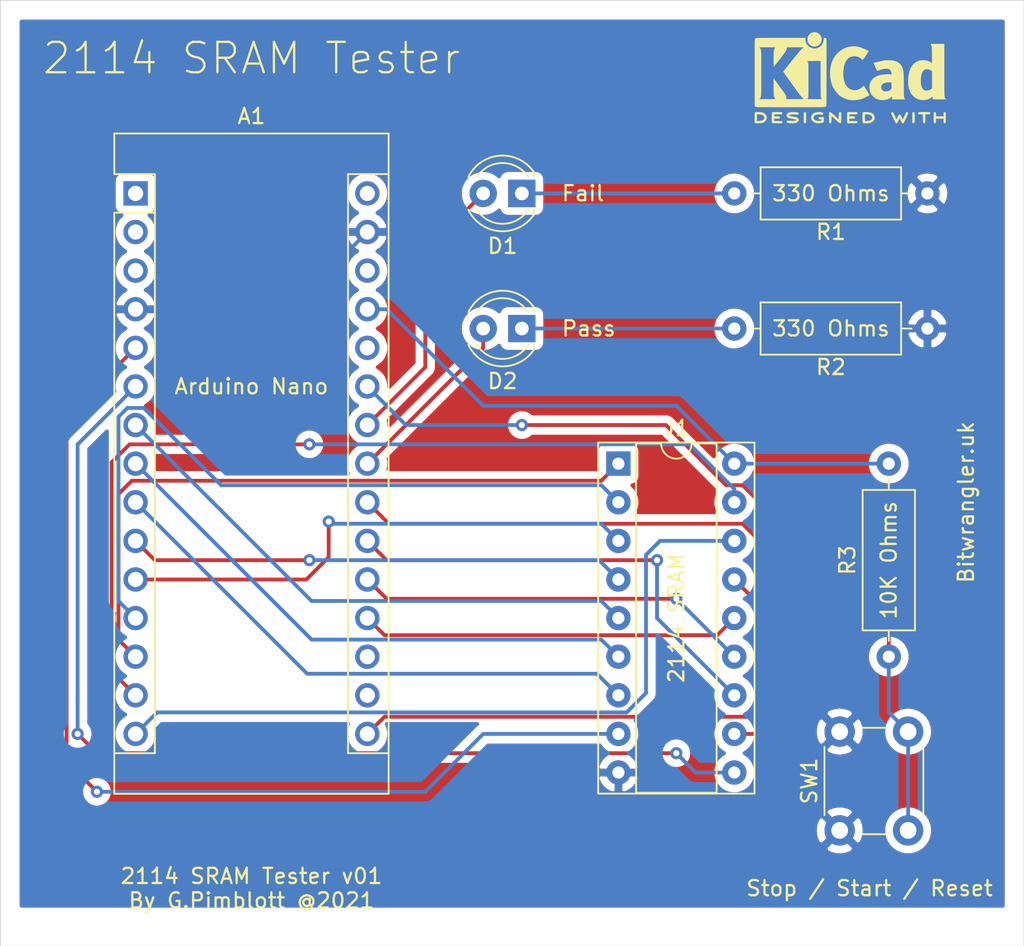
<source format=kicad_pcb>
(kicad_pcb (version 20171130) (host pcbnew "(5.1.10)-1")

  (general
    (thickness 1.6)
    (drawings 15)
    (tracks 115)
    (zones 0)
    (modules 9)
    (nets 32)
  )

  (page A4)
  (layers
    (0 F.Cu signal)
    (31 B.Cu signal)
    (32 B.Adhes user)
    (33 F.Adhes user)
    (34 B.Paste user)
    (35 F.Paste user)
    (36 B.SilkS user)
    (37 F.SilkS user)
    (38 B.Mask user)
    (39 F.Mask user)
    (40 Dwgs.User user)
    (41 Cmts.User user)
    (42 Eco1.User user)
    (43 Eco2.User user)
    (44 Edge.Cuts user)
    (45 Margin user)
    (46 B.CrtYd user)
    (47 F.CrtYd user)
    (48 B.Fab user)
    (49 F.Fab user hide)
  )

  (setup
    (last_trace_width 0.25)
    (trace_clearance 0.2)
    (zone_clearance 0.508)
    (zone_45_only no)
    (trace_min 0.2)
    (via_size 0.8)
    (via_drill 0.4)
    (via_min_size 0.4)
    (via_min_drill 0.3)
    (uvia_size 0.3)
    (uvia_drill 0.1)
    (uvias_allowed no)
    (uvia_min_size 0.2)
    (uvia_min_drill 0.1)
    (edge_width 0.05)
    (segment_width 0.2)
    (pcb_text_width 0.3)
    (pcb_text_size 1.5 1.5)
    (mod_edge_width 0.12)
    (mod_text_size 1 1)
    (mod_text_width 0.15)
    (pad_size 1.524 1.524)
    (pad_drill 0.762)
    (pad_to_mask_clearance 0)
    (aux_axis_origin 0 0)
    (visible_elements 7FFFFFFF)
    (pcbplotparams
      (layerselection 0x010fc_ffffffff)
      (usegerberextensions false)
      (usegerberattributes true)
      (usegerberadvancedattributes true)
      (creategerberjobfile true)
      (excludeedgelayer true)
      (linewidth 0.100000)
      (plotframeref false)
      (viasonmask false)
      (mode 1)
      (useauxorigin false)
      (hpglpennumber 1)
      (hpglpenspeed 20)
      (hpglpendiameter 15.000000)
      (psnegative false)
      (psa4output false)
      (plotreference true)
      (plotvalue true)
      (plotinvisibletext false)
      (padsonsilk false)
      (subtractmaskfromsilk false)
      (outputformat 1)
      (mirror false)
      (drillshape 0)
      (scaleselection 1)
      (outputdirectory "gerber/"))
  )

  (net 0 "")
  (net 1 SRAM_A9)
  (net 2 SRAM_A8)
  (net 3 "Net-(A1-Pad30)")
  (net 4 SRAM_A7)
  (net 5 GND)
  (net 6 SRAM_A6)
  (net 7 "Net-(A1-Pad28)")
  (net 8 SRAM_A5)
  (net 9 5vPower)
  (net 10 SRAM_A4)
  (net 11 "Net-(A1-Pad26)")
  (net 12 SRAM_A3)
  (net 13 SRAM_A2)
  (net 14 Red_LED)
  (net 15 SRAM_A1)
  (net 16 Green_LED)
  (net 17 SRAM_A0)
  (net 18 Data_4)
  (net 19 Write_Enable)
  (net 20 Data_3)
  (net 21 Chip_Select)
  (net 22 Data_2)
  (net 23 Data_1)
  (net 24 "Net-(A1-Pad3)")
  (net 25 "Net-(A1-Pad18)")
  (net 26 "Net-(A1-Pad2)")
  (net 27 "Net-(A1-Pad17)")
  (net 28 "Net-(A1-Pad1)")
  (net 29 "Net-(D1-Pad1)")
  (net 30 "Net-(D2-Pad1)")
  (net 31 Switch)

  (net_class Default "This is the default net class."
    (clearance 0.2)
    (trace_width 0.25)
    (via_dia 0.8)
    (via_drill 0.4)
    (uvia_dia 0.3)
    (uvia_drill 0.1)
    (add_net 5vPower)
    (add_net Chip_Select)
    (add_net Data_1)
    (add_net Data_2)
    (add_net Data_3)
    (add_net Data_4)
    (add_net GND)
    (add_net Green_LED)
    (add_net "Net-(A1-Pad1)")
    (add_net "Net-(A1-Pad17)")
    (add_net "Net-(A1-Pad18)")
    (add_net "Net-(A1-Pad2)")
    (add_net "Net-(A1-Pad26)")
    (add_net "Net-(A1-Pad28)")
    (add_net "Net-(A1-Pad3)")
    (add_net "Net-(A1-Pad30)")
    (add_net "Net-(D1-Pad1)")
    (add_net "Net-(D2-Pad1)")
    (add_net Red_LED)
    (add_net SRAM_A0)
    (add_net SRAM_A1)
    (add_net SRAM_A2)
    (add_net SRAM_A3)
    (add_net SRAM_A4)
    (add_net SRAM_A5)
    (add_net SRAM_A6)
    (add_net SRAM_A7)
    (add_net SRAM_A8)
    (add_net SRAM_A9)
    (add_net Switch)
    (add_net Write_Enable)
  )

  (module Symbol:KiCad-Logo2_5mm_SilkScreen (layer F.Cu) (tedit 0) (tstamp 60E4DB84)
    (at 146.05 54.61)
    (descr "KiCad Logo")
    (tags "Logo KiCad")
    (attr virtual)
    (fp_text reference REF** (at 0 -5.08) (layer F.SilkS) hide
      (effects (font (size 1 1) (thickness 0.15)))
    )
    (fp_text value KiCad-Logo2_5mm_SilkScreen (at 0 5.08) (layer F.Fab) hide
      (effects (font (size 1 1) (thickness 0.15)))
    )
    (fp_poly (pts (xy 6.228823 2.274533) (xy 6.260202 2.296776) (xy 6.287911 2.324485) (xy 6.287911 2.63392)
      (xy 6.287838 2.725799) (xy 6.287495 2.79784) (xy 6.286692 2.85278) (xy 6.285241 2.89336)
      (xy 6.282952 2.922317) (xy 6.279636 2.942391) (xy 6.275105 2.956321) (xy 6.269169 2.966845)
      (xy 6.264514 2.9731) (xy 6.233783 2.997673) (xy 6.198496 3.000341) (xy 6.166245 2.985271)
      (xy 6.155588 2.976374) (xy 6.148464 2.964557) (xy 6.144167 2.945526) (xy 6.141991 2.914992)
      (xy 6.141228 2.868662) (xy 6.141155 2.832871) (xy 6.141155 2.698045) (xy 5.644444 2.698045)
      (xy 5.644444 2.8207) (xy 5.643931 2.876787) (xy 5.641876 2.915333) (xy 5.637508 2.941361)
      (xy 5.630056 2.959897) (xy 5.621047 2.9731) (xy 5.590144 2.997604) (xy 5.555196 3.000506)
      (xy 5.521738 2.983089) (xy 5.512604 2.973959) (xy 5.506152 2.961855) (xy 5.501897 2.943001)
      (xy 5.499352 2.91362) (xy 5.498029 2.869937) (xy 5.497443 2.808175) (xy 5.497375 2.794)
      (xy 5.496891 2.677631) (xy 5.496641 2.581727) (xy 5.496723 2.504177) (xy 5.497231 2.442869)
      (xy 5.498262 2.39569) (xy 5.499913 2.36053) (xy 5.502279 2.335276) (xy 5.505457 2.317817)
      (xy 5.509544 2.306041) (xy 5.514634 2.297835) (xy 5.520266 2.291645) (xy 5.552128 2.271844)
      (xy 5.585357 2.274533) (xy 5.616735 2.296776) (xy 5.629433 2.311126) (xy 5.637526 2.326978)
      (xy 5.642042 2.349554) (xy 5.644006 2.384078) (xy 5.644444 2.435776) (xy 5.644444 2.551289)
      (xy 6.141155 2.551289) (xy 6.141155 2.432756) (xy 6.141662 2.378148) (xy 6.143698 2.341275)
      (xy 6.148035 2.317307) (xy 6.155447 2.301415) (xy 6.163733 2.291645) (xy 6.195594 2.271844)
      (xy 6.228823 2.274533)) (layer F.SilkS) (width 0.01))
    (fp_poly (pts (xy 4.963065 2.269163) (xy 5.041772 2.269542) (xy 5.102863 2.270333) (xy 5.148817 2.27167)
      (xy 5.182114 2.273683) (xy 5.205236 2.276506) (xy 5.220662 2.280269) (xy 5.230871 2.285105)
      (xy 5.235813 2.288822) (xy 5.261457 2.321358) (xy 5.264559 2.355138) (xy 5.248711 2.385826)
      (xy 5.238348 2.398089) (xy 5.227196 2.40645) (xy 5.211035 2.411657) (xy 5.185642 2.414457)
      (xy 5.146798 2.415596) (xy 5.09028 2.415821) (xy 5.07918 2.415822) (xy 4.933244 2.415822)
      (xy 4.933244 2.686756) (xy 4.933148 2.772154) (xy 4.932711 2.837864) (xy 4.931712 2.886774)
      (xy 4.929928 2.921773) (xy 4.927137 2.945749) (xy 4.923117 2.961593) (xy 4.917645 2.972191)
      (xy 4.910666 2.980267) (xy 4.877734 3.000112) (xy 4.843354 2.998548) (xy 4.812176 2.975906)
      (xy 4.809886 2.9731) (xy 4.802429 2.962492) (xy 4.796747 2.950081) (xy 4.792601 2.93285)
      (xy 4.78975 2.907784) (xy 4.787954 2.871867) (xy 4.786972 2.822083) (xy 4.786564 2.755417)
      (xy 4.786489 2.679589) (xy 4.786489 2.415822) (xy 4.647127 2.415822) (xy 4.587322 2.415418)
      (xy 4.545918 2.41384) (xy 4.518748 2.410547) (xy 4.501646 2.404992) (xy 4.490443 2.396631)
      (xy 4.489083 2.395178) (xy 4.472725 2.361939) (xy 4.474172 2.324362) (xy 4.492978 2.291645)
      (xy 4.50025 2.285298) (xy 4.509627 2.280266) (xy 4.523609 2.276396) (xy 4.544696 2.273537)
      (xy 4.575389 2.271535) (xy 4.618189 2.270239) (xy 4.675595 2.269498) (xy 4.75011 2.269158)
      (xy 4.844233 2.269068) (xy 4.86426 2.269067) (xy 4.963065 2.269163)) (layer F.SilkS) (width 0.01))
    (fp_poly (pts (xy 4.188614 2.275877) (xy 4.212327 2.290647) (xy 4.238978 2.312227) (xy 4.238978 2.633773)
      (xy 4.238893 2.72783) (xy 4.238529 2.801932) (xy 4.237724 2.858704) (xy 4.236313 2.900768)
      (xy 4.234133 2.930748) (xy 4.231021 2.951267) (xy 4.226814 2.964949) (xy 4.221348 2.974416)
      (xy 4.217472 2.979082) (xy 4.186034 2.999575) (xy 4.150233 2.998739) (xy 4.118873 2.981264)
      (xy 4.092222 2.959684) (xy 4.092222 2.312227) (xy 4.118873 2.290647) (xy 4.144594 2.274949)
      (xy 4.1656 2.269067) (xy 4.188614 2.275877)) (layer F.SilkS) (width 0.01))
    (fp_poly (pts (xy 3.744665 2.271034) (xy 3.764255 2.278035) (xy 3.76501 2.278377) (xy 3.791613 2.298678)
      (xy 3.80627 2.319561) (xy 3.809138 2.329352) (xy 3.808996 2.342361) (xy 3.804961 2.360895)
      (xy 3.796146 2.387257) (xy 3.781669 2.423752) (xy 3.760645 2.472687) (xy 3.732188 2.536365)
      (xy 3.695415 2.617093) (xy 3.675175 2.661216) (xy 3.638625 2.739985) (xy 3.604315 2.812423)
      (xy 3.573552 2.87588) (xy 3.547648 2.927708) (xy 3.52791 2.965259) (xy 3.51565 2.985884)
      (xy 3.513224 2.988733) (xy 3.482183 3.001302) (xy 3.447121 2.999619) (xy 3.419 2.984332)
      (xy 3.417854 2.983089) (xy 3.406668 2.966154) (xy 3.387904 2.93317) (xy 3.363875 2.88838)
      (xy 3.336897 2.836032) (xy 3.327201 2.816742) (xy 3.254014 2.67015) (xy 3.17424 2.829393)
      (xy 3.145767 2.884415) (xy 3.11935 2.932132) (xy 3.097148 2.968893) (xy 3.081319 2.991044)
      (xy 3.075954 2.995741) (xy 3.034257 3.002102) (xy 2.999849 2.988733) (xy 2.989728 2.974446)
      (xy 2.972214 2.942692) (xy 2.948735 2.896597) (xy 2.92072 2.839285) (xy 2.889599 2.77388)
      (xy 2.856799 2.703507) (xy 2.82375 2.631291) (xy 2.791881 2.560355) (xy 2.762619 2.493825)
      (xy 2.737395 2.434826) (xy 2.717636 2.386481) (xy 2.704772 2.351915) (xy 2.700231 2.334253)
      (xy 2.700277 2.333613) (xy 2.711326 2.311388) (xy 2.73341 2.288753) (xy 2.73471 2.287768)
      (xy 2.761853 2.272425) (xy 2.786958 2.272574) (xy 2.796368 2.275466) (xy 2.807834 2.281718)
      (xy 2.82001 2.294014) (xy 2.834357 2.314908) (xy 2.852336 2.346949) (xy 2.875407 2.392688)
      (xy 2.90503 2.454677) (xy 2.931745 2.511898) (xy 2.96248 2.578226) (xy 2.990021 2.637874)
      (xy 3.012938 2.687725) (xy 3.029798 2.724664) (xy 3.039173 2.745573) (xy 3.04054 2.748845)
      (xy 3.046689 2.743497) (xy 3.060822 2.721109) (xy 3.081057 2.684946) (xy 3.105515 2.638277)
      (xy 3.115248 2.619022) (xy 3.148217 2.554004) (xy 3.173643 2.506654) (xy 3.193612 2.474219)
      (xy 3.21021 2.453946) (xy 3.225524 2.443082) (xy 3.24164 2.438875) (xy 3.252143 2.4384)
      (xy 3.27067 2.440042) (xy 3.286904 2.446831) (xy 3.303035 2.461566) (xy 3.321251 2.487044)
      (xy 3.343739 2.526061) (xy 3.372689 2.581414) (xy 3.388662 2.612903) (xy 3.41457 2.663087)
      (xy 3.437167 2.704704) (xy 3.454458 2.734242) (xy 3.46445 2.748189) (xy 3.465809 2.74877)
      (xy 3.472261 2.737793) (xy 3.486708 2.70929) (xy 3.507703 2.666244) (xy 3.533797 2.611638)
      (xy 3.563546 2.548454) (xy 3.57818 2.517071) (xy 3.61625 2.436078) (xy 3.646905 2.373756)
      (xy 3.671737 2.328071) (xy 3.692337 2.296989) (xy 3.710298 2.278478) (xy 3.72721 2.270504)
      (xy 3.744665 2.271034)) (layer F.SilkS) (width 0.01))
    (fp_poly (pts (xy 1.018309 2.269275) (xy 1.147288 2.273636) (xy 1.256991 2.286861) (xy 1.349226 2.309741)
      (xy 1.425802 2.34307) (xy 1.488527 2.387638) (xy 1.539212 2.444236) (xy 1.579663 2.513658)
      (xy 1.580459 2.515351) (xy 1.604601 2.577483) (xy 1.613203 2.632509) (xy 1.606231 2.687887)
      (xy 1.583654 2.751073) (xy 1.579372 2.760689) (xy 1.550172 2.816966) (xy 1.517356 2.860451)
      (xy 1.475002 2.897417) (xy 1.41719 2.934135) (xy 1.413831 2.936052) (xy 1.363504 2.960227)
      (xy 1.306621 2.978282) (xy 1.239527 2.990839) (xy 1.158565 2.998522) (xy 1.060082 3.001953)
      (xy 1.025286 3.002251) (xy 0.859594 3.002845) (xy 0.836197 2.9731) (xy 0.829257 2.963319)
      (xy 0.823842 2.951897) (xy 0.819765 2.936095) (xy 0.816837 2.913175) (xy 0.814867 2.880396)
      (xy 0.814225 2.856089) (xy 0.970844 2.856089) (xy 1.064726 2.856089) (xy 1.119664 2.854483)
      (xy 1.17606 2.850255) (xy 1.222345 2.844292) (xy 1.225139 2.84379) (xy 1.307348 2.821736)
      (xy 1.371114 2.7886) (xy 1.418452 2.742847) (xy 1.451382 2.682939) (xy 1.457108 2.667061)
      (xy 1.462721 2.642333) (xy 1.460291 2.617902) (xy 1.448467 2.5854) (xy 1.44134 2.569434)
      (xy 1.418 2.527006) (xy 1.38988 2.49724) (xy 1.35894 2.476511) (xy 1.296966 2.449537)
      (xy 1.217651 2.429998) (xy 1.125253 2.418746) (xy 1.058333 2.41627) (xy 0.970844 2.415822)
      (xy 0.970844 2.856089) (xy 0.814225 2.856089) (xy 0.813668 2.835021) (xy 0.81305 2.774311)
      (xy 0.812825 2.695526) (xy 0.8128 2.63392) (xy 0.8128 2.324485) (xy 0.840509 2.296776)
      (xy 0.852806 2.285544) (xy 0.866103 2.277853) (xy 0.884672 2.27304) (xy 0.912786 2.270446)
      (xy 0.954717 2.26941) (xy 1.014737 2.26927) (xy 1.018309 2.269275)) (layer F.SilkS) (width 0.01))
    (fp_poly (pts (xy 0.230343 2.26926) (xy 0.306701 2.270174) (xy 0.365217 2.272311) (xy 0.408255 2.276175)
      (xy 0.438183 2.282267) (xy 0.457368 2.29109) (xy 0.468176 2.303146) (xy 0.472973 2.318939)
      (xy 0.474127 2.33897) (xy 0.474133 2.341335) (xy 0.473131 2.363992) (xy 0.468396 2.381503)
      (xy 0.457333 2.394574) (xy 0.437348 2.403913) (xy 0.405846 2.410227) (xy 0.360232 2.414222)
      (xy 0.297913 2.416606) (xy 0.216293 2.418086) (xy 0.191277 2.418414) (xy -0.0508 2.421467)
      (xy -0.054186 2.486378) (xy -0.057571 2.551289) (xy 0.110576 2.551289) (xy 0.176266 2.551531)
      (xy 0.223172 2.552556) (xy 0.255083 2.554811) (xy 0.275791 2.558742) (xy 0.289084 2.564798)
      (xy 0.298755 2.573424) (xy 0.298817 2.573493) (xy 0.316356 2.607112) (xy 0.315722 2.643448)
      (xy 0.297314 2.674423) (xy 0.293671 2.677607) (xy 0.280741 2.685812) (xy 0.263024 2.691521)
      (xy 0.23657 2.695162) (xy 0.197432 2.697167) (xy 0.141662 2.697964) (xy 0.105994 2.698045)
      (xy -0.056445 2.698045) (xy -0.056445 2.856089) (xy 0.190161 2.856089) (xy 0.27158 2.856231)
      (xy 0.33341 2.856814) (xy 0.378637 2.858068) (xy 0.410248 2.860227) (xy 0.431231 2.863523)
      (xy 0.444573 2.868189) (xy 0.453261 2.874457) (xy 0.45545 2.876733) (xy 0.471614 2.90828)
      (xy 0.472797 2.944168) (xy 0.459536 2.975285) (xy 0.449043 2.985271) (xy 0.438129 2.990769)
      (xy 0.421217 2.995022) (xy 0.395633 2.99818) (xy 0.358701 3.000392) (xy 0.307746 3.001806)
      (xy 0.240094 3.002572) (xy 0.153069 3.002838) (xy 0.133394 3.002845) (xy 0.044911 3.002787)
      (xy -0.023773 3.002467) (xy -0.075436 3.001667) (xy -0.112855 3.000167) (xy -0.13881 2.997749)
      (xy -0.156078 2.994194) (xy -0.167438 2.989282) (xy -0.175668 2.982795) (xy -0.180183 2.978138)
      (xy -0.186979 2.969889) (xy -0.192288 2.959669) (xy -0.196294 2.9448) (xy -0.199179 2.922602)
      (xy -0.201126 2.890393) (xy -0.202319 2.845496) (xy -0.202939 2.785228) (xy -0.203171 2.706911)
      (xy -0.2032 2.640994) (xy -0.203129 2.548628) (xy -0.202792 2.476117) (xy -0.202002 2.420737)
      (xy -0.200574 2.379765) (xy -0.198321 2.350478) (xy -0.195057 2.330153) (xy -0.190596 2.316066)
      (xy -0.184752 2.305495) (xy -0.179803 2.298811) (xy -0.156406 2.269067) (xy 0.133774 2.269067)
      (xy 0.230343 2.26926)) (layer F.SilkS) (width 0.01))
    (fp_poly (pts (xy -1.300114 2.273448) (xy -1.276548 2.287273) (xy -1.245735 2.309881) (xy -1.206078 2.342338)
      (xy -1.15598 2.385708) (xy -1.093843 2.441058) (xy -1.018072 2.509451) (xy -0.931334 2.588084)
      (xy -0.750711 2.751878) (xy -0.745067 2.532029) (xy -0.743029 2.456351) (xy -0.741063 2.399994)
      (xy -0.738734 2.359706) (xy -0.735606 2.332235) (xy -0.731245 2.314329) (xy -0.725216 2.302737)
      (xy -0.717084 2.294208) (xy -0.712772 2.290623) (xy -0.678241 2.27167) (xy -0.645383 2.274441)
      (xy -0.619318 2.290633) (xy -0.592667 2.312199) (xy -0.589352 2.627151) (xy -0.588435 2.719779)
      (xy -0.587968 2.792544) (xy -0.588113 2.848161) (xy -0.589032 2.889342) (xy -0.590887 2.918803)
      (xy -0.593839 2.939255) (xy -0.59805 2.953413) (xy -0.603682 2.963991) (xy -0.609927 2.972474)
      (xy -0.623439 2.988207) (xy -0.636883 2.998636) (xy -0.652124 3.002639) (xy -0.671026 2.999094)
      (xy -0.695455 2.986879) (xy -0.727273 2.964871) (xy -0.768348 2.931949) (xy -0.820542 2.886991)
      (xy -0.885722 2.828875) (xy -0.959556 2.762099) (xy -1.224845 2.521458) (xy -1.230489 2.740589)
      (xy -1.232531 2.816128) (xy -1.234502 2.872354) (xy -1.236839 2.912524) (xy -1.239981 2.939896)
      (xy -1.244364 2.957728) (xy -1.250424 2.969279) (xy -1.2586 2.977807) (xy -1.262784 2.981282)
      (xy -1.299765 3.000372) (xy -1.334708 2.997493) (xy -1.365136 2.9731) (xy -1.372097 2.963286)
      (xy -1.377523 2.951826) (xy -1.381603 2.935968) (xy -1.384529 2.912963) (xy -1.386492 2.880062)
      (xy -1.387683 2.834516) (xy -1.388292 2.773573) (xy -1.388511 2.694486) (xy -1.388534 2.635956)
      (xy -1.38846 2.544407) (xy -1.388113 2.472687) (xy -1.387301 2.418045) (xy -1.385833 2.377732)
      (xy -1.383519 2.348998) (xy -1.380167 2.329093) (xy -1.375588 2.315268) (xy -1.369589 2.304772)
      (xy -1.365136 2.298811) (xy -1.35385 2.284691) (xy -1.343301 2.274029) (xy -1.331893 2.267892)
      (xy -1.31803 2.267343) (xy -1.300114 2.273448)) (layer F.SilkS) (width 0.01))
    (fp_poly (pts (xy -1.950081 2.274599) (xy -1.881565 2.286095) (xy -1.828943 2.303967) (xy -1.794708 2.327499)
      (xy -1.785379 2.340924) (xy -1.775893 2.372148) (xy -1.782277 2.400395) (xy -1.80243 2.427182)
      (xy -1.833745 2.439713) (xy -1.879183 2.438696) (xy -1.914326 2.431906) (xy -1.992419 2.418971)
      (xy -2.072226 2.417742) (xy -2.161555 2.428241) (xy -2.186229 2.43269) (xy -2.269291 2.456108)
      (xy -2.334273 2.490945) (xy -2.380461 2.536604) (xy -2.407145 2.592494) (xy -2.412663 2.621388)
      (xy -2.409051 2.680012) (xy -2.385729 2.731879) (xy -2.344824 2.775978) (xy -2.288459 2.811299)
      (xy -2.21876 2.836829) (xy -2.137852 2.851559) (xy -2.04786 2.854478) (xy -1.95091 2.844575)
      (xy -1.945436 2.843641) (xy -1.906875 2.836459) (xy -1.885494 2.829521) (xy -1.876227 2.819227)
      (xy -1.874006 2.801976) (xy -1.873956 2.792841) (xy -1.873956 2.754489) (xy -1.942431 2.754489)
      (xy -2.0029 2.750347) (xy -2.044165 2.737147) (xy -2.068175 2.71373) (xy -2.076877 2.678936)
      (xy -2.076983 2.674394) (xy -2.071892 2.644654) (xy -2.054433 2.623419) (xy -2.021939 2.609366)
      (xy -1.971743 2.601173) (xy -1.923123 2.598161) (xy -1.852456 2.596433) (xy -1.801198 2.59907)
      (xy -1.766239 2.6088) (xy -1.74447 2.628353) (xy -1.73278 2.660456) (xy -1.72806 2.707838)
      (xy -1.7272 2.770071) (xy -1.728609 2.839535) (xy -1.732848 2.886786) (xy -1.739936 2.912012)
      (xy -1.741311 2.913988) (xy -1.780228 2.945508) (xy -1.837286 2.97047) (xy -1.908869 2.98834)
      (xy -1.991358 2.998586) (xy -2.081139 3.000673) (xy -2.174592 2.994068) (xy -2.229556 2.985956)
      (xy -2.315766 2.961554) (xy -2.395892 2.921662) (xy -2.462977 2.869887) (xy -2.473173 2.859539)
      (xy -2.506302 2.816035) (xy -2.536194 2.762118) (xy -2.559357 2.705592) (xy -2.572298 2.654259)
      (xy -2.573858 2.634544) (xy -2.567218 2.593419) (xy -2.549568 2.542252) (xy -2.524297 2.488394)
      (xy -2.494789 2.439195) (xy -2.468719 2.406334) (xy -2.407765 2.357452) (xy -2.328969 2.318545)
      (xy -2.235157 2.290494) (xy -2.12915 2.274179) (xy -2.032 2.270192) (xy -1.950081 2.274599)) (layer F.SilkS) (width 0.01))
    (fp_poly (pts (xy -2.923822 2.291645) (xy -2.917242 2.299218) (xy -2.912079 2.308987) (xy -2.908164 2.323571)
      (xy -2.905324 2.345585) (xy -2.903387 2.377648) (xy -2.902183 2.422375) (xy -2.901539 2.482385)
      (xy -2.901284 2.560294) (xy -2.901245 2.635956) (xy -2.901314 2.729802) (xy -2.901638 2.803689)
      (xy -2.902386 2.860232) (xy -2.903732 2.902049) (xy -2.905846 2.931757) (xy -2.9089 2.951973)
      (xy -2.913066 2.965314) (xy -2.918516 2.974398) (xy -2.923822 2.980267) (xy -2.956826 2.999947)
      (xy -2.991991 2.998181) (xy -3.023455 2.976717) (xy -3.030684 2.968337) (xy -3.036334 2.958614)
      (xy -3.040599 2.944861) (xy -3.043673 2.924389) (xy -3.045752 2.894512) (xy -3.04703 2.852541)
      (xy -3.047701 2.795789) (xy -3.047959 2.721567) (xy -3.048 2.637537) (xy -3.048 2.324485)
      (xy -3.020291 2.296776) (xy -2.986137 2.273463) (xy -2.953006 2.272623) (xy -2.923822 2.291645)) (layer F.SilkS) (width 0.01))
    (fp_poly (pts (xy -3.691703 2.270351) (xy -3.616888 2.275581) (xy -3.547306 2.28375) (xy -3.487002 2.29455)
      (xy -3.44002 2.307673) (xy -3.410406 2.322813) (xy -3.40586 2.327269) (xy -3.390054 2.36185)
      (xy -3.394847 2.397351) (xy -3.419364 2.427725) (xy -3.420534 2.428596) (xy -3.434954 2.437954)
      (xy -3.450008 2.442876) (xy -3.471005 2.443473) (xy -3.503257 2.439861) (xy -3.552073 2.432154)
      (xy -3.556 2.431505) (xy -3.628739 2.422569) (xy -3.707217 2.418161) (xy -3.785927 2.418119)
      (xy -3.859361 2.422279) (xy -3.922011 2.430479) (xy -3.96837 2.442557) (xy -3.971416 2.443771)
      (xy -4.005048 2.462615) (xy -4.016864 2.481685) (xy -4.007614 2.500439) (xy -3.978047 2.518337)
      (xy -3.928911 2.534837) (xy -3.860957 2.549396) (xy -3.815645 2.556406) (xy -3.721456 2.569889)
      (xy -3.646544 2.582214) (xy -3.587717 2.594449) (xy -3.541785 2.607661) (xy -3.505555 2.622917)
      (xy -3.475838 2.641285) (xy -3.449442 2.663831) (xy -3.42823 2.685971) (xy -3.403065 2.716819)
      (xy -3.390681 2.743345) (xy -3.386808 2.776026) (xy -3.386667 2.787995) (xy -3.389576 2.827712)
      (xy -3.401202 2.857259) (xy -3.421323 2.883486) (xy -3.462216 2.923576) (xy -3.507817 2.954149)
      (xy -3.561513 2.976203) (xy -3.626692 2.990735) (xy -3.706744 2.998741) (xy -3.805057 3.001218)
      (xy -3.821289 3.001177) (xy -3.886849 2.999818) (xy -3.951866 2.99673) (xy -4.009252 2.992356)
      (xy -4.051922 2.98714) (xy -4.055372 2.986541) (xy -4.097796 2.976491) (xy -4.13378 2.963796)
      (xy -4.15415 2.95219) (xy -4.173107 2.921572) (xy -4.174427 2.885918) (xy -4.158085 2.854144)
      (xy -4.154429 2.850551) (xy -4.139315 2.839876) (xy -4.120415 2.835276) (xy -4.091162 2.836059)
      (xy -4.055651 2.840127) (xy -4.01597 2.843762) (xy -3.960345 2.846828) (xy -3.895406 2.849053)
      (xy -3.827785 2.850164) (xy -3.81 2.850237) (xy -3.742128 2.849964) (xy -3.692454 2.848646)
      (xy -3.65661 2.845827) (xy -3.630224 2.84105) (xy -3.608926 2.833857) (xy -3.596126 2.827867)
      (xy -3.568 2.811233) (xy -3.550068 2.796168) (xy -3.547447 2.791897) (xy -3.552976 2.774263)
      (xy -3.57926 2.757192) (xy -3.624478 2.741458) (xy -3.686808 2.727838) (xy -3.705171 2.724804)
      (xy -3.80109 2.709738) (xy -3.877641 2.697146) (xy -3.93778 2.686111) (xy -3.98446 2.67572)
      (xy -4.020637 2.665056) (xy -4.049265 2.653205) (xy -4.073298 2.639251) (xy -4.095692 2.622281)
      (xy -4.119402 2.601378) (xy -4.12738 2.594049) (xy -4.155353 2.566699) (xy -4.17016 2.545029)
      (xy -4.175952 2.520232) (xy -4.176889 2.488983) (xy -4.166575 2.427705) (xy -4.135752 2.37564)
      (xy -4.084595 2.332958) (xy -4.013283 2.299825) (xy -3.9624 2.284964) (xy -3.9071 2.275366)
      (xy -3.840853 2.269936) (xy -3.767706 2.268367) (xy -3.691703 2.270351)) (layer F.SilkS) (width 0.01))
    (fp_poly (pts (xy -4.712794 2.269146) (xy -4.643386 2.269518) (xy -4.590997 2.270385) (xy -4.552847 2.271946)
      (xy -4.526159 2.274403) (xy -4.508153 2.277957) (xy -4.496049 2.28281) (xy -4.487069 2.289161)
      (xy -4.483818 2.292084) (xy -4.464043 2.323142) (xy -4.460482 2.358828) (xy -4.473491 2.39051)
      (xy -4.479506 2.396913) (xy -4.489235 2.403121) (xy -4.504901 2.40791) (xy -4.529408 2.411514)
      (xy -4.565661 2.414164) (xy -4.616565 2.416095) (xy -4.685026 2.417539) (xy -4.747617 2.418418)
      (xy -4.995334 2.421467) (xy -4.998719 2.486378) (xy -5.002105 2.551289) (xy -4.833958 2.551289)
      (xy -4.760959 2.551919) (xy -4.707517 2.554553) (xy -4.670628 2.560309) (xy -4.647288 2.570304)
      (xy -4.634494 2.585656) (xy -4.629242 2.607482) (xy -4.628445 2.627738) (xy -4.630923 2.652592)
      (xy -4.640277 2.670906) (xy -4.659383 2.683637) (xy -4.691118 2.691741) (xy -4.738359 2.696176)
      (xy -4.803983 2.697899) (xy -4.839801 2.698045) (xy -5.000978 2.698045) (xy -5.000978 2.856089)
      (xy -4.752622 2.856089) (xy -4.671213 2.856202) (xy -4.609342 2.856712) (xy -4.563968 2.85787)
      (xy -4.532054 2.85993) (xy -4.510559 2.863146) (xy -4.496443 2.867772) (xy -4.486668 2.874059)
      (xy -4.481689 2.878667) (xy -4.46461 2.90556) (xy -4.459111 2.929467) (xy -4.466963 2.958667)
      (xy -4.481689 2.980267) (xy -4.489546 2.987066) (xy -4.499688 2.992346) (xy -4.514844 2.996298)
      (xy -4.537741 2.999113) (xy -4.571109 3.000982) (xy -4.617675 3.002098) (xy -4.680167 3.002651)
      (xy -4.761314 3.002833) (xy -4.803422 3.002845) (xy -4.893598 3.002765) (xy -4.963924 3.002398)
      (xy -5.017129 3.001552) (xy -5.05594 3.000036) (xy -5.083087 2.997659) (xy -5.101298 2.994229)
      (xy -5.1133 2.989554) (xy -5.121822 2.983444) (xy -5.125156 2.980267) (xy -5.131755 2.97267)
      (xy -5.136927 2.96287) (xy -5.140846 2.948239) (xy -5.143684 2.926152) (xy -5.145615 2.893982)
      (xy -5.146812 2.849103) (xy -5.147448 2.788889) (xy -5.147697 2.710713) (xy -5.147734 2.637923)
      (xy -5.1477 2.544707) (xy -5.147465 2.471431) (xy -5.14683 2.415458) (xy -5.145594 2.374151)
      (xy -5.143556 2.344872) (xy -5.140517 2.324984) (xy -5.136277 2.31185) (xy -5.130635 2.302832)
      (xy -5.123391 2.295293) (xy -5.121606 2.293612) (xy -5.112945 2.286172) (xy -5.102882 2.280409)
      (xy -5.088625 2.276112) (xy -5.067383 2.273064) (xy -5.036364 2.271051) (xy -4.992777 2.26986)
      (xy -4.933831 2.269275) (xy -4.856734 2.269083) (xy -4.802001 2.269067) (xy -4.712794 2.269146)) (layer F.SilkS) (width 0.01))
    (fp_poly (pts (xy -6.121371 2.269066) (xy -6.081889 2.269467) (xy -5.9662 2.272259) (xy -5.869311 2.28055)
      (xy -5.787919 2.295232) (xy -5.718723 2.317193) (xy -5.65842 2.347322) (xy -5.603708 2.38651)
      (xy -5.584167 2.403532) (xy -5.55175 2.443363) (xy -5.52252 2.497413) (xy -5.499991 2.557323)
      (xy -5.487679 2.614739) (xy -5.4864 2.635956) (xy -5.494417 2.694769) (xy -5.515899 2.759013)
      (xy -5.546999 2.819821) (xy -5.583866 2.86833) (xy -5.589854 2.874182) (xy -5.640579 2.915321)
      (xy -5.696125 2.947435) (xy -5.759696 2.971365) (xy -5.834494 2.987953) (xy -5.923722 2.998041)
      (xy -6.030582 3.002469) (xy -6.079528 3.002845) (xy -6.141762 3.002545) (xy -6.185528 3.001292)
      (xy -6.214931 2.998554) (xy -6.234079 2.993801) (xy -6.247077 2.986501) (xy -6.254045 2.980267)
      (xy -6.260626 2.972694) (xy -6.265788 2.962924) (xy -6.269703 2.94834) (xy -6.272543 2.926326)
      (xy -6.27448 2.894264) (xy -6.275684 2.849536) (xy -6.276328 2.789526) (xy -6.276583 2.711617)
      (xy -6.276622 2.635956) (xy -6.27687 2.535041) (xy -6.276817 2.454427) (xy -6.275857 2.415822)
      (xy -6.129867 2.415822) (xy -6.129867 2.856089) (xy -6.036734 2.856004) (xy -5.980693 2.854396)
      (xy -5.921999 2.850256) (xy -5.873028 2.844464) (xy -5.871538 2.844226) (xy -5.792392 2.82509)
      (xy -5.731002 2.795287) (xy -5.684305 2.752878) (xy -5.654635 2.706961) (xy -5.636353 2.656026)
      (xy -5.637771 2.6082) (xy -5.658988 2.556933) (xy -5.700489 2.503899) (xy -5.757998 2.4646)
      (xy -5.83275 2.438331) (xy -5.882708 2.429035) (xy -5.939416 2.422507) (xy -5.999519 2.417782)
      (xy -6.050639 2.415817) (xy -6.053667 2.415808) (xy -6.129867 2.415822) (xy -6.275857 2.415822)
      (xy -6.27526 2.391851) (xy -6.270998 2.345055) (xy -6.26283 2.311778) (xy -6.249556 2.289759)
      (xy -6.229974 2.276739) (xy -6.202883 2.270457) (xy -6.167082 2.268653) (xy -6.121371 2.269066)) (layer F.SilkS) (width 0.01))
    (fp_poly (pts (xy -2.273043 -2.973429) (xy -2.176768 -2.949191) (xy -2.090184 -2.906359) (xy -2.015373 -2.846581)
      (xy -1.954418 -2.771506) (xy -1.909399 -2.68278) (xy -1.883136 -2.58647) (xy -1.877286 -2.489205)
      (xy -1.89214 -2.395346) (xy -1.92584 -2.307489) (xy -1.976528 -2.22823) (xy -2.042345 -2.160164)
      (xy -2.121434 -2.105888) (xy -2.211934 -2.067998) (xy -2.2632 -2.055574) (xy -2.307698 -2.048053)
      (xy -2.341999 -2.045081) (xy -2.37496 -2.046906) (xy -2.415434 -2.053775) (xy -2.448531 -2.06075)
      (xy -2.541947 -2.092259) (xy -2.625619 -2.143383) (xy -2.697665 -2.212571) (xy -2.7562 -2.298272)
      (xy -2.770148 -2.325511) (xy -2.786586 -2.361878) (xy -2.796894 -2.392418) (xy -2.80246 -2.42455)
      (xy -2.804669 -2.465693) (xy -2.804948 -2.511778) (xy -2.800861 -2.596135) (xy -2.787446 -2.665414)
      (xy -2.762256 -2.726039) (xy -2.722846 -2.784433) (xy -2.684298 -2.828698) (xy -2.612406 -2.894516)
      (xy -2.537313 -2.939947) (xy -2.454562 -2.96715) (xy -2.376928 -2.977424) (xy -2.273043 -2.973429)) (layer F.SilkS) (width 0.01))
    (fp_poly (pts (xy 6.186507 -0.527755) (xy 6.186526 -0.293338) (xy 6.186552 -0.080397) (xy 6.186625 0.112168)
      (xy 6.186782 0.285459) (xy 6.187064 0.440576) (xy 6.187509 0.57862) (xy 6.188156 0.700692)
      (xy 6.189045 0.807894) (xy 6.190213 0.901326) (xy 6.191701 0.98209) (xy 6.193546 1.051286)
      (xy 6.195789 1.110015) (xy 6.198469 1.159379) (xy 6.201623 1.200478) (xy 6.205292 1.234413)
      (xy 6.209513 1.262286) (xy 6.214327 1.285198) (xy 6.219773 1.304249) (xy 6.225888 1.32054)
      (xy 6.232712 1.335173) (xy 6.240285 1.349249) (xy 6.248645 1.363868) (xy 6.253839 1.372974)
      (xy 6.288104 1.433689) (xy 5.429955 1.433689) (xy 5.429955 1.337733) (xy 5.429224 1.29437)
      (xy 5.427272 1.261205) (xy 5.424463 1.243424) (xy 5.423221 1.241778) (xy 5.411799 1.248662)
      (xy 5.389084 1.266505) (xy 5.366385 1.285879) (xy 5.3118 1.326614) (xy 5.242321 1.367617)
      (xy 5.16527 1.405123) (xy 5.087965 1.435364) (xy 5.057113 1.445012) (xy 4.988616 1.459578)
      (xy 4.905764 1.469539) (xy 4.816371 1.474583) (xy 4.728248 1.474396) (xy 4.649207 1.468666)
      (xy 4.611511 1.462858) (xy 4.473414 1.424797) (xy 4.346113 1.367073) (xy 4.230292 1.290211)
      (xy 4.126637 1.194739) (xy 4.035833 1.081179) (xy 3.969031 0.970381) (xy 3.914164 0.853625)
      (xy 3.872163 0.734276) (xy 3.842167 0.608283) (xy 3.823311 0.471594) (xy 3.814732 0.320158)
      (xy 3.814006 0.242711) (xy 3.8161 0.185934) (xy 4.645217 0.185934) (xy 4.645424 0.279002)
      (xy 4.648337 0.366692) (xy 4.654 0.443772) (xy 4.662455 0.505009) (xy 4.665038 0.51735)
      (xy 4.69684 0.624633) (xy 4.738498 0.711658) (xy 4.790363 0.778642) (xy 4.852781 0.825805)
      (xy 4.9261 0.853365) (xy 5.010669 0.861541) (xy 5.106835 0.850551) (xy 5.170311 0.834829)
      (xy 5.219454 0.816639) (xy 5.273583 0.790791) (xy 5.314244 0.767089) (xy 5.3848 0.720721)
      (xy 5.3848 -0.42947) (xy 5.317392 -0.473038) (xy 5.238867 -0.51396) (xy 5.154681 -0.540611)
      (xy 5.069557 -0.552535) (xy 4.988216 -0.549278) (xy 4.91538 -0.530385) (xy 4.883426 -0.514816)
      (xy 4.825501 -0.471819) (xy 4.776544 -0.415047) (xy 4.73539 -0.342425) (xy 4.700874 -0.251879)
      (xy 4.671833 -0.141334) (xy 4.670552 -0.135467) (xy 4.660381 -0.073212) (xy 4.652739 0.004594)
      (xy 4.64767 0.09272) (xy 4.645217 0.185934) (xy 3.8161 0.185934) (xy 3.821857 0.029895)
      (xy 3.843802 -0.165941) (xy 3.879786 -0.344668) (xy 3.929759 -0.506155) (xy 3.993668 -0.650274)
      (xy 4.071462 -0.776894) (xy 4.163089 -0.885885) (xy 4.268497 -0.977117) (xy 4.313662 -1.008068)
      (xy 4.414611 -1.064215) (xy 4.517901 -1.103826) (xy 4.627989 -1.127986) (xy 4.74933 -1.137781)
      (xy 4.841836 -1.136735) (xy 4.97149 -1.125769) (xy 5.084084 -1.103954) (xy 5.182875 -1.070286)
      (xy 5.271121 -1.023764) (xy 5.319986 -0.989552) (xy 5.349353 -0.967638) (xy 5.371043 -0.952667)
      (xy 5.379253 -0.948267) (xy 5.380868 -0.959096) (xy 5.382159 -0.989749) (xy 5.383138 -1.037474)
      (xy 5.383817 -1.099521) (xy 5.38421 -1.173138) (xy 5.38433 -1.255573) (xy 5.384188 -1.344075)
      (xy 5.383797 -1.435893) (xy 5.383171 -1.528276) (xy 5.38232 -1.618472) (xy 5.38126 -1.703729)
      (xy 5.380001 -1.781297) (xy 5.378556 -1.848424) (xy 5.376938 -1.902359) (xy 5.375161 -1.94035)
      (xy 5.374669 -1.947333) (xy 5.367092 -2.017749) (xy 5.355531 -2.072898) (xy 5.337792 -2.120019)
      (xy 5.311682 -2.166353) (xy 5.305415 -2.175933) (xy 5.280983 -2.212622) (xy 6.186311 -2.212622)
      (xy 6.186507 -0.527755)) (layer F.SilkS) (width 0.01))
    (fp_poly (pts (xy 2.673574 -1.133448) (xy 2.825492 -1.113433) (xy 2.960756 -1.079798) (xy 3.080239 -1.032275)
      (xy 3.184815 -0.970595) (xy 3.262424 -0.907035) (xy 3.331265 -0.832901) (xy 3.385006 -0.753129)
      (xy 3.42791 -0.660909) (xy 3.443384 -0.617839) (xy 3.456244 -0.578858) (xy 3.467446 -0.542711)
      (xy 3.47712 -0.507566) (xy 3.485396 -0.47159) (xy 3.492403 -0.43295) (xy 3.498272 -0.389815)
      (xy 3.503131 -0.340351) (xy 3.50711 -0.282727) (xy 3.51034 -0.215109) (xy 3.512949 -0.135666)
      (xy 3.515067 -0.042564) (xy 3.516824 0.066027) (xy 3.518349 0.191942) (xy 3.519772 0.337012)
      (xy 3.521025 0.479778) (xy 3.522351 0.635968) (xy 3.523556 0.771239) (xy 3.524766 0.887246)
      (xy 3.526106 0.985645) (xy 3.5277 1.068093) (xy 3.529675 1.136246) (xy 3.532156 1.19176)
      (xy 3.535269 1.236292) (xy 3.539138 1.271498) (xy 3.543889 1.299034) (xy 3.549648 1.320556)
      (xy 3.556539 1.337722) (xy 3.564689 1.352186) (xy 3.574223 1.365606) (xy 3.585266 1.379638)
      (xy 3.589566 1.385071) (xy 3.605386 1.40791) (xy 3.612422 1.423463) (xy 3.612444 1.423922)
      (xy 3.601567 1.426121) (xy 3.570582 1.428147) (xy 3.521957 1.429942) (xy 3.458163 1.431451)
      (xy 3.381669 1.432616) (xy 3.294944 1.43338) (xy 3.200457 1.433686) (xy 3.18955 1.433689)
      (xy 2.766657 1.433689) (xy 2.763395 1.337622) (xy 2.760133 1.241556) (xy 2.698044 1.292543)
      (xy 2.600714 1.360057) (xy 2.490813 1.414749) (xy 2.404349 1.444978) (xy 2.335278 1.459666)
      (xy 2.251925 1.469659) (xy 2.162159 1.474646) (xy 2.073845 1.474313) (xy 1.994851 1.468351)
      (xy 1.958622 1.462638) (xy 1.818603 1.424776) (xy 1.692178 1.369932) (xy 1.58026 1.298924)
      (xy 1.483762 1.212568) (xy 1.4036 1.111679) (xy 1.340687 0.997076) (xy 1.296312 0.870984)
      (xy 1.283978 0.814401) (xy 1.276368 0.752202) (xy 1.272739 0.677363) (xy 1.272245 0.643467)
      (xy 1.27231 0.640282) (xy 2.032248 0.640282) (xy 2.041541 0.715333) (xy 2.069728 0.77916)
      (xy 2.118197 0.834798) (xy 2.123254 0.839211) (xy 2.171548 0.874037) (xy 2.223257 0.89662)
      (xy 2.283989 0.90854) (xy 2.359352 0.911383) (xy 2.377459 0.910978) (xy 2.431278 0.908325)
      (xy 2.471308 0.902909) (xy 2.506324 0.892745) (xy 2.545103 0.87585) (xy 2.555745 0.870672)
      (xy 2.616396 0.834844) (xy 2.663215 0.792212) (xy 2.675952 0.776973) (xy 2.720622 0.720462)
      (xy 2.720622 0.524586) (xy 2.720086 0.445939) (xy 2.718396 0.387988) (xy 2.715428 0.348875)
      (xy 2.711057 0.326741) (xy 2.706972 0.320274) (xy 2.691047 0.317111) (xy 2.657264 0.314488)
      (xy 2.61034 0.312655) (xy 2.554993 0.311857) (xy 2.546106 0.311842) (xy 2.42533 0.317096)
      (xy 2.32266 0.333263) (xy 2.236106 0.360961) (xy 2.163681 0.400808) (xy 2.108751 0.447758)
      (xy 2.064204 0.505645) (xy 2.03948 0.568693) (xy 2.032248 0.640282) (xy 1.27231 0.640282)
      (xy 1.274178 0.549712) (xy 1.282522 0.470812) (xy 1.298768 0.39959) (xy 1.324405 0.328864)
      (xy 1.348401 0.276493) (xy 1.40702 0.181196) (xy 1.485117 0.09317) (xy 1.580315 0.014017)
      (xy 1.690238 -0.05466) (xy 1.81251 -0.111259) (xy 1.944755 -0.154179) (xy 2.009422 -0.169118)
      (xy 2.145604 -0.191223) (xy 2.294049 -0.205806) (xy 2.445505 -0.212187) (xy 2.572064 -0.210555)
      (xy 2.73395 -0.203776) (xy 2.72653 -0.262755) (xy 2.707238 -0.361908) (xy 2.676104 -0.442628)
      (xy 2.632269 -0.505534) (xy 2.574871 -0.551244) (xy 2.503048 -0.580378) (xy 2.415941 -0.593553)
      (xy 2.312686 -0.591389) (xy 2.274711 -0.587388) (xy 2.13352 -0.56222) (xy 1.996707 -0.521186)
      (xy 1.902178 -0.483185) (xy 1.857018 -0.46381) (xy 1.818585 -0.44824) (xy 1.792234 -0.438595)
      (xy 1.784546 -0.436548) (xy 1.774802 -0.445626) (xy 1.758083 -0.474595) (xy 1.734232 -0.523783)
      (xy 1.703093 -0.593516) (xy 1.664507 -0.684121) (xy 1.65791 -0.699911) (xy 1.627853 -0.772228)
      (xy 1.600874 -0.837575) (xy 1.578136 -0.893094) (xy 1.560806 -0.935928) (xy 1.550048 -0.963219)
      (xy 1.546941 -0.972058) (xy 1.55694 -0.976813) (xy 1.583217 -0.98209) (xy 1.611489 -0.985769)
      (xy 1.641646 -0.990526) (xy 1.689433 -0.999972) (xy 1.750612 -1.01318) (xy 1.820946 -1.029224)
      (xy 1.896194 -1.04718) (xy 1.924755 -1.054203) (xy 2.029816 -1.079791) (xy 2.11748 -1.099853)
      (xy 2.192068 -1.115031) (xy 2.257903 -1.125965) (xy 2.319307 -1.133296) (xy 2.380602 -1.137665)
      (xy 2.44611 -1.139713) (xy 2.504128 -1.140111) (xy 2.673574 -1.133448)) (layer F.SilkS) (width 0.01))
    (fp_poly (pts (xy 0.328429 -2.050929) (xy 0.48857 -2.029755) (xy 0.65251 -1.989615) (xy 0.822313 -1.930111)
      (xy 1.000043 -1.850846) (xy 1.01131 -1.845301) (xy 1.069005 -1.817275) (xy 1.120552 -1.793198)
      (xy 1.162191 -1.774751) (xy 1.190162 -1.763614) (xy 1.199733 -1.761067) (xy 1.21895 -1.756059)
      (xy 1.223561 -1.751853) (xy 1.218458 -1.74142) (xy 1.202418 -1.715132) (xy 1.177288 -1.675743)
      (xy 1.144914 -1.626009) (xy 1.107143 -1.568685) (xy 1.065822 -1.506524) (xy 1.022798 -1.442282)
      (xy 0.979917 -1.378715) (xy 0.939026 -1.318575) (xy 0.901971 -1.26462) (xy 0.8706 -1.219603)
      (xy 0.846759 -1.186279) (xy 0.832294 -1.167403) (xy 0.830309 -1.165213) (xy 0.820191 -1.169862)
      (xy 0.79785 -1.187038) (xy 0.76728 -1.21356) (xy 0.751536 -1.228036) (xy 0.655047 -1.303318)
      (xy 0.548336 -1.358759) (xy 0.432832 -1.393859) (xy 0.309962 -1.40812) (xy 0.240561 -1.406949)
      (xy 0.119423 -1.389788) (xy 0.010205 -1.353906) (xy -0.087418 -1.299041) (xy -0.173772 -1.22493)
      (xy -0.249185 -1.131312) (xy -0.313982 -1.017924) (xy -0.351399 -0.931333) (xy -0.395252 -0.795634)
      (xy -0.427572 -0.64815) (xy -0.448443 -0.492686) (xy -0.457949 -0.333044) (xy -0.456173 -0.173027)
      (xy -0.443197 -0.016439) (xy -0.419106 0.132918) (xy -0.383982 0.27124) (xy -0.337908 0.394724)
      (xy -0.321627 0.428978) (xy -0.25338 0.543064) (xy -0.172921 0.639557) (xy -0.08143 0.71767)
      (xy 0.019911 0.776617) (xy 0.12992 0.815612) (xy 0.247415 0.833868) (xy 0.288883 0.835211)
      (xy 0.410441 0.82429) (xy 0.530878 0.791474) (xy 0.648666 0.737439) (xy 0.762277 0.662865)
      (xy 0.853685 0.584539) (xy 0.900215 0.540008) (xy 1.081483 0.837271) (xy 1.12658 0.911433)
      (xy 1.167819 0.979646) (xy 1.203735 1.039459) (xy 1.232866 1.08842) (xy 1.25375 1.124079)
      (xy 1.264924 1.143984) (xy 1.266375 1.147079) (xy 1.258146 1.156718) (xy 1.232567 1.173999)
      (xy 1.192873 1.197283) (xy 1.142297 1.224934) (xy 1.084074 1.255315) (xy 1.021437 1.28679)
      (xy 0.957621 1.317722) (xy 0.89586 1.346473) (xy 0.839388 1.371408) (xy 0.791438 1.390889)
      (xy 0.767986 1.399318) (xy 0.634221 1.437133) (xy 0.496327 1.462136) (xy 0.348622 1.47514)
      (xy 0.221833 1.477468) (xy 0.153878 1.476373) (xy 0.088277 1.474275) (xy 0.030847 1.471434)
      (xy -0.012597 1.468106) (xy -0.026702 1.466422) (xy -0.165716 1.437587) (xy -0.307243 1.392468)
      (xy -0.444725 1.33375) (xy -0.571606 1.26412) (xy -0.649111 1.211441) (xy -0.776519 1.103239)
      (xy -0.894822 0.976671) (xy -1.001828 0.834866) (xy -1.095348 0.680951) (xy -1.17319 0.518053)
      (xy -1.217044 0.400756) (xy -1.267292 0.217128) (xy -1.300791 0.022581) (xy -1.317551 -0.178675)
      (xy -1.317584 -0.382432) (xy -1.300899 -0.584479) (xy -1.267507 -0.780608) (xy -1.21742 -0.966609)
      (xy -1.213603 -0.978197) (xy -1.150719 -1.14025) (xy -1.073972 -1.288168) (xy -0.980758 -1.426135)
      (xy -0.868473 -1.558339) (xy -0.824608 -1.603601) (xy -0.688466 -1.727543) (xy -0.548509 -1.830085)
      (xy -0.402589 -1.912344) (xy -0.248558 -1.975436) (xy -0.084268 -2.020477) (xy 0.011289 -2.037967)
      (xy 0.170023 -2.053534) (xy 0.328429 -2.050929)) (layer F.SilkS) (width 0.01))
    (fp_poly (pts (xy -2.9464 -2.510946) (xy -2.935535 -2.397007) (xy -2.903918 -2.289384) (xy -2.853015 -2.190385)
      (xy -2.784293 -2.102316) (xy -2.699219 -2.027484) (xy -2.602232 -1.969616) (xy -2.495964 -1.929995)
      (xy -2.38895 -1.911427) (xy -2.2833 -1.912566) (xy -2.181125 -1.93207) (xy -2.084534 -1.968594)
      (xy -1.995638 -2.020795) (xy -1.916546 -2.087327) (xy -1.849369 -2.166848) (xy -1.796217 -2.258013)
      (xy -1.759199 -2.359477) (xy -1.740427 -2.469898) (xy -1.738489 -2.519794) (xy -1.738489 -2.607733)
      (xy -1.68656 -2.607733) (xy -1.650253 -2.604889) (xy -1.623355 -2.593089) (xy -1.596249 -2.569351)
      (xy -1.557867 -2.530969) (xy -1.557867 -0.339398) (xy -1.557876 -0.077261) (xy -1.557908 0.163241)
      (xy -1.557972 0.383048) (xy -1.558076 0.583101) (xy -1.558227 0.764344) (xy -1.558434 0.927716)
      (xy -1.558706 1.07416) (xy -1.55905 1.204617) (xy -1.559474 1.320029) (xy -1.559987 1.421338)
      (xy -1.560597 1.509484) (xy -1.561312 1.58541) (xy -1.56214 1.650057) (xy -1.563089 1.704367)
      (xy -1.564167 1.74928) (xy -1.565383 1.78574) (xy -1.566745 1.814687) (xy -1.568261 1.837063)
      (xy -1.569938 1.853809) (xy -1.571786 1.865868) (xy -1.573813 1.87418) (xy -1.576025 1.879687)
      (xy -1.577108 1.881537) (xy -1.581271 1.888549) (xy -1.584805 1.894996) (xy -1.588635 1.9009)
      (xy -1.593682 1.906286) (xy -1.600871 1.911178) (xy -1.611123 1.915598) (xy -1.625364 1.919572)
      (xy -1.644514 1.923121) (xy -1.669499 1.92627) (xy -1.70124 1.929042) (xy -1.740662 1.931461)
      (xy -1.788686 1.933551) (xy -1.846237 1.935335) (xy -1.914237 1.936837) (xy -1.99361 1.93808)
      (xy -2.085279 1.939089) (xy -2.190166 1.939885) (xy -2.309196 1.940494) (xy -2.44329 1.940939)
      (xy -2.593373 1.941243) (xy -2.760367 1.94143) (xy -2.945196 1.941524) (xy -3.148783 1.941548)
      (xy -3.37205 1.941525) (xy -3.615922 1.94148) (xy -3.881321 1.941437) (xy -3.919704 1.941432)
      (xy -4.186682 1.941389) (xy -4.432002 1.941318) (xy -4.656583 1.941213) (xy -4.861345 1.941066)
      (xy -5.047206 1.940869) (xy -5.215088 1.940616) (xy -5.365908 1.9403) (xy -5.500587 1.939913)
      (xy -5.620044 1.939447) (xy -5.725199 1.938897) (xy -5.816971 1.938253) (xy -5.896279 1.937511)
      (xy -5.964043 1.936661) (xy -6.021182 1.935697) (xy -6.068617 1.934611) (xy -6.107266 1.933397)
      (xy -6.138049 1.932047) (xy -6.161885 1.930555) (xy -6.179694 1.928911) (xy -6.192395 1.927111)
      (xy -6.200908 1.925145) (xy -6.205266 1.923477) (xy -6.213728 1.919906) (xy -6.221497 1.91727)
      (xy -6.228602 1.914634) (xy -6.235073 1.911062) (xy -6.240939 1.905621) (xy -6.246229 1.897375)
      (xy -6.250974 1.88539) (xy -6.255202 1.868731) (xy -6.258943 1.846463) (xy -6.262227 1.817652)
      (xy -6.265083 1.781363) (xy -6.26754 1.736661) (xy -6.269629 1.682611) (xy -6.271378 1.618279)
      (xy -6.272817 1.54273) (xy -6.273976 1.45503) (xy -6.274883 1.354243) (xy -6.275569 1.239434)
      (xy -6.276063 1.10967) (xy -6.276395 0.964015) (xy -6.276593 0.801535) (xy -6.276687 0.621295)
      (xy -6.276708 0.42236) (xy -6.276685 0.203796) (xy -6.276646 -0.035332) (xy -6.276622 -0.29596)
      (xy -6.276622 -0.338111) (xy -6.276636 -0.601008) (xy -6.276661 -0.842268) (xy -6.276671 -1.062835)
      (xy -6.276642 -1.263648) (xy -6.276548 -1.445651) (xy -6.276362 -1.609784) (xy -6.276059 -1.756989)
      (xy -6.275614 -1.888208) (xy -6.275034 -1.998133) (xy -5.972197 -1.998133) (xy -5.932407 -1.940289)
      (xy -5.921236 -1.924521) (xy -5.911166 -1.910559) (xy -5.902138 -1.897216) (xy -5.894097 -1.883307)
      (xy -5.886986 -1.867644) (xy -5.880747 -1.849042) (xy -5.875325 -1.826314) (xy -5.870662 -1.798273)
      (xy -5.866701 -1.763733) (xy -5.863385 -1.721508) (xy -5.860659 -1.670411) (xy -5.858464 -1.609256)
      (xy -5.856745 -1.536856) (xy -5.855444 -1.452025) (xy -5.854505 -1.353578) (xy -5.85387 -1.240326)
      (xy -5.853484 -1.111084) (xy -5.853288 -0.964666) (xy -5.853227 -0.799884) (xy -5.853243 -0.615553)
      (xy -5.85328 -0.410487) (xy -5.853289 -0.287867) (xy -5.853265 -0.070918) (xy -5.853231 0.124642)
      (xy -5.853243 0.299999) (xy -5.853358 0.456341) (xy -5.85363 0.594857) (xy -5.854118 0.716734)
      (xy -5.854876 0.82316) (xy -5.855962 0.915322) (xy -5.857431 0.994409) (xy -5.85934 1.061608)
      (xy -5.861744 1.118107) (xy -5.864701 1.165093) (xy -5.868266 1.203755) (xy -5.872495 1.23528)
      (xy -5.877446 1.260855) (xy -5.883173 1.28167) (xy -5.889733 1.298911) (xy -5.897183 1.313765)
      (xy -5.905579 1.327422) (xy -5.914976 1.341069) (xy -5.925432 1.355893) (xy -5.931523 1.364783)
      (xy -5.970296 1.4224) (xy -5.438732 1.4224) (xy -5.315483 1.422365) (xy -5.212987 1.422215)
      (xy -5.12942 1.421878) (xy -5.062956 1.421286) (xy -5.011771 1.420367) (xy -4.974041 1.419051)
      (xy -4.94794 1.417269) (xy -4.931644 1.414951) (xy -4.923328 1.412026) (xy -4.921168 1.408424)
      (xy -4.923339 1.404075) (xy -4.924535 1.402645) (xy -4.949685 1.365573) (xy -4.975583 1.312772)
      (xy -4.999192 1.25077) (xy -5.007461 1.224357) (xy -5.012078 1.206416) (xy -5.015979 1.185355)
      (xy -5.019248 1.159089) (xy -5.021966 1.125532) (xy -5.024215 1.082599) (xy -5.026077 1.028204)
      (xy -5.027636 0.960262) (xy -5.028972 0.876688) (xy -5.030169 0.775395) (xy -5.031308 0.6543)
      (xy -5.031685 0.6096) (xy -5.032702 0.484449) (xy -5.03346 0.380082) (xy -5.033903 0.294707)
      (xy -5.03397 0.226533) (xy -5.033605 0.173765) (xy -5.032748 0.134614) (xy -5.031341 0.107285)
      (xy -5.029325 0.089986) (xy -5.026643 0.080926) (xy -5.023236 0.078312) (xy -5.019044 0.080351)
      (xy -5.014571 0.084667) (xy -5.004216 0.097602) (xy -4.982158 0.126676) (xy -4.949957 0.169759)
      (xy -4.909174 0.224718) (xy -4.86137 0.289423) (xy -4.808105 0.361742) (xy -4.75094 0.439544)
      (xy -4.691437 0.520698) (xy -4.631155 0.603072) (xy -4.571655 0.684536) (xy -4.514498 0.762957)
      (xy -4.461245 0.836204) (xy -4.413457 0.902147) (xy -4.372693 0.958654) (xy -4.340516 1.003593)
      (xy -4.318485 1.034834) (xy -4.313917 1.041466) (xy -4.290996 1.078369) (xy -4.264188 1.126359)
      (xy -4.238789 1.175897) (xy -4.235568 1.182577) (xy -4.21389 1.230772) (xy -4.201304 1.268334)
      (xy -4.195574 1.30416) (xy -4.194456 1.3462) (xy -4.19509 1.4224) (xy -3.040651 1.4224)
      (xy -3.131815 1.328669) (xy -3.178612 1.278775) (xy -3.228899 1.222295) (xy -3.274944 1.168026)
      (xy -3.295369 1.142673) (xy -3.325807 1.103128) (xy -3.365862 1.049916) (xy -3.414361 0.984667)
      (xy -3.470135 0.909011) (xy -3.532011 0.824577) (xy -3.598819 0.732994) (xy -3.669387 0.635892)
      (xy -3.742545 0.534901) (xy -3.817121 0.43165) (xy -3.891944 0.327768) (xy -3.965843 0.224885)
      (xy -4.037646 0.124631) (xy -4.106184 0.028636) (xy -4.170284 -0.061473) (xy -4.228775 -0.144064)
      (xy -4.280486 -0.217508) (xy -4.324247 -0.280176) (xy -4.358885 -0.330439) (xy -4.38323 -0.366666)
      (xy -4.396111 -0.387229) (xy -4.397869 -0.391332) (xy -4.38991 -0.402658) (xy -4.369115 -0.429838)
      (xy -4.336847 -0.471171) (xy -4.29447 -0.524956) (xy -4.243347 -0.589494) (xy -4.184841 -0.663082)
      (xy -4.120314 -0.744022) (xy -4.051131 -0.830612) (xy -3.978653 -0.921152) (xy -3.904246 -1.01394)
      (xy -3.844517 -1.088298) (xy -2.833511 -1.088298) (xy -2.827602 -1.075341) (xy -2.813272 -1.053092)
      (xy -2.812225 -1.051609) (xy -2.793438 -1.021456) (xy -2.773791 -0.984625) (xy -2.769892 -0.976489)
      (xy -2.766356 -0.96806) (xy -2.76323 -0.957941) (xy -2.760486 -0.94474) (xy -2.758092 -0.927062)
      (xy -2.756019 -0.903516) (xy -2.754235 -0.872707) (xy -2.752712 -0.833243) (xy -2.751419 -0.783731)
      (xy -2.750326 -0.722777) (xy -2.749403 -0.648989) (xy -2.748619 -0.560972) (xy -2.747945 -0.457335)
      (xy -2.74735 -0.336684) (xy -2.746805 -0.197626) (xy -2.746279 -0.038768) (xy -2.745745 0.140089)
      (xy -2.745206 0.325207) (xy -2.744772 0.489145) (xy -2.744509 0.633303) (xy -2.744484 0.759079)
      (xy -2.744765 0.867871) (xy -2.745419 0.961077) (xy -2.746514 1.040097) (xy -2.748118 1.106328)
      (xy -2.750297 1.16117) (xy -2.753119 1.206021) (xy -2.756651 1.242278) (xy -2.760961 1.271341)
      (xy -2.766117 1.294609) (xy -2.772185 1.313479) (xy -2.779233 1.329351) (xy -2.787329 1.343622)
      (xy -2.79654 1.357691) (xy -2.80504 1.370158) (xy -2.822176 1.396452) (xy -2.832322 1.414037)
      (xy -2.833511 1.417257) (xy -2.822604 1.418334) (xy -2.791411 1.419335) (xy -2.742223 1.420235)
      (xy -2.677333 1.42101) (xy -2.59903 1.421637) (xy -2.509607 1.422091) (xy -2.411356 1.422349)
      (xy -2.342445 1.4224) (xy -2.237452 1.42218) (xy -2.14061 1.421548) (xy -2.054107 1.420549)
      (xy -1.980132 1.419227) (xy -1.920874 1.417626) (xy -1.87852 1.415791) (xy -1.85526 1.413765)
      (xy -1.851378 1.412493) (xy -1.859076 1.397591) (xy -1.867074 1.38956) (xy -1.880246 1.372434)
      (xy -1.897485 1.342183) (xy -1.909407 1.317622) (xy -1.936045 1.258711) (xy -1.93912 0.081845)
      (xy -1.942195 -1.095022) (xy -2.387853 -1.095022) (xy -2.48567 -1.094858) (xy -2.576064 -1.094389)
      (xy -2.65663 -1.093653) (xy -2.724962 -1.092684) (xy -2.778656 -1.09152) (xy -2.815305 -1.090197)
      (xy -2.832504 -1.088751) (xy -2.833511 -1.088298) (xy -3.844517 -1.088298) (xy -3.82927 -1.107278)
      (xy -3.75509 -1.199463) (xy -3.683069 -1.288796) (xy -3.614569 -1.373576) (xy -3.550955 -1.452102)
      (xy -3.493588 -1.522674) (xy -3.443833 -1.583591) (xy -3.403052 -1.633153) (xy -3.385888 -1.653822)
      (xy -3.299596 -1.754484) (xy -3.222997 -1.837741) (xy -3.154183 -1.905562) (xy -3.091248 -1.959911)
      (xy -3.081867 -1.967278) (xy -3.042356 -1.997883) (xy -4.174116 -1.998133) (xy -4.168827 -1.950156)
      (xy -4.17213 -1.892812) (xy -4.193661 -1.824537) (xy -4.233635 -1.744788) (xy -4.278943 -1.672505)
      (xy -4.295161 -1.64986) (xy -4.323214 -1.612304) (xy -4.36143 -1.561979) (xy -4.408137 -1.501027)
      (xy -4.461661 -1.431589) (xy -4.520331 -1.355806) (xy -4.582475 -1.27582) (xy -4.646421 -1.193772)
      (xy -4.710495 -1.111804) (xy -4.773027 -1.032057) (xy -4.832343 -0.956673) (xy -4.886771 -0.887793)
      (xy -4.934639 -0.827558) (xy -4.974275 -0.778111) (xy -5.004006 -0.741592) (xy -5.022161 -0.720142)
      (xy -5.02522 -0.716844) (xy -5.028079 -0.724851) (xy -5.030293 -0.755145) (xy -5.031857 -0.807444)
      (xy -5.032767 -0.881469) (xy -5.03302 -0.976937) (xy -5.032613 -1.093566) (xy -5.031704 -1.213555)
      (xy -5.030382 -1.345667) (xy -5.028857 -1.457406) (xy -5.026881 -1.550975) (xy -5.024206 -1.628581)
      (xy -5.020582 -1.692426) (xy -5.015761 -1.744717) (xy -5.009494 -1.787656) (xy -5.001532 -1.823449)
      (xy -4.991627 -1.8543) (xy -4.979531 -1.882414) (xy -4.964993 -1.909995) (xy -4.950311 -1.935034)
      (xy -4.912314 -1.998133) (xy -5.972197 -1.998133) (xy -6.275034 -1.998133) (xy -6.275001 -2.004383)
      (xy -6.274195 -2.106456) (xy -6.27317 -2.195367) (xy -6.2719 -2.272059) (xy -6.27036 -2.337473)
      (xy -6.268524 -2.392551) (xy -6.266367 -2.438235) (xy -6.263863 -2.475466) (xy -6.260987 -2.505187)
      (xy -6.257713 -2.528338) (xy -6.254015 -2.545861) (xy -6.249869 -2.558699) (xy -6.245247 -2.567792)
      (xy -6.240126 -2.574082) (xy -6.234478 -2.578512) (xy -6.228279 -2.582022) (xy -6.221504 -2.585555)
      (xy -6.215508 -2.589124) (xy -6.210275 -2.5917) (xy -6.202099 -2.594028) (xy -6.189886 -2.596122)
      (xy -6.172541 -2.597993) (xy -6.148969 -2.599653) (xy -6.118077 -2.601116) (xy -6.078768 -2.602392)
      (xy -6.02995 -2.603496) (xy -5.970527 -2.604439) (xy -5.899404 -2.605233) (xy -5.815488 -2.605891)
      (xy -5.717683 -2.606425) (xy -5.604894 -2.606847) (xy -5.476029 -2.607171) (xy -5.329991 -2.607408)
      (xy -5.165686 -2.60757) (xy -4.98202 -2.60767) (xy -4.777897 -2.60772) (xy -4.566753 -2.607733)
      (xy -2.9464 -2.607733) (xy -2.9464 -2.510946)) (layer F.SilkS) (width 0.01))
  )

  (module Button_Switch_THT:SW_PUSH_6mm (layer F.Cu) (tedit 5A02FE31) (tstamp 60E4CB52)
    (at 145.36 104.14 90)
    (descr https://www.omron.com/ecb/products/pdf/en-b3f.pdf)
    (tags "tact sw push 6mm")
    (path /60F78C56)
    (fp_text reference SW1 (at 3.25 -2 90) (layer F.SilkS)
      (effects (font (size 1 1) (thickness 0.15)))
    )
    (fp_text value SW_Push (at 3.75 6.7 90) (layer F.Fab)
      (effects (font (size 1 1) (thickness 0.15)))
    )
    (fp_circle (center 3.25 2.25) (end 1.25 2.5) (layer F.Fab) (width 0.1))
    (fp_line (start 6.75 3) (end 6.75 1.5) (layer F.SilkS) (width 0.12))
    (fp_line (start 5.5 -1) (end 1 -1) (layer F.SilkS) (width 0.12))
    (fp_line (start -0.25 1.5) (end -0.25 3) (layer F.SilkS) (width 0.12))
    (fp_line (start 1 5.5) (end 5.5 5.5) (layer F.SilkS) (width 0.12))
    (fp_line (start 8 -1.25) (end 8 5.75) (layer F.CrtYd) (width 0.05))
    (fp_line (start 7.75 6) (end -1.25 6) (layer F.CrtYd) (width 0.05))
    (fp_line (start -1.5 5.75) (end -1.5 -1.25) (layer F.CrtYd) (width 0.05))
    (fp_line (start -1.25 -1.5) (end 7.75 -1.5) (layer F.CrtYd) (width 0.05))
    (fp_line (start -1.5 6) (end -1.25 6) (layer F.CrtYd) (width 0.05))
    (fp_line (start -1.5 5.75) (end -1.5 6) (layer F.CrtYd) (width 0.05))
    (fp_line (start -1.5 -1.5) (end -1.25 -1.5) (layer F.CrtYd) (width 0.05))
    (fp_line (start -1.5 -1.25) (end -1.5 -1.5) (layer F.CrtYd) (width 0.05))
    (fp_line (start 8 -1.5) (end 8 -1.25) (layer F.CrtYd) (width 0.05))
    (fp_line (start 7.75 -1.5) (end 8 -1.5) (layer F.CrtYd) (width 0.05))
    (fp_line (start 8 6) (end 8 5.75) (layer F.CrtYd) (width 0.05))
    (fp_line (start 7.75 6) (end 8 6) (layer F.CrtYd) (width 0.05))
    (fp_line (start 0.25 -0.75) (end 3.25 -0.75) (layer F.Fab) (width 0.1))
    (fp_line (start 0.25 5.25) (end 0.25 -0.75) (layer F.Fab) (width 0.1))
    (fp_line (start 6.25 5.25) (end 0.25 5.25) (layer F.Fab) (width 0.1))
    (fp_line (start 6.25 -0.75) (end 6.25 5.25) (layer F.Fab) (width 0.1))
    (fp_line (start 3.25 -0.75) (end 6.25 -0.75) (layer F.Fab) (width 0.1))
    (fp_text user %R (at 3.25 2.25 90) (layer F.Fab)
      (effects (font (size 1 1) (thickness 0.15)))
    )
    (pad 1 thru_hole circle (at 6.5 0 180) (size 2 2) (drill 1.1) (layers *.Cu *.Mask)
      (net 5 GND))
    (pad 2 thru_hole circle (at 6.5 4.5 180) (size 2 2) (drill 1.1) (layers *.Cu *.Mask)
      (net 31 Switch))
    (pad 1 thru_hole circle (at 0 0 180) (size 2 2) (drill 1.1) (layers *.Cu *.Mask)
      (net 5 GND))
    (pad 2 thru_hole circle (at 0 4.5 180) (size 2 2) (drill 1.1) (layers *.Cu *.Mask)
      (net 31 Switch))
    (model ${KISYS3DMOD}/Button_Switch_THT.3dshapes/SW_PUSH_6mm.wrl
      (at (xyz 0 0 0))
      (scale (xyz 1 1 1))
      (rotate (xyz 0 0 0))
    )
  )

  (module Resistor_THT:R_Axial_DIN0309_L9.0mm_D3.2mm_P12.70mm_Horizontal (layer F.Cu) (tedit 5AE5139B) (tstamp 60E4CB33)
    (at 148.59 92.71 90)
    (descr "Resistor, Axial_DIN0309 series, Axial, Horizontal, pin pitch=12.7mm, 0.5W = 1/2W, length*diameter=9*3.2mm^2, http://cdn-reichelt.de/documents/datenblatt/B400/1_4W%23YAG.pdf")
    (tags "Resistor Axial_DIN0309 series Axial Horizontal pin pitch 12.7mm 0.5W = 1/2W length 9mm diameter 3.2mm")
    (path /60F72965)
    (fp_text reference R3 (at 6.35 -2.72 90) (layer F.SilkS)
      (effects (font (size 1 1) (thickness 0.15)))
    )
    (fp_text value "10K Ohms" (at 6.35 2.72 90) (layer F.Fab)
      (effects (font (size 1 1) (thickness 0.15)))
    )
    (fp_line (start 13.75 -1.85) (end -1.05 -1.85) (layer F.CrtYd) (width 0.05))
    (fp_line (start 13.75 1.85) (end 13.75 -1.85) (layer F.CrtYd) (width 0.05))
    (fp_line (start -1.05 1.85) (end 13.75 1.85) (layer F.CrtYd) (width 0.05))
    (fp_line (start -1.05 -1.85) (end -1.05 1.85) (layer F.CrtYd) (width 0.05))
    (fp_line (start 11.66 0) (end 10.97 0) (layer F.SilkS) (width 0.12))
    (fp_line (start 1.04 0) (end 1.73 0) (layer F.SilkS) (width 0.12))
    (fp_line (start 10.97 -1.72) (end 1.73 -1.72) (layer F.SilkS) (width 0.12))
    (fp_line (start 10.97 1.72) (end 10.97 -1.72) (layer F.SilkS) (width 0.12))
    (fp_line (start 1.73 1.72) (end 10.97 1.72) (layer F.SilkS) (width 0.12))
    (fp_line (start 1.73 -1.72) (end 1.73 1.72) (layer F.SilkS) (width 0.12))
    (fp_line (start 12.7 0) (end 10.85 0) (layer F.Fab) (width 0.1))
    (fp_line (start 0 0) (end 1.85 0) (layer F.Fab) (width 0.1))
    (fp_line (start 10.85 -1.6) (end 1.85 -1.6) (layer F.Fab) (width 0.1))
    (fp_line (start 10.85 1.6) (end 10.85 -1.6) (layer F.Fab) (width 0.1))
    (fp_line (start 1.85 1.6) (end 10.85 1.6) (layer F.Fab) (width 0.1))
    (fp_line (start 1.85 -1.6) (end 1.85 1.6) (layer F.Fab) (width 0.1))
    (fp_text user %R (at 6.35 0 90) (layer F.Fab)
      (effects (font (size 1 1) (thickness 0.15)))
    )
    (pad 2 thru_hole oval (at 12.7 0 90) (size 1.6 1.6) (drill 0.8) (layers *.Cu *.Mask)
      (net 9 5vPower))
    (pad 1 thru_hole circle (at 0 0 90) (size 1.6 1.6) (drill 0.8) (layers *.Cu *.Mask)
      (net 31 Switch))
    (model ${KISYS3DMOD}/Resistor_THT.3dshapes/R_Axial_DIN0309_L9.0mm_D3.2mm_P12.70mm_Horizontal.wrl
      (at (xyz 0 0 0))
      (scale (xyz 1 1 1))
      (rotate (xyz 0 0 0))
    )
  )

  (module Resistor_THT:R_Axial_DIN0309_L9.0mm_D3.2mm_P12.70mm_Horizontal (layer F.Cu) (tedit 5AE5139B) (tstamp 60E356F9)
    (at 138.43 71.12)
    (descr "Resistor, Axial_DIN0309 series, Axial, Horizontal, pin pitch=12.7mm, 0.5W = 1/2W, length*diameter=9*3.2mm^2, http://cdn-reichelt.de/documents/datenblatt/B400/1_4W%23YAG.pdf")
    (tags "Resistor Axial_DIN0309 series Axial Horizontal pin pitch 12.7mm 0.5W = 1/2W length 9mm diameter 3.2mm")
    (path /60E674CF)
    (fp_text reference R2 (at 6.35 2.54) (layer F.SilkS)
      (effects (font (size 1 1) (thickness 0.15)))
    )
    (fp_text value 330Ohms (at 6.35 2.72) (layer F.Fab)
      (effects (font (size 1 1) (thickness 0.15)))
    )
    (fp_line (start 13.75 -1.85) (end -1.05 -1.85) (layer F.CrtYd) (width 0.05))
    (fp_line (start 13.75 1.85) (end 13.75 -1.85) (layer F.CrtYd) (width 0.05))
    (fp_line (start -1.05 1.85) (end 13.75 1.85) (layer F.CrtYd) (width 0.05))
    (fp_line (start -1.05 -1.85) (end -1.05 1.85) (layer F.CrtYd) (width 0.05))
    (fp_line (start 11.66 0) (end 10.97 0) (layer F.SilkS) (width 0.12))
    (fp_line (start 1.04 0) (end 1.73 0) (layer F.SilkS) (width 0.12))
    (fp_line (start 10.97 -1.72) (end 1.73 -1.72) (layer F.SilkS) (width 0.12))
    (fp_line (start 10.97 1.72) (end 10.97 -1.72) (layer F.SilkS) (width 0.12))
    (fp_line (start 1.73 1.72) (end 10.97 1.72) (layer F.SilkS) (width 0.12))
    (fp_line (start 1.73 -1.72) (end 1.73 1.72) (layer F.SilkS) (width 0.12))
    (fp_line (start 12.7 0) (end 10.85 0) (layer F.Fab) (width 0.1))
    (fp_line (start 0 0) (end 1.85 0) (layer F.Fab) (width 0.1))
    (fp_line (start 10.85 -1.6) (end 1.85 -1.6) (layer F.Fab) (width 0.1))
    (fp_line (start 10.85 1.6) (end 10.85 -1.6) (layer F.Fab) (width 0.1))
    (fp_line (start 1.85 1.6) (end 10.85 1.6) (layer F.Fab) (width 0.1))
    (fp_line (start 1.85 -1.6) (end 1.85 1.6) (layer F.Fab) (width 0.1))
    (fp_text user %R (at 6.35 0) (layer F.Fab)
      (effects (font (size 1 1) (thickness 0.15)))
    )
    (pad 2 thru_hole oval (at 12.7 0) (size 1.6 1.6) (drill 0.8) (layers *.Cu *.Mask)
      (net 5 GND))
    (pad 1 thru_hole circle (at 0 0) (size 1.6 1.6) (drill 0.8) (layers *.Cu *.Mask)
      (net 30 "Net-(D2-Pad1)"))
    (model ${KISYS3DMOD}/Resistor_THT.3dshapes/R_Axial_DIN0309_L9.0mm_D3.2mm_P12.70mm_Horizontal.wrl
      (at (xyz 0 0 0))
      (scale (xyz 1 1 1))
      (rotate (xyz 0 0 0))
    )
  )

  (module Resistor_THT:R_Axial_DIN0309_L9.0mm_D3.2mm_P12.70mm_Horizontal (layer F.Cu) (tedit 5AE5139B) (tstamp 60E356E3)
    (at 151.13 62.23 180)
    (descr "Resistor, Axial_DIN0309 series, Axial, Horizontal, pin pitch=12.7mm, 0.5W = 1/2W, length*diameter=9*3.2mm^2, http://cdn-reichelt.de/documents/datenblatt/B400/1_4W%23YAG.pdf")
    (tags "Resistor Axial_DIN0309 series Axial Horizontal pin pitch 12.7mm 0.5W = 1/2W length 9mm diameter 3.2mm")
    (path /60E67B0F)
    (fp_text reference R1 (at 6.35 -2.54) (layer F.SilkS)
      (effects (font (size 1 1) (thickness 0.15)))
    )
    (fp_text value 330Ohms (at 6.35 2.72) (layer F.Fab)
      (effects (font (size 1 1) (thickness 0.15)))
    )
    (fp_line (start 13.75 -1.85) (end -1.05 -1.85) (layer F.CrtYd) (width 0.05))
    (fp_line (start 13.75 1.85) (end 13.75 -1.85) (layer F.CrtYd) (width 0.05))
    (fp_line (start -1.05 1.85) (end 13.75 1.85) (layer F.CrtYd) (width 0.05))
    (fp_line (start -1.05 -1.85) (end -1.05 1.85) (layer F.CrtYd) (width 0.05))
    (fp_line (start 11.66 0) (end 10.97 0) (layer F.SilkS) (width 0.12))
    (fp_line (start 1.04 0) (end 1.73 0) (layer F.SilkS) (width 0.12))
    (fp_line (start 10.97 -1.72) (end 1.73 -1.72) (layer F.SilkS) (width 0.12))
    (fp_line (start 10.97 1.72) (end 10.97 -1.72) (layer F.SilkS) (width 0.12))
    (fp_line (start 1.73 1.72) (end 10.97 1.72) (layer F.SilkS) (width 0.12))
    (fp_line (start 1.73 -1.72) (end 1.73 1.72) (layer F.SilkS) (width 0.12))
    (fp_line (start 12.7 0) (end 10.85 0) (layer F.Fab) (width 0.1))
    (fp_line (start 0 0) (end 1.85 0) (layer F.Fab) (width 0.1))
    (fp_line (start 10.85 -1.6) (end 1.85 -1.6) (layer F.Fab) (width 0.1))
    (fp_line (start 10.85 1.6) (end 10.85 -1.6) (layer F.Fab) (width 0.1))
    (fp_line (start 1.85 1.6) (end 10.85 1.6) (layer F.Fab) (width 0.1))
    (fp_line (start 1.85 -1.6) (end 1.85 1.6) (layer F.Fab) (width 0.1))
    (fp_text user %R (at 6.35 0) (layer F.Fab)
      (effects (font (size 1 1) (thickness 0.15)))
    )
    (pad 2 thru_hole oval (at 12.7 0 180) (size 1.6 1.6) (drill 0.8) (layers *.Cu *.Mask)
      (net 29 "Net-(D1-Pad1)"))
    (pad 1 thru_hole circle (at 0 0 180) (size 1.6 1.6) (drill 0.8) (layers *.Cu *.Mask)
      (net 5 GND))
    (model ${KISYS3DMOD}/Resistor_THT.3dshapes/R_Axial_DIN0309_L9.0mm_D3.2mm_P12.70mm_Horizontal.wrl
      (at (xyz 0 0 0))
      (scale (xyz 1 1 1))
      (rotate (xyz 0 0 0))
    )
  )

  (module Module:Arduino_Nano (layer F.Cu) (tedit 58ACAF70) (tstamp 60E20441)
    (at 99.06 62.23)
    (descr "Arduino Nano, http://www.mouser.com/pdfdocs/Gravitech_Arduino_Nano3_0.pdf")
    (tags "Arduino Nano")
    (path /60DF5BD0)
    (fp_text reference A1 (at 7.62 -5.08) (layer F.SilkS)
      (effects (font (size 1 1) (thickness 0.15)))
    )
    (fp_text value Arduino_Nano_v3.x (at 8.89 19.05 90) (layer F.Fab)
      (effects (font (size 1 1) (thickness 0.15)))
    )
    (fp_line (start 16.75 42.16) (end -1.53 42.16) (layer F.CrtYd) (width 0.05))
    (fp_line (start 16.75 42.16) (end 16.75 -4.06) (layer F.CrtYd) (width 0.05))
    (fp_line (start -1.53 -4.06) (end -1.53 42.16) (layer F.CrtYd) (width 0.05))
    (fp_line (start -1.53 -4.06) (end 16.75 -4.06) (layer F.CrtYd) (width 0.05))
    (fp_line (start 16.51 -3.81) (end 16.51 39.37) (layer F.Fab) (width 0.1))
    (fp_line (start 0 -3.81) (end 16.51 -3.81) (layer F.Fab) (width 0.1))
    (fp_line (start -1.27 -2.54) (end 0 -3.81) (layer F.Fab) (width 0.1))
    (fp_line (start -1.27 39.37) (end -1.27 -2.54) (layer F.Fab) (width 0.1))
    (fp_line (start 16.51 39.37) (end -1.27 39.37) (layer F.Fab) (width 0.1))
    (fp_line (start 16.64 -3.94) (end -1.4 -3.94) (layer F.SilkS) (width 0.12))
    (fp_line (start 16.64 39.5) (end 16.64 -3.94) (layer F.SilkS) (width 0.12))
    (fp_line (start -1.4 39.5) (end 16.64 39.5) (layer F.SilkS) (width 0.12))
    (fp_line (start 3.81 41.91) (end 3.81 31.75) (layer F.Fab) (width 0.1))
    (fp_line (start 11.43 41.91) (end 3.81 41.91) (layer F.Fab) (width 0.1))
    (fp_line (start 11.43 31.75) (end 11.43 41.91) (layer F.Fab) (width 0.1))
    (fp_line (start 3.81 31.75) (end 11.43 31.75) (layer F.Fab) (width 0.1))
    (fp_line (start 1.27 36.83) (end -1.4 36.83) (layer F.SilkS) (width 0.12))
    (fp_line (start 1.27 1.27) (end 1.27 36.83) (layer F.SilkS) (width 0.12))
    (fp_line (start 1.27 1.27) (end -1.4 1.27) (layer F.SilkS) (width 0.12))
    (fp_line (start 13.97 36.83) (end 16.64 36.83) (layer F.SilkS) (width 0.12))
    (fp_line (start 13.97 -1.27) (end 13.97 36.83) (layer F.SilkS) (width 0.12))
    (fp_line (start 13.97 -1.27) (end 16.64 -1.27) (layer F.SilkS) (width 0.12))
    (fp_line (start -1.4 -3.94) (end -1.4 -1.27) (layer F.SilkS) (width 0.12))
    (fp_line (start -1.4 1.27) (end -1.4 39.5) (layer F.SilkS) (width 0.12))
    (fp_line (start 1.27 -1.27) (end -1.4 -1.27) (layer F.SilkS) (width 0.12))
    (fp_line (start 1.27 1.27) (end 1.27 -1.27) (layer F.SilkS) (width 0.12))
    (fp_text user %R (at 6.35 19.05 90) (layer F.Fab)
      (effects (font (size 1 1) (thickness 0.15)))
    )
    (pad 16 thru_hole oval (at 15.24 35.56) (size 1.6 1.6) (drill 1) (layers *.Cu *.Mask)
      (net 1 SRAM_A9))
    (pad 15 thru_hole oval (at 0 35.56) (size 1.6 1.6) (drill 1) (layers *.Cu *.Mask)
      (net 2 SRAM_A8))
    (pad 30 thru_hole oval (at 15.24 0) (size 1.6 1.6) (drill 1) (layers *.Cu *.Mask)
      (net 3 "Net-(A1-Pad30)"))
    (pad 14 thru_hole oval (at 0 33.02) (size 1.6 1.6) (drill 1) (layers *.Cu *.Mask)
      (net 4 SRAM_A7))
    (pad 29 thru_hole oval (at 15.24 2.54) (size 1.6 1.6) (drill 1) (layers *.Cu *.Mask)
      (net 5 GND))
    (pad 13 thru_hole oval (at 0 30.48) (size 1.6 1.6) (drill 1) (layers *.Cu *.Mask)
      (net 6 SRAM_A6))
    (pad 28 thru_hole oval (at 15.24 5.08) (size 1.6 1.6) (drill 1) (layers *.Cu *.Mask)
      (net 7 "Net-(A1-Pad28)"))
    (pad 12 thru_hole oval (at 0 27.94) (size 1.6 1.6) (drill 1) (layers *.Cu *.Mask)
      (net 8 SRAM_A5))
    (pad 27 thru_hole oval (at 15.24 7.62) (size 1.6 1.6) (drill 1) (layers *.Cu *.Mask)
      (net 9 5vPower))
    (pad 11 thru_hole oval (at 0 25.4) (size 1.6 1.6) (drill 1) (layers *.Cu *.Mask)
      (net 10 SRAM_A4))
    (pad 26 thru_hole oval (at 15.24 10.16) (size 1.6 1.6) (drill 1) (layers *.Cu *.Mask)
      (net 11 "Net-(A1-Pad26)"))
    (pad 10 thru_hole oval (at 0 22.86) (size 1.6 1.6) (drill 1) (layers *.Cu *.Mask)
      (net 12 SRAM_A3))
    (pad 25 thru_hole oval (at 15.24 12.7) (size 1.6 1.6) (drill 1) (layers *.Cu *.Mask)
      (net 31 Switch))
    (pad 9 thru_hole oval (at 0 20.32) (size 1.6 1.6) (drill 1) (layers *.Cu *.Mask)
      (net 13 SRAM_A2))
    (pad 24 thru_hole oval (at 15.24 15.24) (size 1.6 1.6) (drill 1) (layers *.Cu *.Mask)
      (net 14 Red_LED))
    (pad 8 thru_hole oval (at 0 17.78) (size 1.6 1.6) (drill 1) (layers *.Cu *.Mask)
      (net 15 SRAM_A1))
    (pad 23 thru_hole oval (at 15.24 17.78) (size 1.6 1.6) (drill 1) (layers *.Cu *.Mask)
      (net 16 Green_LED))
    (pad 7 thru_hole oval (at 0 15.24) (size 1.6 1.6) (drill 1) (layers *.Cu *.Mask)
      (net 17 SRAM_A0))
    (pad 22 thru_hole oval (at 15.24 20.32) (size 1.6 1.6) (drill 1) (layers *.Cu *.Mask)
      (net 18 Data_4))
    (pad 6 thru_hole oval (at 0 12.7) (size 1.6 1.6) (drill 1) (layers *.Cu *.Mask)
      (net 19 Write_Enable))
    (pad 21 thru_hole oval (at 15.24 22.86) (size 1.6 1.6) (drill 1) (layers *.Cu *.Mask)
      (net 20 Data_3))
    (pad 5 thru_hole oval (at 0 10.16) (size 1.6 1.6) (drill 1) (layers *.Cu *.Mask)
      (net 21 Chip_Select))
    (pad 20 thru_hole oval (at 15.24 25.4) (size 1.6 1.6) (drill 1) (layers *.Cu *.Mask)
      (net 22 Data_2))
    (pad 4 thru_hole oval (at 0 7.62) (size 1.6 1.6) (drill 1) (layers *.Cu *.Mask)
      (net 5 GND))
    (pad 19 thru_hole oval (at 15.24 27.94) (size 1.6 1.6) (drill 1) (layers *.Cu *.Mask)
      (net 23 Data_1))
    (pad 3 thru_hole oval (at 0 5.08) (size 1.6 1.6) (drill 1) (layers *.Cu *.Mask)
      (net 24 "Net-(A1-Pad3)"))
    (pad 18 thru_hole oval (at 15.24 30.48) (size 1.6 1.6) (drill 1) (layers *.Cu *.Mask)
      (net 25 "Net-(A1-Pad18)"))
    (pad 2 thru_hole oval (at 0 2.54) (size 1.6 1.6) (drill 1) (layers *.Cu *.Mask)
      (net 26 "Net-(A1-Pad2)"))
    (pad 17 thru_hole oval (at 15.24 33.02) (size 1.6 1.6) (drill 1) (layers *.Cu *.Mask)
      (net 27 "Net-(A1-Pad17)"))
    (pad 1 thru_hole rect (at 0 0) (size 1.6 1.6) (drill 1) (layers *.Cu *.Mask)
      (net 28 "Net-(A1-Pad1)"))
    (model ${KISYS3DMOD}/Module.3dshapes/Arduino_Nano_WithMountingHoles.wrl
      (at (xyz 0 0 0))
      (scale (xyz 1 1 1))
      (rotate (xyz 0 0 0))
    )
  )

  (module Package_DIP:DIP-18_W7.62mm_Socket (layer F.Cu) (tedit 5A02E8C5) (tstamp 60E1FF07)
    (at 130.81 80.01)
    (descr "18-lead though-hole mounted DIP package, row spacing 7.62 mm (300 mils), Socket")
    (tags "THT DIP DIL PDIP 2.54mm 7.62mm 300mil Socket")
    (path /60DF7143)
    (fp_text reference J1 (at 3.81 -2.33) (layer F.SilkS)
      (effects (font (size 1 1) (thickness 0.15)))
    )
    (fp_text value Conn_02x09_Counter_Clockwise (at 3.81 22.65) (layer F.Fab)
      (effects (font (size 1 1) (thickness 0.15)))
    )
    (fp_line (start 9.15 -1.6) (end -1.55 -1.6) (layer F.CrtYd) (width 0.05))
    (fp_line (start 9.15 21.9) (end 9.15 -1.6) (layer F.CrtYd) (width 0.05))
    (fp_line (start -1.55 21.9) (end 9.15 21.9) (layer F.CrtYd) (width 0.05))
    (fp_line (start -1.55 -1.6) (end -1.55 21.9) (layer F.CrtYd) (width 0.05))
    (fp_line (start 8.95 -1.39) (end -1.33 -1.39) (layer F.SilkS) (width 0.12))
    (fp_line (start 8.95 21.71) (end 8.95 -1.39) (layer F.SilkS) (width 0.12))
    (fp_line (start -1.33 21.71) (end 8.95 21.71) (layer F.SilkS) (width 0.12))
    (fp_line (start -1.33 -1.39) (end -1.33 21.71) (layer F.SilkS) (width 0.12))
    (fp_line (start 6.46 -1.33) (end 4.81 -1.33) (layer F.SilkS) (width 0.12))
    (fp_line (start 6.46 21.65) (end 6.46 -1.33) (layer F.SilkS) (width 0.12))
    (fp_line (start 1.16 21.65) (end 6.46 21.65) (layer F.SilkS) (width 0.12))
    (fp_line (start 1.16 -1.33) (end 1.16 21.65) (layer F.SilkS) (width 0.12))
    (fp_line (start 2.81 -1.33) (end 1.16 -1.33) (layer F.SilkS) (width 0.12))
    (fp_line (start 8.89 -1.33) (end -1.27 -1.33) (layer F.Fab) (width 0.1))
    (fp_line (start 8.89 21.65) (end 8.89 -1.33) (layer F.Fab) (width 0.1))
    (fp_line (start -1.27 21.65) (end 8.89 21.65) (layer F.Fab) (width 0.1))
    (fp_line (start -1.27 -1.33) (end -1.27 21.65) (layer F.Fab) (width 0.1))
    (fp_line (start 0.635 -0.27) (end 1.635 -1.27) (layer F.Fab) (width 0.1))
    (fp_line (start 0.635 21.59) (end 0.635 -0.27) (layer F.Fab) (width 0.1))
    (fp_line (start 6.985 21.59) (end 0.635 21.59) (layer F.Fab) (width 0.1))
    (fp_line (start 6.985 -1.27) (end 6.985 21.59) (layer F.Fab) (width 0.1))
    (fp_line (start 1.635 -1.27) (end 6.985 -1.27) (layer F.Fab) (width 0.1))
    (fp_text user %R (at 3.81 10.16) (layer F.Fab)
      (effects (font (size 1 1) (thickness 0.15)))
    )
    (fp_arc (start 3.81 -1.33) (end 2.81 -1.33) (angle -180) (layer F.SilkS) (width 0.12))
    (pad 18 thru_hole oval (at 7.62 0) (size 1.6 1.6) (drill 0.8) (layers *.Cu *.Mask)
      (net 9 5vPower))
    (pad 9 thru_hole oval (at 0 20.32) (size 1.6 1.6) (drill 0.8) (layers *.Cu *.Mask)
      (net 5 GND))
    (pad 17 thru_hole oval (at 7.62 2.54) (size 1.6 1.6) (drill 0.8) (layers *.Cu *.Mask)
      (net 4 SRAM_A7))
    (pad 8 thru_hole oval (at 0 17.78) (size 1.6 1.6) (drill 0.8) (layers *.Cu *.Mask)
      (net 21 Chip_Select))
    (pad 16 thru_hole oval (at 7.62 5.08) (size 1.6 1.6) (drill 0.8) (layers *.Cu *.Mask)
      (net 2 SRAM_A8))
    (pad 7 thru_hole oval (at 0 15.24) (size 1.6 1.6) (drill 0.8) (layers *.Cu *.Mask)
      (net 13 SRAM_A2))
    (pad 15 thru_hole oval (at 7.62 7.62) (size 1.6 1.6) (drill 0.8) (layers *.Cu *.Mask)
      (net 1 SRAM_A9))
    (pad 6 thru_hole oval (at 0 12.7) (size 1.6 1.6) (drill 0.8) (layers *.Cu *.Mask)
      (net 15 SRAM_A1))
    (pad 14 thru_hole oval (at 7.62 10.16) (size 1.6 1.6) (drill 0.8) (layers *.Cu *.Mask)
      (net 23 Data_1))
    (pad 5 thru_hole oval (at 0 10.16) (size 1.6 1.6) (drill 0.8) (layers *.Cu *.Mask)
      (net 17 SRAM_A0))
    (pad 13 thru_hole oval (at 7.62 12.7) (size 1.6 1.6) (drill 0.8) (layers *.Cu *.Mask)
      (net 22 Data_2))
    (pad 4 thru_hole oval (at 0 7.62) (size 1.6 1.6) (drill 0.8) (layers *.Cu *.Mask)
      (net 12 SRAM_A3))
    (pad 12 thru_hole oval (at 7.62 15.24) (size 1.6 1.6) (drill 0.8) (layers *.Cu *.Mask)
      (net 20 Data_3))
    (pad 3 thru_hole oval (at 0 5.08) (size 1.6 1.6) (drill 0.8) (layers *.Cu *.Mask)
      (net 10 SRAM_A4))
    (pad 11 thru_hole oval (at 7.62 17.78) (size 1.6 1.6) (drill 0.8) (layers *.Cu *.Mask)
      (net 18 Data_4))
    (pad 2 thru_hole oval (at 0 2.54) (size 1.6 1.6) (drill 0.8) (layers *.Cu *.Mask)
      (net 8 SRAM_A5))
    (pad 10 thru_hole oval (at 7.62 20.32) (size 1.6 1.6) (drill 0.8) (layers *.Cu *.Mask)
      (net 19 Write_Enable))
    (pad 1 thru_hole rect (at 0 0) (size 1.6 1.6) (drill 0.8) (layers *.Cu *.Mask)
      (net 6 SRAM_A6))
    (model ${KISYS3DMOD}/Package_DIP.3dshapes/DIP-18_W7.62mm_Socket.wrl
      (at (xyz 0 0 0))
      (scale (xyz 1 1 1))
      (rotate (xyz 0 0 0))
    )
  )

  (module LED_THT:LED_D4.0mm (layer F.Cu) (tedit 587A3A7B) (tstamp 60E1FED9)
    (at 124.46 71.12 180)
    (descr "LED, diameter 4.0mm, 2 pins, http://www.kingbright.com/attachments/file/psearch/000/00/00/L-43GD(Ver.12B).pdf")
    (tags "LED diameter 4.0mm 2 pins")
    (path /60DFB23B)
    (fp_text reference D2 (at 1.27 -3.46) (layer F.SilkS)
      (effects (font (size 1 1) (thickness 0.15)))
    )
    (fp_text value "GREEN LED" (at 1.27 3.46) (layer F.Fab)
      (effects (font (size 1 1) (thickness 0.15)))
    )
    (fp_line (start 4 -2.75) (end -1.45 -2.75) (layer F.CrtYd) (width 0.05))
    (fp_line (start 4 2.75) (end 4 -2.75) (layer F.CrtYd) (width 0.05))
    (fp_line (start -1.45 2.75) (end 4 2.75) (layer F.CrtYd) (width 0.05))
    (fp_line (start -1.45 -2.75) (end -1.45 2.75) (layer F.CrtYd) (width 0.05))
    (fp_line (start -0.79 1.08) (end -0.79 1.399) (layer F.SilkS) (width 0.12))
    (fp_line (start -0.79 -1.399) (end -0.79 -1.08) (layer F.SilkS) (width 0.12))
    (fp_line (start -0.73 -1.32665) (end -0.73 1.32665) (layer F.Fab) (width 0.1))
    (fp_circle (center 1.27 0) (end 3.27 0) (layer F.Fab) (width 0.1))
    (fp_arc (start 1.27 0) (end -0.41333 1.08) (angle -114.6) (layer F.SilkS) (width 0.12))
    (fp_arc (start 1.27 0) (end -0.41333 -1.08) (angle 114.6) (layer F.SilkS) (width 0.12))
    (fp_arc (start 1.27 0) (end -0.79 1.398749) (angle -120.1) (layer F.SilkS) (width 0.12))
    (fp_arc (start 1.27 0) (end -0.79 -1.398749) (angle 120.1) (layer F.SilkS) (width 0.12))
    (fp_arc (start 1.27 0) (end -0.73 -1.32665) (angle 292.9) (layer F.Fab) (width 0.1))
    (pad 2 thru_hole circle (at 2.54 0 180) (size 1.8 1.8) (drill 0.9) (layers *.Cu *.Mask)
      (net 16 Green_LED))
    (pad 1 thru_hole rect (at 0 0 180) (size 1.8 1.8) (drill 0.9) (layers *.Cu *.Mask)
      (net 30 "Net-(D2-Pad1)"))
    (model ${KISYS3DMOD}/LED_THT.3dshapes/LED_D4.0mm.wrl
      (at (xyz 0 0 0))
      (scale (xyz 1 1 1))
      (rotate (xyz 0 0 0))
    )
  )

  (module LED_THT:LED_D4.0mm (layer F.Cu) (tedit 587A3A7B) (tstamp 60E1FEC6)
    (at 124.46 62.23 180)
    (descr "LED, diameter 4.0mm, 2 pins, http://www.kingbright.com/attachments/file/psearch/000/00/00/L-43GD(Ver.12B).pdf")
    (tags "LED diameter 4.0mm 2 pins")
    (path /60DFBD33)
    (fp_text reference D1 (at 1.27 -3.46) (layer F.SilkS)
      (effects (font (size 1 1) (thickness 0.15)))
    )
    (fp_text value "RED LED" (at 1.27 3.46) (layer F.Fab)
      (effects (font (size 1 1) (thickness 0.15)))
    )
    (fp_line (start 4 -2.75) (end -1.45 -2.75) (layer F.CrtYd) (width 0.05))
    (fp_line (start 4 2.75) (end 4 -2.75) (layer F.CrtYd) (width 0.05))
    (fp_line (start -1.45 2.75) (end 4 2.75) (layer F.CrtYd) (width 0.05))
    (fp_line (start -1.45 -2.75) (end -1.45 2.75) (layer F.CrtYd) (width 0.05))
    (fp_line (start -0.79 1.08) (end -0.79 1.399) (layer F.SilkS) (width 0.12))
    (fp_line (start -0.79 -1.399) (end -0.79 -1.08) (layer F.SilkS) (width 0.12))
    (fp_line (start -0.73 -1.32665) (end -0.73 1.32665) (layer F.Fab) (width 0.1))
    (fp_circle (center 1.27 0) (end 3.27 0) (layer F.Fab) (width 0.1))
    (fp_arc (start 1.27 0) (end -0.41333 1.08) (angle -114.6) (layer F.SilkS) (width 0.12))
    (fp_arc (start 1.27 0) (end -0.41333 -1.08) (angle 114.6) (layer F.SilkS) (width 0.12))
    (fp_arc (start 1.27 0) (end -0.79 1.398749) (angle -120.1) (layer F.SilkS) (width 0.12))
    (fp_arc (start 1.27 0) (end -0.79 -1.398749) (angle 120.1) (layer F.SilkS) (width 0.12))
    (fp_arc (start 1.27 0) (end -0.73 -1.32665) (angle 292.9) (layer F.Fab) (width 0.1))
    (pad 2 thru_hole circle (at 2.54 0 180) (size 1.8 1.8) (drill 0.9) (layers *.Cu *.Mask)
      (net 14 Red_LED))
    (pad 1 thru_hole rect (at 0 0 180) (size 1.8 1.8) (drill 0.9) (layers *.Cu *.Mask)
      (net 29 "Net-(D1-Pad1)"))
    (model ${KISYS3DMOD}/LED_THT.3dshapes/LED_D4.0mm.wrl
      (at (xyz 0 0 0))
      (scale (xyz 1 1 1))
      (rotate (xyz 0 0 0))
    )
  )

  (gr_text "10K Ohms" (at 148.59 86.36 90) (layer F.SilkS)
    (effects (font (size 1 1) (thickness 0.15)))
  )
  (gr_text "Stop / Start / Reset" (at 147.32 107.95) (layer F.SilkS)
    (effects (font (size 1 1) (thickness 0.15)))
  )
  (gr_text "2114 SRAM" (at 134.62 90.17 90) (layer F.SilkS)
    (effects (font (size 1 1) (thickness 0.15)))
  )
  (gr_text "Arduino Nano" (at 106.68 74.93) (layer F.SilkS)
    (effects (font (size 1 1) (thickness 0.15)))
  )
  (gr_text "330 Ohms" (at 144.78 62.23) (layer F.SilkS) (tstamp 60E3BF18)
    (effects (font (size 1 1) (thickness 0.15)))
  )
  (gr_text "330 Ohms" (at 144.78 71.12) (layer F.SilkS)
    (effects (font (size 1 1) (thickness 0.15)))
  )
  (gr_line (start 157.48 111.76) (end 90.17 111.76) (layer Edge.Cuts) (width 0.05) (tstamp 60E3BB0B))
  (gr_line (start 157.48 49.53) (end 157.48 111.76) (layer Edge.Cuts) (width 0.05))
  (gr_line (start 90.17 49.53) (end 157.48 49.53) (layer Edge.Cuts) (width 0.05))
  (gr_line (start 90.17 111.76) (end 90.17 49.53) (layer Edge.Cuts) (width 0.05))
  (gr_text Pass (at 127 71.12) (layer F.SilkS) (tstamp 60E3C03C)
    (effects (font (size 1 1) (thickness 0.15)) (justify left))
  )
  (gr_text Fail (at 127 62.23) (layer F.SilkS)
    (effects (font (size 1 1) (thickness 0.15)) (justify left))
  )
  (gr_text Bitwrangler.uk (at 153.67 82.55 90) (layer F.SilkS)
    (effects (font (size 1 1) (thickness 0.15)))
  )
  (gr_text "2114 SRAM Tester" (at 106.68 53.34) (layer F.SilkS)
    (effects (font (size 2 2) (thickness 0.15)))
  )
  (gr_text "2114 SRAM Tester v01\nBy G.Pimblott @2021" (at 106.68 107.95) (layer F.SilkS)
    (effects (font (size 1 1) (thickness 0.15)))
  )

  (segment (start 115.425001 96.664999) (end 142.095001 96.664999) (width 0.25) (layer F.Cu) (net 1))
  (segment (start 114.3 97.79) (end 115.425001 96.664999) (width 0.25) (layer F.Cu) (net 1))
  (segment (start 142.095001 96.664999) (end 143.51 95.25) (width 0.25) (layer F.Cu) (net 1))
  (segment (start 143.51 92.71) (end 138.43 87.63) (width 0.25) (layer F.Cu) (net 1))
  (segment (start 143.51 95.25) (end 143.51 92.71) (width 0.25) (layer F.Cu) (net 1))
  (segment (start 133.546998 85.09) (end 138.43 85.09) (width 0.25) (layer B.Cu) (net 2))
  (segment (start 132.624999 86.011999) (end 133.546998 85.09) (width 0.25) (layer B.Cu) (net 2))
  (segment (start 132.624999 95.100003) (end 132.624999 86.011999) (width 0.25) (layer B.Cu) (net 2))
  (segment (start 131.350001 96.375001) (end 132.624999 95.100003) (width 0.25) (layer B.Cu) (net 2))
  (segment (start 100.474999 96.375001) (end 131.350001 96.375001) (width 0.25) (layer B.Cu) (net 2))
  (segment (start 99.06 97.79) (end 100.474999 96.375001) (width 0.25) (layer B.Cu) (net 2))
  (segment (start 98.664998 78.74) (end 110.49 78.74) (width 0.25) (layer F.Cu) (net 4))
  (segment (start 97.48499 79.920008) (end 98.664998 78.74) (width 0.25) (layer F.Cu) (net 4))
  (segment (start 97.48499 93.67499) (end 97.48499 79.920008) (width 0.25) (layer F.Cu) (net 4))
  (via (at 110.49 78.74) (size 0.8) (drill 0.4) (layers F.Cu B.Cu) (net 4))
  (segment (start 99.06 95.25) (end 97.48499 93.67499) (width 0.25) (layer F.Cu) (net 4))
  (segment (start 138.43 81.675002) (end 138.43 82.55) (width 0.25) (layer B.Cu) (net 4))
  (segment (start 135.494998 78.74) (end 138.43 81.675002) (width 0.25) (layer B.Cu) (net 4))
  (segment (start 110.49 78.74) (end 135.494998 78.74) (width 0.25) (layer B.Cu) (net 4))
  (segment (start 109.22 69.85) (end 114.3 64.77) (width 0.25) (layer B.Cu) (net 5))
  (segment (start 99.06 69.85) (end 109.22 69.85) (width 0.25) (layer B.Cu) (net 5))
  (segment (start 148.59 64.77) (end 151.13 62.23) (width 0.25) (layer B.Cu) (net 5))
  (segment (start 114.3 64.77) (end 148.59 64.77) (width 0.25) (layer B.Cu) (net 5))
  (segment (start 151.13 71.12) (end 151.13 67.31) (width 0.25) (layer B.Cu) (net 5))
  (segment (start 151.13 67.31) (end 148.59 64.77) (width 0.25) (layer B.Cu) (net 5))
  (segment (start 97.934999 91.584999) (end 99.06 92.71) (width 0.25) (layer F.Cu) (net 6))
  (segment (start 97.934999 82.009999) (end 97.934999 91.584999) (width 0.25) (layer F.Cu) (net 6))
  (segment (start 98.809997 81.135001) (end 97.934999 82.009999) (width 0.25) (layer F.Cu) (net 6))
  (segment (start 129.684999 81.135001) (end 98.809997 81.135001) (width 0.25) (layer F.Cu) (net 6))
  (segment (start 130.81 80.01) (end 129.684999 81.135001) (width 0.25) (layer F.Cu) (net 6))
  (segment (start 97.934999 89.044999) (end 99.06 90.17) (width 0.25) (layer B.Cu) (net 8))
  (segment (start 98.519999 76.344999) (end 97.934999 76.929999) (width 0.25) (layer B.Cu) (net 8))
  (segment (start 97.934999 76.929999) (end 97.934999 89.044999) (width 0.25) (layer B.Cu) (net 8))
  (segment (start 99.600001 76.344999) (end 98.519999 76.344999) (width 0.25) (layer B.Cu) (net 8))
  (segment (start 104.680001 81.424999) (end 99.600001 76.344999) (width 0.25) (layer B.Cu) (net 8))
  (segment (start 129.684999 81.424999) (end 104.680001 81.424999) (width 0.25) (layer B.Cu) (net 8))
  (segment (start 130.81 82.55) (end 129.684999 81.424999) (width 0.25) (layer B.Cu) (net 8))
  (segment (start 114.3 69.85) (end 115.57 69.85) (width 0.25) (layer B.Cu) (net 9))
  (segment (start 115.57 69.85) (end 121.92 76.2) (width 0.25) (layer B.Cu) (net 9))
  (segment (start 134.62 76.2) (end 138.43 80.01) (width 0.25) (layer B.Cu) (net 9))
  (segment (start 121.92 76.2) (end 134.62 76.2) (width 0.25) (layer B.Cu) (net 9))
  (segment (start 138.43 80.01) (end 148.59 80.01) (width 0.25) (layer B.Cu) (net 9))
  (segment (start 130.81 85.09) (end 129.684999 83.964999) (width 0.25) (layer B.Cu) (net 10))
  (segment (start 111.904999 83.964999) (end 111.76 83.82) (width 0.25) (layer B.Cu) (net 10))
  (via (at 111.76 83.82) (size 0.8) (drill 0.4) (layers F.Cu B.Cu) (net 10))
  (segment (start 129.684999 83.964999) (end 111.904999 83.964999) (width 0.25) (layer B.Cu) (net 10))
  (segment (start 110.293002 87.63) (end 99.06 87.63) (width 0.25) (layer F.Cu) (net 10))
  (segment (start 111.76 86.163002) (end 110.293002 87.63) (width 0.25) (layer F.Cu) (net 10))
  (segment (start 111.76 83.82) (end 111.76 86.163002) (width 0.25) (layer F.Cu) (net 10))
  (via (at 110.49 86.36) (size 0.8) (drill 0.4) (layers F.Cu B.Cu) (net 12))
  (segment (start 129.54 86.36) (end 110.49 86.36) (width 0.25) (layer B.Cu) (net 12))
  (segment (start 130.81 87.63) (end 129.54 86.36) (width 0.25) (layer B.Cu) (net 12))
  (segment (start 100.33 86.36) (end 99.06 85.09) (width 0.25) (layer F.Cu) (net 12))
  (segment (start 110.49 86.36) (end 100.33 86.36) (width 0.25) (layer F.Cu) (net 12))
  (segment (start 110.345001 93.835001) (end 99.06 82.55) (width 0.25) (layer B.Cu) (net 13))
  (segment (start 129.395001 93.835001) (end 110.345001 93.835001) (width 0.25) (layer B.Cu) (net 13))
  (segment (start 130.81 95.25) (end 129.395001 93.835001) (width 0.25) (layer B.Cu) (net 13))
  (segment (start 118.11 73.66) (end 114.3 77.47) (width 0.25) (layer F.Cu) (net 14))
  (segment (start 118.11 66.04) (end 121.92 62.23) (width 0.25) (layer F.Cu) (net 14))
  (segment (start 118.11 73.66) (end 118.11 66.04) (width 0.25) (layer F.Cu) (net 14))
  (segment (start 110.634999 91.584999) (end 99.06 80.01) (width 0.25) (layer B.Cu) (net 15))
  (segment (start 129.684999 91.584999) (end 110.634999 91.584999) (width 0.25) (layer B.Cu) (net 15))
  (segment (start 130.81 92.71) (end 129.684999 91.584999) (width 0.25) (layer B.Cu) (net 15))
  (segment (start 114.3 80.01) (end 121.92 72.39) (width 0.25) (layer F.Cu) (net 16))
  (segment (start 121.92 72.39) (end 121.92 71.12) (width 0.25) (layer F.Cu) (net 16))
  (segment (start 110.634999 89.044999) (end 99.06 77.47) (width 0.25) (layer B.Cu) (net 17))
  (segment (start 129.684999 89.044999) (end 110.634999 89.044999) (width 0.25) (layer B.Cu) (net 17))
  (segment (start 130.81 90.17) (end 129.684999 89.044999) (width 0.25) (layer B.Cu) (net 17))
  (segment (start 143.960009 95.436401) (end 141.60641 97.79) (width 0.25) (layer F.Cu) (net 18))
  (segment (start 143.960009 88.955007) (end 143.960009 95.436401) (width 0.25) (layer F.Cu) (net 18))
  (segment (start 138.970001 83.964999) (end 143.960009 88.955007) (width 0.25) (layer F.Cu) (net 18))
  (segment (start 141.60641 97.79) (end 138.43 97.79) (width 0.25) (layer F.Cu) (net 18))
  (segment (start 115.714999 83.964999) (end 138.970001 83.964999) (width 0.25) (layer F.Cu) (net 18))
  (segment (start 114.3 82.55) (end 115.714999 83.964999) (width 0.25) (layer F.Cu) (net 18))
  (segment (start 95.25 78.74) (end 99.06 74.93) (width 0.25) (layer B.Cu) (net 19))
  (segment (start 95.25 95.645002) (end 95.25 78.74) (width 0.25) (layer B.Cu) (net 19))
  (segment (start 135.89 100.33) (end 134.62 99.06) (width 0.25) (layer B.Cu) (net 19))
  (via (at 134.62 99.06) (size 0.8) (drill 0.4) (layers F.Cu B.Cu) (net 19))
  (segment (start 138.43 100.33) (end 135.89 100.33) (width 0.25) (layer B.Cu) (net 19))
  (via (at 95.25 97.79) (size 0.8) (drill 0.4) (layers F.Cu B.Cu) (net 19))
  (segment (start 96.52 99.06) (end 95.25 97.79) (width 0.25) (layer F.Cu) (net 19))
  (segment (start 134.62 99.06) (end 96.52 99.06) (width 0.25) (layer F.Cu) (net 19))
  (segment (start 95.25 97.79) (end 95.25 95.25) (width 0.25) (layer B.Cu) (net 19))
  (via (at 133.35 86.36) (size 0.8) (drill 0.4) (layers F.Cu B.Cu) (net 20))
  (segment (start 115.57 86.36) (end 133.35 86.36) (width 0.25) (layer F.Cu) (net 20))
  (segment (start 114.3 85.09) (end 115.57 86.36) (width 0.25) (layer F.Cu) (net 20))
  (segment (start 133.35 90.17) (end 138.43 95.25) (width 0.25) (layer B.Cu) (net 20))
  (segment (start 133.35 86.36) (end 133.35 90.17) (width 0.25) (layer B.Cu) (net 20))
  (segment (start 130.81 97.79) (end 121.92 97.79) (width 0.25) (layer B.Cu) (net 21))
  (via (at 96.52 101.6) (size 0.8) (drill 0.4) (layers F.Cu B.Cu) (net 21))
  (segment (start 118.11 101.6) (end 96.52 101.6) (width 0.25) (layer B.Cu) (net 21))
  (segment (start 121.92 97.79) (end 118.11 101.6) (width 0.25) (layer B.Cu) (net 21))
  (segment (start 94.524999 76.925001) (end 99.06 72.39) (width 0.25) (layer F.Cu) (net 21))
  (segment (start 94.524999 99.604999) (end 94.524999 76.925001) (width 0.25) (layer F.Cu) (net 21))
  (segment (start 96.52 101.6) (end 94.524999 99.604999) (width 0.25) (layer F.Cu) (net 21))
  (via (at 134.62 88.9) (size 0.8) (drill 0.4) (layers F.Cu B.Cu) (net 22))
  (segment (start 115.57 88.9) (end 134.62 88.9) (width 0.25) (layer F.Cu) (net 22))
  (segment (start 114.3 87.63) (end 115.57 88.9) (width 0.25) (layer F.Cu) (net 22))
  (segment (start 134.62 88.9) (end 138.43 92.71) (width 0.25) (layer B.Cu) (net 22))
  (segment (start 137.304999 91.295001) (end 138.43 90.17) (width 0.25) (layer F.Cu) (net 23))
  (segment (start 115.425001 91.295001) (end 137.304999 91.295001) (width 0.25) (layer F.Cu) (net 23))
  (segment (start 114.3 90.17) (end 115.425001 91.295001) (width 0.25) (layer F.Cu) (net 23))
  (segment (start 138.43 62.23) (end 124.46 62.23) (width 0.25) (layer B.Cu) (net 29))
  (segment (start 138.43 71.12) (end 124.46 71.12) (width 0.25) (layer B.Cu) (net 30))
  (segment (start 133.935 77.47) (end 124.46 77.47) (width 0.25) (layer F.Cu) (net 31))
  (segment (start 137.889999 81.424999) (end 133.935 77.47) (width 0.25) (layer F.Cu) (net 31))
  (segment (start 138.970001 81.424999) (end 137.889999 81.424999) (width 0.25) (layer F.Cu) (net 31))
  (via (at 124.46 77.47) (size 0.8) (drill 0.4) (layers F.Cu B.Cu) (net 31))
  (segment (start 148.59 91.044998) (end 138.970001 81.424999) (width 0.25) (layer F.Cu) (net 31))
  (segment (start 148.59 92.71) (end 148.59 91.044998) (width 0.25) (layer F.Cu) (net 31))
  (segment (start 116.84 77.47) (end 114.3 74.93) (width 0.25) (layer B.Cu) (net 31))
  (segment (start 124.46 77.47) (end 116.84 77.47) (width 0.25) (layer B.Cu) (net 31))
  (segment (start 148.59 96.37) (end 149.86 97.64) (width 0.25) (layer B.Cu) (net 31))
  (segment (start 148.59 92.71) (end 148.59 96.37) (width 0.25) (layer B.Cu) (net 31))
  (segment (start 149.86 97.64) (end 149.86 104.14) (width 0.25) (layer B.Cu) (net 31))

  (zone (net 5) (net_name GND) (layer F.Cu) (tstamp 60E4C7FE) (hatch edge 0.508)
    (connect_pads (clearance 0.508))
    (min_thickness 0.254)
    (fill yes (arc_segments 32) (thermal_gap 0.508) (thermal_bridge_width 0.508))
    (polygon
      (pts
        (xy 156.21 109.22) (xy 91.44 109.22) (xy 91.44 50.8) (xy 156.21 50.8)
      )
    )
    (filled_polygon
      (pts
        (xy 156.083 109.093) (xy 91.567 109.093) (xy 91.567 105.275413) (xy 144.404192 105.275413) (xy 144.499956 105.539814)
        (xy 144.789571 105.680704) (xy 145.101108 105.762384) (xy 145.422595 105.781718) (xy 145.741675 105.737961) (xy 146.046088 105.632795)
        (xy 146.220044 105.539814) (xy 146.315808 105.275413) (xy 145.36 104.319605) (xy 144.404192 105.275413) (xy 91.567 105.275413)
        (xy 91.567 104.202595) (xy 143.718282 104.202595) (xy 143.762039 104.521675) (xy 143.867205 104.826088) (xy 143.960186 105.000044)
        (xy 144.224587 105.095808) (xy 145.180395 104.14) (xy 145.539605 104.14) (xy 146.495413 105.095808) (xy 146.759814 105.000044)
        (xy 146.900704 104.710429) (xy 146.982384 104.398892) (xy 147.001718 104.077405) (xy 146.988219 103.978967) (xy 148.225 103.978967)
        (xy 148.225 104.301033) (xy 148.287832 104.616912) (xy 148.411082 104.914463) (xy 148.590013 105.182252) (xy 148.817748 105.409987)
        (xy 149.085537 105.588918) (xy 149.383088 105.712168) (xy 149.698967 105.775) (xy 150.021033 105.775) (xy 150.336912 105.712168)
        (xy 150.634463 105.588918) (xy 150.902252 105.409987) (xy 151.129987 105.182252) (xy 151.308918 104.914463) (xy 151.432168 104.616912)
        (xy 151.495 104.301033) (xy 151.495 103.978967) (xy 151.432168 103.663088) (xy 151.308918 103.365537) (xy 151.129987 103.097748)
        (xy 150.902252 102.870013) (xy 150.634463 102.691082) (xy 150.336912 102.567832) (xy 150.021033 102.505) (xy 149.698967 102.505)
        (xy 149.383088 102.567832) (xy 149.085537 102.691082) (xy 148.817748 102.870013) (xy 148.590013 103.097748) (xy 148.411082 103.365537)
        (xy 148.287832 103.663088) (xy 148.225 103.978967) (xy 146.988219 103.978967) (xy 146.957961 103.758325) (xy 146.852795 103.453912)
        (xy 146.759814 103.279956) (xy 146.495413 103.184192) (xy 145.539605 104.14) (xy 145.180395 104.14) (xy 144.224587 103.184192)
        (xy 143.960186 103.279956) (xy 143.819296 103.569571) (xy 143.737616 103.881108) (xy 143.718282 104.202595) (xy 91.567 104.202595)
        (xy 91.567 103.004587) (xy 144.404192 103.004587) (xy 145.36 103.960395) (xy 146.315808 103.004587) (xy 146.220044 102.740186)
        (xy 145.930429 102.599296) (xy 145.618892 102.517616) (xy 145.297405 102.498282) (xy 144.978325 102.542039) (xy 144.673912 102.647205)
        (xy 144.499956 102.740186) (xy 144.404192 103.004587) (xy 91.567 103.004587) (xy 91.567 76.925001) (xy 93.761323 76.925001)
        (xy 93.765 76.962334) (xy 93.764999 99.567677) (xy 93.761323 99.604999) (xy 93.764999 99.642321) (xy 93.764999 99.642331)
        (xy 93.775996 99.753984) (xy 93.819453 99.897245) (xy 93.890025 100.029275) (xy 93.911323 100.055226) (xy 93.984998 100.145)
        (xy 94.014001 100.168803) (xy 95.485 101.639802) (xy 95.485 101.701939) (xy 95.524774 101.901898) (xy 95.602795 102.090256)
        (xy 95.716063 102.259774) (xy 95.860226 102.403937) (xy 96.029744 102.517205) (xy 96.218102 102.595226) (xy 96.418061 102.635)
        (xy 96.621939 102.635) (xy 96.821898 102.595226) (xy 97.010256 102.517205) (xy 97.179774 102.403937) (xy 97.323937 102.259774)
        (xy 97.437205 102.090256) (xy 97.515226 101.901898) (xy 97.555 101.701939) (xy 97.555 101.498061) (xy 97.515226 101.298102)
        (xy 97.437205 101.109744) (xy 97.323937 100.940226) (xy 97.179774 100.796063) (xy 97.010256 100.682795) (xy 97.001189 100.679039)
        (xy 129.418096 100.679039) (xy 129.458754 100.813087) (xy 129.578963 101.06742) (xy 129.746481 101.293414) (xy 129.954869 101.482385)
        (xy 130.196119 101.62707) (xy 130.46096 101.721909) (xy 130.683 101.600624) (xy 130.683 100.457) (xy 130.937 100.457)
        (xy 130.937 101.600624) (xy 131.15904 101.721909) (xy 131.423881 101.62707) (xy 131.665131 101.482385) (xy 131.873519 101.293414)
        (xy 132.041037 101.06742) (xy 132.161246 100.813087) (xy 132.201904 100.679039) (xy 132.079915 100.457) (xy 130.937 100.457)
        (xy 130.683 100.457) (xy 129.540085 100.457) (xy 129.418096 100.679039) (xy 97.001189 100.679039) (xy 96.821898 100.604774)
        (xy 96.621939 100.565) (xy 96.559802 100.565) (xy 95.284999 99.290198) (xy 95.284999 98.8998) (xy 95.956201 99.571003)
        (xy 95.979999 99.600001) (xy 96.095724 99.694974) (xy 96.227753 99.765546) (xy 96.371014 99.809003) (xy 96.482667 99.82)
        (xy 96.482676 99.82) (xy 96.519999 99.823676) (xy 96.557322 99.82) (xy 129.471474 99.82) (xy 129.458754 99.846913)
        (xy 129.418096 99.980961) (xy 129.540085 100.203) (xy 130.683 100.203) (xy 130.683 100.183) (xy 130.937 100.183)
        (xy 130.937 100.203) (xy 132.079915 100.203) (xy 132.201904 99.980961) (xy 132.161246 99.846913) (xy 132.148526 99.82)
        (xy 133.916289 99.82) (xy 133.960226 99.863937) (xy 134.129744 99.977205) (xy 134.318102 100.055226) (xy 134.518061 100.095)
        (xy 134.721939 100.095) (xy 134.921898 100.055226) (xy 135.110256 99.977205) (xy 135.279774 99.863937) (xy 135.423937 99.719774)
        (xy 135.537205 99.550256) (xy 135.615226 99.361898) (xy 135.655 99.161939) (xy 135.655 98.958061) (xy 135.615226 98.758102)
        (xy 135.537205 98.569744) (xy 135.423937 98.400226) (xy 135.279774 98.256063) (xy 135.110256 98.142795) (xy 134.921898 98.064774)
        (xy 134.721939 98.025) (xy 134.518061 98.025) (xy 134.318102 98.064774) (xy 134.129744 98.142795) (xy 133.960226 98.256063)
        (xy 133.916289 98.3) (xy 132.151983 98.3) (xy 132.189853 98.208574) (xy 132.245 97.931335) (xy 132.245 97.648665)
        (xy 132.200509 97.424999) (xy 137.039491 97.424999) (xy 136.995 97.648665) (xy 136.995 97.931335) (xy 137.050147 98.208574)
        (xy 137.15832 98.469727) (xy 137.315363 98.704759) (xy 137.515241 98.904637) (xy 137.747759 99.06) (xy 137.515241 99.215363)
        (xy 137.315363 99.415241) (xy 137.15832 99.650273) (xy 137.050147 99.911426) (xy 136.995 100.188665) (xy 136.995 100.471335)
        (xy 137.050147 100.748574) (xy 137.15832 101.009727) (xy 137.315363 101.244759) (xy 137.515241 101.444637) (xy 137.750273 101.60168)
        (xy 138.011426 101.709853) (xy 138.288665 101.765) (xy 138.571335 101.765) (xy 138.848574 101.709853) (xy 139.109727 101.60168)
        (xy 139.344759 101.444637) (xy 139.544637 101.244759) (xy 139.70168 101.009727) (xy 139.809853 100.748574) (xy 139.865 100.471335)
        (xy 139.865 100.188665) (xy 139.809853 99.911426) (xy 139.70168 99.650273) (xy 139.544637 99.415241) (xy 139.344759 99.215363)
        (xy 139.112241 99.06) (xy 139.344759 98.904637) (xy 139.473983 98.775413) (xy 144.404192 98.775413) (xy 144.499956 99.039814)
        (xy 144.789571 99.180704) (xy 145.101108 99.262384) (xy 145.422595 99.281718) (xy 145.741675 99.237961) (xy 146.046088 99.132795)
        (xy 146.220044 99.039814) (xy 146.315808 98.775413) (xy 145.36 97.819605) (xy 144.404192 98.775413) (xy 139.473983 98.775413)
        (xy 139.544637 98.704759) (xy 139.648043 98.55) (xy 141.569088 98.55) (xy 141.60641 98.553676) (xy 141.643732 98.55)
        (xy 141.643743 98.55) (xy 141.755396 98.539003) (xy 141.898657 98.495546) (xy 142.030686 98.424974) (xy 142.146411 98.330001)
        (xy 142.170214 98.300997) (xy 142.768616 97.702595) (xy 143.718282 97.702595) (xy 143.762039 98.021675) (xy 143.867205 98.326088)
        (xy 143.960186 98.500044) (xy 144.224587 98.595808) (xy 145.180395 97.64) (xy 145.539605 97.64) (xy 146.495413 98.595808)
        (xy 146.759814 98.500044) (xy 146.900704 98.210429) (xy 146.982384 97.898892) (xy 147.001718 97.577405) (xy 146.988219 97.478967)
        (xy 148.225 97.478967) (xy 148.225 97.801033) (xy 148.287832 98.116912) (xy 148.411082 98.414463) (xy 148.590013 98.682252)
        (xy 148.817748 98.909987) (xy 149.085537 99.088918) (xy 149.383088 99.212168) (xy 149.698967 99.275) (xy 150.021033 99.275)
        (xy 150.336912 99.212168) (xy 150.634463 99.088918) (xy 150.902252 98.909987) (xy 151.129987 98.682252) (xy 151.308918 98.414463)
        (xy 151.432168 98.116912) (xy 151.495 97.801033) (xy 151.495 97.478967) (xy 151.432168 97.163088) (xy 151.308918 96.865537)
        (xy 151.129987 96.597748) (xy 150.902252 96.370013) (xy 150.634463 96.191082) (xy 150.336912 96.067832) (xy 150.021033 96.005)
        (xy 149.698967 96.005) (xy 149.383088 96.067832) (xy 149.085537 96.191082) (xy 148.817748 96.370013) (xy 148.590013 96.597748)
        (xy 148.411082 96.865537) (xy 148.287832 97.163088) (xy 148.225 97.478967) (xy 146.988219 97.478967) (xy 146.957961 97.258325)
        (xy 146.852795 96.953912) (xy 146.759814 96.779956) (xy 146.495413 96.684192) (xy 145.539605 97.64) (xy 145.180395 97.64)
        (xy 144.224587 96.684192) (xy 143.960186 96.779956) (xy 143.819296 97.069571) (xy 143.737616 97.381108) (xy 143.718282 97.702595)
        (xy 142.768616 97.702595) (xy 143.966624 96.504587) (xy 144.404192 96.504587) (xy 145.36 97.460395) (xy 146.315808 96.504587)
        (xy 146.220044 96.240186) (xy 145.930429 96.099296) (xy 145.618892 96.017616) (xy 145.297405 95.998282) (xy 144.978325 96.042039)
        (xy 144.673912 96.147205) (xy 144.499956 96.240186) (xy 144.404192 96.504587) (xy 143.966624 96.504587) (xy 144.471012 96.0002)
        (xy 144.50001 95.976402) (xy 144.594983 95.860677) (xy 144.665555 95.728648) (xy 144.709012 95.585387) (xy 144.720009 95.473734)
        (xy 144.723686 95.436401) (xy 144.720009 95.399068) (xy 144.720009 88.992329) (xy 144.723685 88.955007) (xy 144.720009 88.917684)
        (xy 144.720009 88.917674) (xy 144.709012 88.806021) (xy 144.665555 88.66276) (xy 144.630994 88.598102) (xy 144.594983 88.53073)
        (xy 144.523808 88.444004) (xy 144.50001 88.415006) (xy 144.471013 88.391209) (xy 139.5446 83.464796) (xy 139.544637 83.464759)
        (xy 139.700978 83.230777) (xy 147.830001 91.359801) (xy 147.830001 91.491956) (xy 147.675241 91.595363) (xy 147.475363 91.795241)
        (xy 147.31832 92.030273) (xy 147.210147 92.291426) (xy 147.155 92.568665) (xy 147.155 92.851335) (xy 147.210147 93.128574)
        (xy 147.31832 93.389727) (xy 147.475363 93.624759) (xy 147.675241 93.824637) (xy 147.910273 93.98168) (xy 148.171426 94.089853)
        (xy 148.448665 94.145) (xy 148.731335 94.145) (xy 149.008574 94.089853) (xy 149.269727 93.98168) (xy 149.504759 93.824637)
        (xy 149.704637 93.624759) (xy 149.86168 93.389727) (xy 149.969853 93.128574) (xy 150.025 92.851335) (xy 150.025 92.568665)
        (xy 149.969853 92.291426) (xy 149.86168 92.030273) (xy 149.704637 91.795241) (xy 149.504759 91.595363) (xy 149.35 91.491957)
        (xy 149.35 91.08232) (xy 149.353676 91.044997) (xy 149.35 91.007674) (xy 149.35 91.007665) (xy 149.339003 90.896012)
        (xy 149.295546 90.752751) (xy 149.224974 90.620721) (xy 149.153799 90.533995) (xy 149.130001 90.504997) (xy 149.101003 90.481199)
        (xy 139.5446 80.924796) (xy 139.544637 80.924759) (xy 139.70168 80.689727) (xy 139.809853 80.428574) (xy 139.865 80.151335)
        (xy 139.865 79.868665) (xy 147.155 79.868665) (xy 147.155 80.151335) (xy 147.210147 80.428574) (xy 147.31832 80.689727)
        (xy 147.475363 80.924759) (xy 147.675241 81.124637) (xy 147.910273 81.28168) (xy 148.171426 81.389853) (xy 148.448665 81.445)
        (xy 148.731335 81.445) (xy 149.008574 81.389853) (xy 149.269727 81.28168) (xy 149.504759 81.124637) (xy 149.704637 80.924759)
        (xy 149.86168 80.689727) (xy 149.969853 80.428574) (xy 150.025 80.151335) (xy 150.025 79.868665) (xy 149.969853 79.591426)
        (xy 149.86168 79.330273) (xy 149.704637 79.095241) (xy 149.504759 78.895363) (xy 149.269727 78.73832) (xy 149.008574 78.630147)
        (xy 148.731335 78.575) (xy 148.448665 78.575) (xy 148.171426 78.630147) (xy 147.910273 78.73832) (xy 147.675241 78.895363)
        (xy 147.475363 79.095241) (xy 147.31832 79.330273) (xy 147.210147 79.591426) (xy 147.155 79.868665) (xy 139.865 79.868665)
        (xy 139.809853 79.591426) (xy 139.70168 79.330273) (xy 139.544637 79.095241) (xy 139.344759 78.895363) (xy 139.109727 78.73832)
        (xy 138.848574 78.630147) (xy 138.571335 78.575) (xy 138.288665 78.575) (xy 138.011426 78.630147) (xy 137.750273 78.73832)
        (xy 137.515241 78.895363) (xy 137.315363 79.095241) (xy 137.15832 79.330273) (xy 137.073895 79.534093) (xy 134.498804 76.959003)
        (xy 134.475001 76.929999) (xy 134.359276 76.835026) (xy 134.227247 76.764454) (xy 134.083986 76.720997) (xy 133.972333 76.71)
        (xy 133.972322 76.71) (xy 133.935 76.706324) (xy 133.897678 76.71) (xy 125.163711 76.71) (xy 125.119774 76.666063)
        (xy 124.950256 76.552795) (xy 124.761898 76.474774) (xy 124.561939 76.435) (xy 124.358061 76.435) (xy 124.158102 76.474774)
        (xy 123.969744 76.552795) (xy 123.800226 76.666063) (xy 123.656063 76.810226) (xy 123.542795 76.979744) (xy 123.464774 77.168102)
        (xy 123.425 77.368061) (xy 123.425 77.571939) (xy 123.464774 77.771898) (xy 123.542795 77.960256) (xy 123.656063 78.129774)
        (xy 123.800226 78.273937) (xy 123.969744 78.387205) (xy 124.158102 78.465226) (xy 124.358061 78.505) (xy 124.561939 78.505)
        (xy 124.761898 78.465226) (xy 124.950256 78.387205) (xy 125.119774 78.273937) (xy 125.163711 78.23) (xy 133.620199 78.23)
        (xy 137.199236 81.809038) (xy 137.15832 81.870273) (xy 137.050147 82.131426) (xy 136.995 82.408665) (xy 136.995 82.691335)
        (xy 137.050147 82.968574) (xy 137.148077 83.204999) (xy 132.091923 83.204999) (xy 132.189853 82.968574) (xy 132.245 82.691335)
        (xy 132.245 82.408665) (xy 132.189853 82.131426) (xy 132.08168 81.870273) (xy 131.924637 81.635241) (xy 131.726039 81.436643)
        (xy 131.734482 81.435812) (xy 131.85418 81.399502) (xy 131.964494 81.340537) (xy 132.061185 81.261185) (xy 132.140537 81.164494)
        (xy 132.199502 81.05418) (xy 132.235812 80.934482) (xy 132.248072 80.81) (xy 132.248072 79.21) (xy 132.235812 79.085518)
        (xy 132.199502 78.96582) (xy 132.140537 78.855506) (xy 132.061185 78.758815) (xy 131.964494 78.679463) (xy 131.85418 78.620498)
        (xy 131.734482 78.584188) (xy 131.61 78.571928) (xy 130.01 78.571928) (xy 129.885518 78.584188) (xy 129.76582 78.620498)
        (xy 129.655506 78.679463) (xy 129.558815 78.758815) (xy 129.479463 78.855506) (xy 129.420498 78.96582) (xy 129.384188 79.085518)
        (xy 129.371928 79.21) (xy 129.371928 80.373271) (xy 129.370198 80.375001) (xy 115.690509 80.375001) (xy 115.735 80.151335)
        (xy 115.735 79.868665) (xy 115.698688 79.686113) (xy 122.431004 72.953798) (xy 122.460001 72.930001) (xy 122.554974 72.814276)
        (xy 122.625546 72.682247) (xy 122.669003 72.538986) (xy 122.676734 72.460495) (xy 122.898505 72.312312) (xy 122.964944 72.245873)
        (xy 122.970498 72.26418) (xy 123.029463 72.374494) (xy 123.108815 72.471185) (xy 123.205506 72.550537) (xy 123.31582 72.609502)
        (xy 123.435518 72.645812) (xy 123.56 72.658072) (xy 125.36 72.658072) (xy 125.484482 72.645812) (xy 125.60418 72.609502)
        (xy 125.714494 72.550537) (xy 125.811185 72.471185) (xy 125.890537 72.374494) (xy 125.949502 72.26418) (xy 125.985812 72.144482)
        (xy 125.998072 72.02) (xy 125.998072 70.978665) (xy 136.995 70.978665) (xy 136.995 71.261335) (xy 137.050147 71.538574)
        (xy 137.15832 71.799727) (xy 137.315363 72.034759) (xy 137.515241 72.234637) (xy 137.750273 72.39168) (xy 138.011426 72.499853)
        (xy 138.288665 72.555) (xy 138.571335 72.555) (xy 138.848574 72.499853) (xy 139.109727 72.39168) (xy 139.344759 72.234637)
        (xy 139.544637 72.034759) (xy 139.70168 71.799727) (xy 139.809853 71.538574) (xy 139.823684 71.469039) (xy 149.738096 71.469039)
        (xy 149.778754 71.603087) (xy 149.898963 71.85742) (xy 150.066481 72.083414) (xy 150.274869 72.272385) (xy 150.516119 72.41707)
        (xy 150.78096 72.511909) (xy 151.003 72.390624) (xy 151.003 71.247) (xy 151.257 71.247) (xy 151.257 72.390624)
        (xy 151.47904 72.511909) (xy 151.743881 72.41707) (xy 151.985131 72.272385) (xy 152.193519 72.083414) (xy 152.361037 71.85742)
        (xy 152.481246 71.603087) (xy 152.521904 71.469039) (xy 152.399915 71.247) (xy 151.257 71.247) (xy 151.003 71.247)
        (xy 149.860085 71.247) (xy 149.738096 71.469039) (xy 139.823684 71.469039) (xy 139.865 71.261335) (xy 139.865 70.978665)
        (xy 139.823685 70.770961) (xy 149.738096 70.770961) (xy 149.860085 70.993) (xy 151.003 70.993) (xy 151.003 69.849376)
        (xy 151.257 69.849376) (xy 151.257 70.993) (xy 152.399915 70.993) (xy 152.521904 70.770961) (xy 152.481246 70.636913)
        (xy 152.361037 70.38258) (xy 152.193519 70.156586) (xy 151.985131 69.967615) (xy 151.743881 69.82293) (xy 151.47904 69.728091)
        (xy 151.257 69.849376) (xy 151.003 69.849376) (xy 150.78096 69.728091) (xy 150.516119 69.82293) (xy 150.274869 69.967615)
        (xy 150.066481 70.156586) (xy 149.898963 70.38258) (xy 149.778754 70.636913) (xy 149.738096 70.770961) (xy 139.823685 70.770961)
        (xy 139.809853 70.701426) (xy 139.70168 70.440273) (xy 139.544637 70.205241) (xy 139.344759 70.005363) (xy 139.109727 69.84832)
        (xy 138.848574 69.740147) (xy 138.571335 69.685) (xy 138.288665 69.685) (xy 138.011426 69.740147) (xy 137.750273 69.84832)
        (xy 137.515241 70.005363) (xy 137.315363 70.205241) (xy 137.15832 70.440273) (xy 137.050147 70.701426) (xy 136.995 70.978665)
        (xy 125.998072 70.978665) (xy 125.998072 70.22) (xy 125.985812 70.095518) (xy 125.949502 69.97582) (xy 125.890537 69.865506)
        (xy 125.811185 69.768815) (xy 125.714494 69.689463) (xy 125.60418 69.630498) (xy 125.484482 69.594188) (xy 125.36 69.581928)
        (xy 123.56 69.581928) (xy 123.435518 69.594188) (xy 123.31582 69.630498) (xy 123.205506 69.689463) (xy 123.108815 69.768815)
        (xy 123.029463 69.865506) (xy 122.970498 69.97582) (xy 122.964944 69.994127) (xy 122.898505 69.927688) (xy 122.647095 69.759701)
        (xy 122.367743 69.643989) (xy 122.071184 69.585) (xy 121.768816 69.585) (xy 121.472257 69.643989) (xy 121.192905 69.759701)
        (xy 120.941495 69.927688) (xy 120.727688 70.141495) (xy 120.559701 70.392905) (xy 120.443989 70.672257) (xy 120.385 70.968816)
        (xy 120.385 71.271184) (xy 120.443989 71.567743) (xy 120.559701 71.847095) (xy 120.727688 72.098505) (xy 120.932191 72.303008)
        (xy 115.735 77.500199) (xy 115.735 77.328665) (xy 115.698688 77.146113) (xy 118.621004 74.223798) (xy 118.650001 74.200001)
        (xy 118.744974 74.084276) (xy 118.815546 73.952247) (xy 118.859003 73.808986) (xy 118.87 73.697333) (xy 118.87 73.697325)
        (xy 118.873676 73.66) (xy 118.87 73.622675) (xy 118.87 66.354801) (xy 121.51107 63.713731) (xy 121.768816 63.765)
        (xy 122.071184 63.765) (xy 122.367743 63.706011) (xy 122.647095 63.590299) (xy 122.898505 63.422312) (xy 122.964944 63.355873)
        (xy 122.970498 63.37418) (xy 123.029463 63.484494) (xy 123.108815 63.581185) (xy 123.205506 63.660537) (xy 123.31582 63.719502)
        (xy 123.435518 63.755812) (xy 123.56 63.768072) (xy 125.36 63.768072) (xy 125.484482 63.755812) (xy 125.60418 63.719502)
        (xy 125.714494 63.660537) (xy 125.811185 63.581185) (xy 125.890537 63.484494) (xy 125.949502 63.37418) (xy 125.985812 63.254482)
        (xy 125.998072 63.13) (xy 125.998072 62.088665) (xy 136.995 62.088665) (xy 136.995 62.371335) (xy 137.050147 62.648574)
        (xy 137.15832 62.909727) (xy 137.315363 63.144759) (xy 137.515241 63.344637) (xy 137.750273 63.50168) (xy 138.011426 63.609853)
        (xy 138.288665 63.665) (xy 138.571335 63.665) (xy 138.848574 63.609853) (xy 139.109727 63.50168) (xy 139.344759 63.344637)
        (xy 139.466694 63.222702) (xy 150.316903 63.222702) (xy 150.388486 63.466671) (xy 150.643996 63.587571) (xy 150.918184 63.6563)
        (xy 151.200512 63.670217) (xy 151.48013 63.628787) (xy 151.746292 63.533603) (xy 151.871514 63.466671) (xy 151.943097 63.222702)
        (xy 151.13 62.409605) (xy 150.316903 63.222702) (xy 139.466694 63.222702) (xy 139.544637 63.144759) (xy 139.70168 62.909727)
        (xy 139.809853 62.648574) (xy 139.865 62.371335) (xy 139.865 62.300512) (xy 149.689783 62.300512) (xy 149.731213 62.58013)
        (xy 149.826397 62.846292) (xy 149.893329 62.971514) (xy 150.137298 63.043097) (xy 150.950395 62.23) (xy 151.309605 62.23)
        (xy 152.122702 63.043097) (xy 152.366671 62.971514) (xy 152.487571 62.716004) (xy 152.5563 62.441816) (xy 152.570217 62.159488)
        (xy 152.528787 61.87987) (xy 152.433603 61.613708) (xy 152.366671 61.488486) (xy 152.122702 61.416903) (xy 151.309605 62.23)
        (xy 150.950395 62.23) (xy 150.137298 61.416903) (xy 149.893329 61.488486) (xy 149.772429 61.743996) (xy 149.7037 62.018184)
        (xy 149.689783 62.300512) (xy 139.865 62.300512) (xy 139.865 62.088665) (xy 139.809853 61.811426) (xy 139.70168 61.550273)
        (xy 139.544637 61.315241) (xy 139.466694 61.237298) (xy 150.316903 61.237298) (xy 151.13 62.050395) (xy 151.943097 61.237298)
        (xy 151.871514 60.993329) (xy 151.616004 60.872429) (xy 151.341816 60.8037) (xy 151.059488 60.789783) (xy 150.77987 60.831213)
        (xy 150.513708 60.926397) (xy 150.388486 60.993329) (xy 150.316903 61.237298) (xy 139.466694 61.237298) (xy 139.344759 61.115363)
        (xy 139.109727 60.95832) (xy 138.848574 60.850147) (xy 138.571335 60.795) (xy 138.288665 60.795) (xy 138.011426 60.850147)
        (xy 137.750273 60.95832) (xy 137.515241 61.115363) (xy 137.315363 61.315241) (xy 137.15832 61.550273) (xy 137.050147 61.811426)
        (xy 136.995 62.088665) (xy 125.998072 62.088665) (xy 125.998072 61.33) (xy 125.985812 61.205518) (xy 125.949502 61.08582)
        (xy 125.890537 60.975506) (xy 125.811185 60.878815) (xy 125.714494 60.799463) (xy 125.60418 60.740498) (xy 125.484482 60.704188)
        (xy 125.36 60.691928) (xy 123.56 60.691928) (xy 123.435518 60.704188) (xy 123.31582 60.740498) (xy 123.205506 60.799463)
        (xy 123.108815 60.878815) (xy 123.029463 60.975506) (xy 122.970498 61.08582) (xy 122.964944 61.104127) (xy 122.898505 61.037688)
        (xy 122.647095 60.869701) (xy 122.367743 60.753989) (xy 122.071184 60.695) (xy 121.768816 60.695) (xy 121.472257 60.753989)
        (xy 121.192905 60.869701) (xy 120.941495 61.037688) (xy 120.727688 61.251495) (xy 120.559701 61.502905) (xy 120.443989 61.782257)
        (xy 120.385 62.078816) (xy 120.385 62.381184) (xy 120.436269 62.63893) (xy 117.598998 65.476201) (xy 117.57 65.499999)
        (xy 117.546202 65.528997) (xy 117.546201 65.528998) (xy 117.475026 65.615724) (xy 117.404454 65.747754) (xy 117.37418 65.847558)
        (xy 117.362933 65.884637) (xy 117.360998 65.891015) (xy 117.346324 66.04) (xy 117.350001 66.077332) (xy 117.35 73.345198)
        (xy 115.735 74.960198) (xy 115.735 74.788665) (xy 115.679853 74.511426) (xy 115.57168 74.250273) (xy 115.414637 74.015241)
        (xy 115.214759 73.815363) (xy 114.982241 73.66) (xy 115.214759 73.504637) (xy 115.414637 73.304759) (xy 115.57168 73.069727)
        (xy 115.679853 72.808574) (xy 115.735 72.531335) (xy 115.735 72.248665) (xy 115.679853 71.971426) (xy 115.57168 71.710273)
        (xy 115.414637 71.475241) (xy 115.214759 71.275363) (xy 114.982241 71.12) (xy 115.214759 70.964637) (xy 115.414637 70.764759)
        (xy 115.57168 70.529727) (xy 115.679853 70.268574) (xy 115.735 69.991335) (xy 115.735 69.708665) (xy 115.679853 69.431426)
        (xy 115.57168 69.170273) (xy 115.414637 68.935241) (xy 115.214759 68.735363) (xy 114.982241 68.58) (xy 115.214759 68.424637)
        (xy 115.414637 68.224759) (xy 115.57168 67.989727) (xy 115.679853 67.728574) (xy 115.735 67.451335) (xy 115.735 67.168665)
        (xy 115.679853 66.891426) (xy 115.57168 66.630273) (xy 115.414637 66.395241) (xy 115.214759 66.195363) (xy 114.979727 66.03832)
        (xy 114.969135 66.033933) (xy 115.155131 65.922385) (xy 115.363519 65.733414) (xy 115.531037 65.50742) (xy 115.651246 65.253087)
        (xy 115.691904 65.119039) (xy 115.569915 64.897) (xy 114.427 64.897) (xy 114.427 64.917) (xy 114.173 64.917)
        (xy 114.173 64.897) (xy 113.030085 64.897) (xy 112.908096 65.119039) (xy 112.948754 65.253087) (xy 113.068963 65.50742)
        (xy 113.236481 65.733414) (xy 113.444869 65.922385) (xy 113.630865 66.033933) (xy 113.620273 66.03832) (xy 113.385241 66.195363)
        (xy 113.185363 66.395241) (xy 113.02832 66.630273) (xy 112.920147 66.891426) (xy 112.865 67.168665) (xy 112.865 67.451335)
        (xy 112.920147 67.728574) (xy 113.02832 67.989727) (xy 113.185363 68.224759) (xy 113.385241 68.424637) (xy 113.617759 68.58)
        (xy 113.385241 68.735363) (xy 113.185363 68.935241) (xy 113.02832 69.170273) (xy 112.920147 69.431426) (xy 112.865 69.708665)
        (xy 112.865 69.991335) (xy 112.920147 70.268574) (xy 113.02832 70.529727) (xy 113.185363 70.764759) (xy 113.385241 70.964637)
        (xy 113.617759 71.12) (xy 113.385241 71.275363) (xy 113.185363 71.475241) (xy 113.02832 71.710273) (xy 112.920147 71.971426)
        (xy 112.865 72.248665) (xy 112.865 72.531335) (xy 112.920147 72.808574) (xy 113.02832 73.069727) (xy 113.185363 73.304759)
        (xy 113.385241 73.504637) (xy 113.617759 73.66) (xy 113.385241 73.815363) (xy 113.185363 74.015241) (xy 113.02832 74.250273)
        (xy 112.920147 74.511426) (xy 112.865 74.788665) (xy 112.865 75.071335) (xy 112.920147 75.348574) (xy 113.02832 75.609727)
        (xy 113.185363 75.844759) (xy 113.385241 76.044637) (xy 113.617759 76.2) (xy 113.385241 76.355363) (xy 113.185363 76.555241)
        (xy 113.02832 76.790273) (xy 112.920147 77.051426) (xy 112.865 77.328665) (xy 112.865 77.611335) (xy 112.920147 77.888574)
        (xy 113.02832 78.149727) (xy 113.185363 78.384759) (xy 113.385241 78.584637) (xy 113.617759 78.74) (xy 113.385241 78.895363)
        (xy 113.185363 79.095241) (xy 113.02832 79.330273) (xy 112.920147 79.591426) (xy 112.865 79.868665) (xy 112.865 80.151335)
        (xy 112.909491 80.375001) (xy 100.450509 80.375001) (xy 100.495 80.151335) (xy 100.495 79.868665) (xy 100.439853 79.591426)
        (xy 100.401983 79.5) (xy 109.786289 79.5) (xy 109.830226 79.543937) (xy 109.999744 79.657205) (xy 110.188102 79.735226)
        (xy 110.388061 79.775) (xy 110.591939 79.775) (xy 110.791898 79.735226) (xy 110.980256 79.657205) (xy 111.149774 79.543937)
        (xy 111.293937 79.399774) (xy 111.407205 79.230256) (xy 111.485226 79.041898) (xy 111.525 78.841939) (xy 111.525 78.638061)
        (xy 111.485226 78.438102) (xy 111.407205 78.249744) (xy 111.293937 78.080226) (xy 111.149774 77.936063) (xy 110.980256 77.822795)
        (xy 110.791898 77.744774) (xy 110.591939 77.705) (xy 110.388061 77.705) (xy 110.188102 77.744774) (xy 109.999744 77.822795)
        (xy 109.830226 77.936063) (xy 109.786289 77.98) (xy 100.401983 77.98) (xy 100.439853 77.888574) (xy 100.495 77.611335)
        (xy 100.495 77.328665) (xy 100.439853 77.051426) (xy 100.33168 76.790273) (xy 100.174637 76.555241) (xy 99.974759 76.355363)
        (xy 99.742241 76.2) (xy 99.974759 76.044637) (xy 100.174637 75.844759) (xy 100.33168 75.609727) (xy 100.439853 75.348574)
        (xy 100.495 75.071335) (xy 100.495 74.788665) (xy 100.439853 74.511426) (xy 100.33168 74.250273) (xy 100.174637 74.015241)
        (xy 99.974759 73.815363) (xy 99.742241 73.66) (xy 99.974759 73.504637) (xy 100.174637 73.304759) (xy 100.33168 73.069727)
        (xy 100.439853 72.808574) (xy 100.495 72.531335) (xy 100.495 72.248665) (xy 100.439853 71.971426) (xy 100.33168 71.710273)
        (xy 100.174637 71.475241) (xy 99.974759 71.275363) (xy 99.739727 71.11832) (xy 99.729135 71.113933) (xy 99.915131 71.002385)
        (xy 100.123519 70.813414) (xy 100.291037 70.58742) (xy 100.411246 70.333087) (xy 100.451904 70.199039) (xy 100.329915 69.977)
        (xy 99.187 69.977) (xy 99.187 69.997) (xy 98.933 69.997) (xy 98.933 69.977) (xy 97.790085 69.977)
        (xy 97.668096 70.199039) (xy 97.708754 70.333087) (xy 97.828963 70.58742) (xy 97.996481 70.813414) (xy 98.204869 71.002385)
        (xy 98.390865 71.113933) (xy 98.380273 71.11832) (xy 98.145241 71.275363) (xy 97.945363 71.475241) (xy 97.78832 71.710273)
        (xy 97.680147 71.971426) (xy 97.625 72.248665) (xy 97.625 72.531335) (xy 97.661312 72.713886) (xy 94.013997 76.361202)
        (xy 93.984999 76.385) (xy 93.961201 76.413998) (xy 93.9612 76.413999) (xy 93.890025 76.500725) (xy 93.819453 76.632755)
        (xy 93.80935 76.666063) (xy 93.775997 76.776015) (xy 93.770185 76.835026) (xy 93.761323 76.925001) (xy 91.567 76.925001)
        (xy 91.567 61.43) (xy 97.621928 61.43) (xy 97.621928 63.03) (xy 97.634188 63.154482) (xy 97.670498 63.27418)
        (xy 97.729463 63.384494) (xy 97.808815 63.481185) (xy 97.905506 63.560537) (xy 98.01582 63.619502) (xy 98.135518 63.655812)
        (xy 98.143961 63.656643) (xy 97.945363 63.855241) (xy 97.78832 64.090273) (xy 97.680147 64.351426) (xy 97.625 64.628665)
        (xy 97.625 64.911335) (xy 97.680147 65.188574) (xy 97.78832 65.449727) (xy 97.945363 65.684759) (xy 98.145241 65.884637)
        (xy 98.377759 66.04) (xy 98.145241 66.195363) (xy 97.945363 66.395241) (xy 97.78832 66.630273) (xy 97.680147 66.891426)
        (xy 97.625 67.168665) (xy 97.625 67.451335) (xy 97.680147 67.728574) (xy 97.78832 67.989727) (xy 97.945363 68.224759)
        (xy 98.145241 68.424637) (xy 98.380273 68.58168) (xy 98.390865 68.586067) (xy 98.204869 68.697615) (xy 97.996481 68.886586)
        (xy 97.828963 69.11258) (xy 97.708754 69.366913) (xy 97.668096 69.500961) (xy 97.790085 69.723) (xy 98.933 69.723)
        (xy 98.933 69.703) (xy 99.187 69.703) (xy 99.187 69.723) (xy 100.329915 69.723) (xy 100.451904 69.500961)
        (xy 100.411246 69.366913) (xy 100.291037 69.11258) (xy 100.123519 68.886586) (xy 99.915131 68.697615) (xy 99.729135 68.586067)
        (xy 99.739727 68.58168) (xy 99.974759 68.424637) (xy 100.174637 68.224759) (xy 100.33168 67.989727) (xy 100.439853 67.728574)
        (xy 100.495 67.451335) (xy 100.495 67.168665) (xy 100.439853 66.891426) (xy 100.33168 66.630273) (xy 100.174637 66.395241)
        (xy 99.974759 66.195363) (xy 99.742241 66.04) (xy 99.974759 65.884637) (xy 100.174637 65.684759) (xy 100.33168 65.449727)
        (xy 100.439853 65.188574) (xy 100.495 64.911335) (xy 100.495 64.628665) (xy 100.439853 64.351426) (xy 100.33168 64.090273)
        (xy 100.174637 63.855241) (xy 99.976039 63.656643) (xy 99.984482 63.655812) (xy 100.10418 63.619502) (xy 100.214494 63.560537)
        (xy 100.311185 63.481185) (xy 100.390537 63.384494) (xy 100.449502 63.27418) (xy 100.485812 63.154482) (xy 100.498072 63.03)
        (xy 100.498072 62.088665) (xy 112.865 62.088665) (xy 112.865 62.371335) (xy 112.920147 62.648574) (xy 113.02832 62.909727)
        (xy 113.185363 63.144759) (xy 113.385241 63.344637) (xy 113.620273 63.50168) (xy 113.630865 63.506067) (xy 113.444869 63.617615)
        (xy 113.236481 63.806586) (xy 113.068963 64.03258) (xy 112.948754 64.286913) (xy 112.908096 64.420961) (xy 113.030085 64.643)
        (xy 114.173 64.643) (xy 114.173 64.623) (xy 114.427 64.623) (xy 114.427 64.643) (xy 115.569915 64.643)
        (xy 115.691904 64.420961) (xy 115.651246 64.286913) (xy 115.531037 64.03258) (xy 115.363519 63.806586) (xy 115.155131 63.617615)
        (xy 114.969135 63.506067) (xy 114.979727 63.50168) (xy 115.214759 63.344637) (xy 115.414637 63.144759) (xy 115.57168 62.909727)
        (xy 115.679853 62.648574) (xy 115.735 62.371335) (xy 115.735 62.088665) (xy 115.679853 61.811426) (xy 115.57168 61.550273)
        (xy 115.414637 61.315241) (xy 115.214759 61.115363) (xy 114.979727 60.95832) (xy 114.718574 60.850147) (xy 114.441335 60.795)
        (xy 114.158665 60.795) (xy 113.881426 60.850147) (xy 113.620273 60.95832) (xy 113.385241 61.115363) (xy 113.185363 61.315241)
        (xy 113.02832 61.550273) (xy 112.920147 61.811426) (xy 112.865 62.088665) (xy 100.498072 62.088665) (xy 100.498072 61.43)
        (xy 100.485812 61.305518) (xy 100.449502 61.18582) (xy 100.390537 61.075506) (xy 100.311185 60.978815) (xy 100.214494 60.899463)
        (xy 100.10418 60.840498) (xy 99.984482 60.804188) (xy 99.86 60.791928) (xy 98.26 60.791928) (xy 98.135518 60.804188)
        (xy 98.01582 60.840498) (xy 97.905506 60.899463) (xy 97.808815 60.978815) (xy 97.729463 61.075506) (xy 97.670498 61.18582)
        (xy 97.634188 61.305518) (xy 97.621928 61.43) (xy 91.567 61.43) (xy 91.567 50.927) (xy 156.083 50.927)
      )
    )
  )
  (zone (net 5) (net_name GND) (layer B.Cu) (tstamp 60E4C7FB) (hatch edge 0.508)
    (connect_pads (clearance 0.508))
    (min_thickness 0.254)
    (fill yes (arc_segments 32) (thermal_gap 0.508) (thermal_bridge_width 0.508))
    (polygon
      (pts
        (xy 156.21 109.22) (xy 91.44 109.22) (xy 91.44 50.8) (xy 156.21 50.8)
      )
    )
    (filled_polygon
      (pts
        (xy 156.083 109.093) (xy 91.567 109.093) (xy 91.567 105.275413) (xy 144.404192 105.275413) (xy 144.499956 105.539814)
        (xy 144.789571 105.680704) (xy 145.101108 105.762384) (xy 145.422595 105.781718) (xy 145.741675 105.737961) (xy 146.046088 105.632795)
        (xy 146.220044 105.539814) (xy 146.315808 105.275413) (xy 145.36 104.319605) (xy 144.404192 105.275413) (xy 91.567 105.275413)
        (xy 91.567 104.202595) (xy 143.718282 104.202595) (xy 143.762039 104.521675) (xy 143.867205 104.826088) (xy 143.960186 105.000044)
        (xy 144.224587 105.095808) (xy 145.180395 104.14) (xy 145.539605 104.14) (xy 146.495413 105.095808) (xy 146.759814 105.000044)
        (xy 146.900704 104.710429) (xy 146.982384 104.398892) (xy 147.001718 104.077405) (xy 146.957961 103.758325) (xy 146.852795 103.453912)
        (xy 146.759814 103.279956) (xy 146.495413 103.184192) (xy 145.539605 104.14) (xy 145.180395 104.14) (xy 144.224587 103.184192)
        (xy 143.960186 103.279956) (xy 143.819296 103.569571) (xy 143.737616 103.881108) (xy 143.718282 104.202595) (xy 91.567 104.202595)
        (xy 91.567 103.004587) (xy 144.404192 103.004587) (xy 145.36 103.960395) (xy 146.315808 103.004587) (xy 146.220044 102.740186)
        (xy 145.930429 102.599296) (xy 145.618892 102.517616) (xy 145.297405 102.498282) (xy 144.978325 102.542039) (xy 144.673912 102.647205)
        (xy 144.499956 102.740186) (xy 144.404192 103.004587) (xy 91.567 103.004587) (xy 91.567 97.688061) (xy 94.215 97.688061)
        (xy 94.215 97.891939) (xy 94.254774 98.091898) (xy 94.332795 98.280256) (xy 94.446063 98.449774) (xy 94.590226 98.593937)
        (xy 94.759744 98.707205) (xy 94.948102 98.785226) (xy 95.148061 98.825) (xy 95.351939 98.825) (xy 95.551898 98.785226)
        (xy 95.740256 98.707205) (xy 95.909774 98.593937) (xy 96.053937 98.449774) (xy 96.167205 98.280256) (xy 96.245226 98.091898)
        (xy 96.285 97.891939) (xy 96.285 97.688061) (xy 96.245226 97.488102) (xy 96.167205 97.299744) (xy 96.053937 97.130226)
        (xy 96.01 97.086289) (xy 96.01 79.054801) (xy 97.174999 77.889802) (xy 97.175 89.007667) (xy 97.171323 89.044999)
        (xy 97.175 89.082332) (xy 97.185997 89.193985) (xy 97.199179 89.237441) (xy 97.229453 89.337245) (xy 97.300025 89.469275)
        (xy 97.353986 89.535026) (xy 97.394999 89.585) (xy 97.423997 89.608798) (xy 97.661312 89.846113) (xy 97.625 90.028665)
        (xy 97.625 90.311335) (xy 97.680147 90.588574) (xy 97.78832 90.849727) (xy 97.945363 91.084759) (xy 98.145241 91.284637)
        (xy 98.377759 91.44) (xy 98.145241 91.595363) (xy 97.945363 91.795241) (xy 97.78832 92.030273) (xy 97.680147 92.291426)
        (xy 97.625 92.568665) (xy 97.625 92.851335) (xy 97.680147 93.128574) (xy 97.78832 93.389727) (xy 97.945363 93.624759)
        (xy 98.145241 93.824637) (xy 98.377759 93.98) (xy 98.145241 94.135363) (xy 97.945363 94.335241) (xy 97.78832 94.570273)
        (xy 97.680147 94.831426) (xy 97.625 95.108665) (xy 97.625 95.391335) (xy 97.680147 95.668574) (xy 97.78832 95.929727)
        (xy 97.945363 96.164759) (xy 98.145241 96.364637) (xy 98.377759 96.52) (xy 98.145241 96.675363) (xy 97.945363 96.875241)
        (xy 97.78832 97.110273) (xy 97.680147 97.371426) (xy 97.625 97.648665) (xy 97.625 97.931335) (xy 97.680147 98.208574)
        (xy 97.78832 98.469727) (xy 97.945363 98.704759) (xy 98.145241 98.904637) (xy 98.380273 99.06168) (xy 98.641426 99.169853)
        (xy 98.918665 99.225) (xy 99.201335 99.225) (xy 99.478574 99.169853) (xy 99.739727 99.06168) (xy 99.974759 98.904637)
        (xy 100.174637 98.704759) (xy 100.33168 98.469727) (xy 100.439853 98.208574) (xy 100.495 97.931335) (xy 100.495 97.648665)
        (xy 100.458688 97.466114) (xy 100.789801 97.135001) (xy 113.018077 97.135001) (xy 112.920147 97.371426) (xy 112.865 97.648665)
        (xy 112.865 97.931335) (xy 112.920147 98.208574) (xy 113.02832 98.469727) (xy 113.185363 98.704759) (xy 113.385241 98.904637)
        (xy 113.620273 99.06168) (xy 113.881426 99.169853) (xy 114.158665 99.225) (xy 114.441335 99.225) (xy 114.718574 99.169853)
        (xy 114.979727 99.06168) (xy 115.214759 98.904637) (xy 115.414637 98.704759) (xy 115.57168 98.469727) (xy 115.679853 98.208574)
        (xy 115.735 97.931335) (xy 115.735 97.648665) (xy 115.679853 97.371426) (xy 115.581923 97.135001) (xy 121.533188 97.135001)
        (xy 121.495724 97.155026) (xy 121.379999 97.249999) (xy 121.356201 97.278997) (xy 117.795199 100.84) (xy 97.223711 100.84)
        (xy 97.179774 100.796063) (xy 97.010256 100.682795) (xy 96.821898 100.604774) (xy 96.621939 100.565) (xy 96.418061 100.565)
        (xy 96.218102 100.604774) (xy 96.029744 100.682795) (xy 95.860226 100.796063) (xy 95.716063 100.940226) (xy 95.602795 101.109744)
        (xy 95.524774 101.298102) (xy 95.485 101.498061) (xy 95.485 101.701939) (xy 95.524774 101.901898) (xy 95.602795 102.090256)
        (xy 95.716063 102.259774) (xy 95.860226 102.403937) (xy 96.029744 102.517205) (xy 96.218102 102.595226) (xy 96.418061 102.635)
        (xy 96.621939 102.635) (xy 96.821898 102.595226) (xy 97.010256 102.517205) (xy 97.179774 102.403937) (xy 97.223711 102.36)
        (xy 118.072678 102.36) (xy 118.11 102.363676) (xy 118.147322 102.36) (xy 118.147333 102.36) (xy 118.258986 102.349003)
        (xy 118.402247 102.305546) (xy 118.534276 102.234974) (xy 118.650001 102.140001) (xy 118.673804 102.110997) (xy 120.105762 100.679039)
        (xy 129.418096 100.679039) (xy 129.458754 100.813087) (xy 129.578963 101.06742) (xy 129.746481 101.293414) (xy 129.954869 101.482385)
        (xy 130.196119 101.62707) (xy 130.46096 101.721909) (xy 130.683 101.600624) (xy 130.683 100.457) (xy 130.937 100.457)
        (xy 130.937 101.600624) (xy 131.15904 101.721909) (xy 131.423881 101.62707) (xy 131.665131 101.482385) (xy 131.873519 101.293414)
        (xy 132.041037 101.06742) (xy 132.161246 100.813087) (xy 132.201904 100.679039) (xy 132.079915 100.457) (xy 130.937 100.457)
        (xy 130.683 100.457) (xy 129.540085 100.457) (xy 129.418096 100.679039) (xy 120.105762 100.679039) (xy 122.234802 98.55)
        (xy 129.591957 98.55) (xy 129.695363 98.704759) (xy 129.895241 98.904637) (xy 130.130273 99.06168) (xy 130.140865 99.066067)
        (xy 129.954869 99.177615) (xy 129.746481 99.366586) (xy 129.578963 99.59258) (xy 129.458754 99.846913) (xy 129.418096 99.980961)
        (xy 129.540085 100.203) (xy 130.683 100.203) (xy 130.683 100.183) (xy 130.937 100.183) (xy 130.937 100.203)
        (xy 132.079915 100.203) (xy 132.201904 99.980961) (xy 132.161246 99.846913) (xy 132.041037 99.59258) (xy 131.873519 99.366586)
        (xy 131.665131 99.177615) (xy 131.479135 99.066067) (xy 131.489727 99.06168) (xy 131.724759 98.904637) (xy 131.924637 98.704759)
        (xy 132.08168 98.469727) (xy 132.189853 98.208574) (xy 132.245 97.931335) (xy 132.245 97.648665) (xy 132.189853 97.371426)
        (xy 132.08168 97.110273) (xy 131.924637 96.875241) (xy 131.9246 96.875204) (xy 133.136008 95.663797) (xy 133.165 95.640004)
        (xy 133.188794 95.611011) (xy 133.188798 95.611007) (xy 133.259972 95.52428) (xy 133.259973 95.524279) (xy 133.330545 95.39225)
        (xy 133.374002 95.248989) (xy 133.384999 95.137336) (xy 133.384999 95.137327) (xy 133.388675 95.100004) (xy 133.384999 95.062681)
        (xy 133.384999 91.2798) (xy 137.031312 94.926114) (xy 136.995 95.108665) (xy 136.995 95.391335) (xy 137.050147 95.668574)
        (xy 137.15832 95.929727) (xy 137.315363 96.164759) (xy 137.515241 96.364637) (xy 137.747759 96.52) (xy 137.515241 96.675363)
        (xy 137.315363 96.875241) (xy 137.15832 97.110273) (xy 137.050147 97.371426) (xy 136.995 97.648665) (xy 136.995 97.931335)
        (xy 137.050147 98.208574) (xy 137.15832 98.469727) (xy 137.315363 98.704759) (xy 137.515241 98.904637) (xy 137.747759 99.06)
        (xy 137.515241 99.215363) (xy 137.315363 99.415241) (xy 137.211957 99.57) (xy 136.204802 99.57) (xy 135.655 99.020199)
        (xy 135.655 98.958061) (xy 135.615226 98.758102) (xy 135.537205 98.569744) (xy 135.423937 98.400226) (xy 135.279774 98.256063)
        (xy 135.110256 98.142795) (xy 134.921898 98.064774) (xy 134.721939 98.025) (xy 134.518061 98.025) (xy 134.318102 98.064774)
        (xy 134.129744 98.142795) (xy 133.960226 98.256063) (xy 133.816063 98.400226) (xy 133.702795 98.569744) (xy 133.624774 98.758102)
        (xy 133.585 98.958061) (xy 133.585 99.161939) (xy 133.624774 99.361898) (xy 133.702795 99.550256) (xy 133.816063 99.719774)
        (xy 133.960226 99.863937) (xy 134.129744 99.977205) (xy 134.318102 100.055226) (xy 134.518061 100.095) (xy 134.580199 100.095)
        (xy 135.326201 100.841003) (xy 135.349999 100.870001) (xy 135.465724 100.964974) (xy 135.597753 101.035546) (xy 135.741014 101.079003)
        (xy 135.852667 101.09) (xy 135.852676 101.09) (xy 135.889999 101.093676) (xy 135.927322 101.09) (xy 137.211957 101.09)
        (xy 137.315363 101.244759) (xy 137.515241 101.444637) (xy 137.750273 101.60168) (xy 138.011426 101.709853) (xy 138.288665 101.765)
        (xy 138.571335 101.765) (xy 138.848574 101.709853) (xy 139.109727 101.60168) (xy 139.344759 101.444637) (xy 139.544637 101.244759)
        (xy 139.70168 101.009727) (xy 139.809853 100.748574) (xy 139.865 100.471335) (xy 139.865 100.188665) (xy 139.809853 99.911426)
        (xy 139.70168 99.650273) (xy 139.544637 99.415241) (xy 139.344759 99.215363) (xy 139.112241 99.06) (xy 139.344759 98.904637)
        (xy 139.473983 98.775413) (xy 144.404192 98.775413) (xy 144.499956 99.039814) (xy 144.789571 99.180704) (xy 145.101108 99.262384)
        (xy 145.422595 99.281718) (xy 145.741675 99.237961) (xy 146.046088 99.132795) (xy 146.220044 99.039814) (xy 146.315808 98.775413)
        (xy 145.36 97.819605) (xy 144.404192 98.775413) (xy 139.473983 98.775413) (xy 139.544637 98.704759) (xy 139.70168 98.469727)
        (xy 139.809853 98.208574) (xy 139.865 97.931335) (xy 139.865 97.702595) (xy 143.718282 97.702595) (xy 143.762039 98.021675)
        (xy 143.867205 98.326088) (xy 143.960186 98.500044) (xy 144.224587 98.595808) (xy 145.180395 97.64) (xy 145.539605 97.64)
        (xy 146.495413 98.595808) (xy 146.759814 98.500044) (xy 146.900704 98.210429) (xy 146.982384 97.898892) (xy 147.001718 97.577405)
        (xy 146.957961 97.258325) (xy 146.852795 96.953912) (xy 146.759814 96.779956) (xy 146.495413 96.684192) (xy 145.539605 97.64)
        (xy 145.180395 97.64) (xy 144.224587 96.684192) (xy 143.960186 96.779956) (xy 143.819296 97.069571) (xy 143.737616 97.381108)
        (xy 143.718282 97.702595) (xy 139.865 97.702595) (xy 139.865 97.648665) (xy 139.809853 97.371426) (xy 139.70168 97.110273)
        (xy 139.544637 96.875241) (xy 139.344759 96.675363) (xy 139.112241 96.52) (xy 139.135308 96.504587) (xy 144.404192 96.504587)
        (xy 145.36 97.460395) (xy 146.315808 96.504587) (xy 146.220044 96.240186) (xy 145.930429 96.099296) (xy 145.618892 96.017616)
        (xy 145.297405 95.998282) (xy 144.978325 96.042039) (xy 144.673912 96.147205) (xy 144.499956 96.240186) (xy 144.404192 96.504587)
        (xy 139.135308 96.504587) (xy 139.344759 96.364637) (xy 139.544637 96.164759) (xy 139.70168 95.929727) (xy 139.809853 95.668574)
        (xy 139.865 95.391335) (xy 139.865 95.108665) (xy 139.809853 94.831426) (xy 139.70168 94.570273) (xy 139.544637 94.335241)
        (xy 139.344759 94.135363) (xy 139.112241 93.98) (xy 139.344759 93.824637) (xy 139.544637 93.624759) (xy 139.70168 93.389727)
        (xy 139.809853 93.128574) (xy 139.865 92.851335) (xy 139.865 92.568665) (xy 147.155 92.568665) (xy 147.155 92.851335)
        (xy 147.210147 93.128574) (xy 147.31832 93.389727) (xy 147.475363 93.624759) (xy 147.675241 93.824637) (xy 147.83 93.928044)
        (xy 147.830001 96.332668) (xy 147.826324 96.37) (xy 147.830001 96.407333) (xy 147.840933 96.51832) (xy 147.840998 96.518985)
        (xy 147.884454 96.662246) (xy 147.955026 96.794276) (xy 148.013509 96.865537) (xy 148.05 96.910001) (xy 148.078998 96.933799)
        (xy 148.293823 97.148624) (xy 148.287832 97.163088) (xy 148.225 97.478967) (xy 148.225 97.801033) (xy 148.287832 98.116912)
        (xy 148.411082 98.414463) (xy 148.590013 98.682252) (xy 148.817748 98.909987) (xy 149.085537 99.088918) (xy 149.1 99.094909)
        (xy 149.100001 102.685091) (xy 149.085537 102.691082) (xy 148.817748 102.870013) (xy 148.590013 103.097748) (xy 148.411082 103.365537)
        (xy 148.287832 103.663088) (xy 148.225 103.978967) (xy 148.225 104.301033) (xy 148.287832 104.616912) (xy 148.411082 104.914463)
        (xy 148.590013 105.182252) (xy 148.817748 105.409987) (xy 149.085537 105.588918) (xy 149.383088 105.712168) (xy 149.698967 105.775)
        (xy 150.021033 105.775) (xy 150.336912 105.712168) (xy 150.634463 105.588918) (xy 150.902252 105.409987) (xy 151.129987 105.182252)
        (xy 151.308918 104.914463) (xy 151.432168 104.616912) (xy 151.495 104.301033) (xy 151.495 103.978967) (xy 151.432168 103.663088)
        (xy 151.308918 103.365537) (xy 151.129987 103.097748) (xy 150.902252 102.870013) (xy 150.634463 102.691082) (xy 150.62 102.685091)
        (xy 150.62 99.094909) (xy 150.634463 99.088918) (xy 150.902252 98.909987) (xy 151.129987 98.682252) (xy 151.308918 98.414463)
        (xy 151.432168 98.116912) (xy 151.495 97.801033) (xy 151.495 97.478967) (xy 151.432168 97.163088) (xy 151.308918 96.865537)
        (xy 151.129987 96.597748) (xy 150.902252 96.370013) (xy 150.634463 96.191082) (xy 150.336912 96.067832) (xy 150.021033 96.005)
        (xy 149.698967 96.005) (xy 149.383088 96.067832) (xy 149.368624 96.073823) (xy 149.35 96.055199) (xy 149.35 93.928043)
        (xy 149.504759 93.824637) (xy 149.704637 93.624759) (xy 149.86168 93.389727) (xy 149.969853 93.128574) (xy 150.025 92.851335)
        (xy 150.025 92.568665) (xy 149.969853 92.291426) (xy 149.86168 92.030273) (xy 149.704637 91.795241) (xy 149.504759 91.595363)
        (xy 149.269727 91.43832) (xy 149.008574 91.330147) (xy 148.731335 91.275) (xy 148.448665 91.275) (xy 148.171426 91.330147)
        (xy 147.910273 91.43832) (xy 147.675241 91.595363) (xy 147.475363 91.795241) (xy 147.31832 92.030273) (xy 147.210147 92.291426)
        (xy 147.155 92.568665) (xy 139.865 92.568665) (xy 139.809853 92.291426) (xy 139.70168 92.030273) (xy 139.544637 91.795241)
        (xy 139.344759 91.595363) (xy 139.112241 91.44) (xy 139.344759 91.284637) (xy 139.544637 91.084759) (xy 139.70168 90.849727)
        (xy 139.809853 90.588574) (xy 139.865 90.311335) (xy 139.865 90.028665) (xy 139.809853 89.751426) (xy 139.70168 89.490273)
        (xy 139.544637 89.255241) (xy 139.344759 89.055363) (xy 139.112241 88.9) (xy 139.344759 88.744637) (xy 139.544637 88.544759)
        (xy 139.70168 88.309727) (xy 139.809853 88.048574) (xy 139.865 87.771335) (xy 139.865 87.488665) (xy 139.809853 87.211426)
        (xy 139.70168 86.950273) (xy 139.544637 86.715241) (xy 139.344759 86.515363) (xy 139.112241 86.36) (xy 139.344759 86.204637)
        (xy 139.544637 86.004759) (xy 139.70168 85.769727) (xy 139.809853 85.508574) (xy 139.865 85.231335) (xy 139.865 84.948665)
        (xy 139.809853 84.671426) (xy 139.70168 84.410273) (xy 139.544637 84.175241) (xy 139.344759 83.975363) (xy 139.112241 83.82)
        (xy 139.344759 83.664637) (xy 139.544637 83.464759) (xy 139.70168 83.229727) (xy 139.809853 82.968574) (xy 139.865 82.691335)
        (xy 139.865 82.408665) (xy 139.809853 82.131426) (xy 139.70168 81.870273) (xy 139.544637 81.635241) (xy 139.344759 81.435363)
        (xy 139.112241 81.28) (xy 139.344759 81.124637) (xy 139.544637 80.924759) (xy 139.648043 80.77) (xy 147.371957 80.77)
        (xy 147.475363 80.924759) (xy 147.675241 81.124637) (xy 147.910273 81.28168) (xy 148.171426 81.389853) (xy 148.448665 81.445)
        (xy 148.731335 81.445) (xy 149.008574 81.389853) (xy 149.269727 81.28168) (xy 149.504759 81.124637) (xy 149.704637 80.924759)
        (xy 149.86168 80.689727) (xy 149.969853 80.428574) (xy 150.025 80.151335) (xy 150.025 79.868665) (xy 149.969853 79.591426)
        (xy 149.86168 79.330273) (xy 149.704637 79.095241) (xy 149.504759 78.895363) (xy 149.269727 78.73832) (xy 149.008574 78.630147)
        (xy 148.731335 78.575) (xy 148.448665 78.575) (xy 148.171426 78.630147) (xy 147.910273 78.73832) (xy 147.675241 78.895363)
        (xy 147.475363 79.095241) (xy 147.371957 79.25) (xy 139.648043 79.25) (xy 139.544637 79.095241) (xy 139.344759 78.895363)
        (xy 139.109727 78.73832) (xy 138.848574 78.630147) (xy 138.571335 78.575) (xy 138.288665 78.575) (xy 138.106114 78.611312)
        (xy 135.183804 75.689003) (xy 135.160001 75.659999) (xy 135.044276 75.565026) (xy 134.912247 75.494454) (xy 134.768986 75.450997)
        (xy 134.657333 75.44) (xy 134.657322 75.44) (xy 134.62 75.436324) (xy 134.582678 75.44) (xy 122.234802 75.44)
        (xy 117.763618 70.968816) (xy 120.385 70.968816) (xy 120.385 71.271184) (xy 120.443989 71.567743) (xy 120.559701 71.847095)
        (xy 120.727688 72.098505) (xy 120.941495 72.312312) (xy 121.192905 72.480299) (xy 121.472257 72.596011) (xy 121.768816 72.655)
        (xy 122.071184 72.655) (xy 122.367743 72.596011) (xy 122.647095 72.480299) (xy 122.898505 72.312312) (xy 122.964944 72.245873)
        (xy 122.970498 72.26418) (xy 123.029463 72.374494) (xy 123.108815 72.471185) (xy 123.205506 72.550537) (xy 123.31582 72.609502)
        (xy 123.435518 72.645812) (xy 123.56 72.658072) (xy 125.36 72.658072) (xy 125.484482 72.645812) (xy 125.60418 72.609502)
        (xy 125.714494 72.550537) (xy 125.811185 72.471185) (xy 125.890537 72.374494) (xy 125.949502 72.26418) (xy 125.985812 72.144482)
        (xy 125.998072 72.02) (xy 125.998072 71.88) (xy 137.211957 71.88) (xy 137.315363 72.034759) (xy 137.515241 72.234637)
        (xy 137.750273 72.39168) (xy 138.011426 72.499853) (xy 138.288665 72.555) (xy 138.571335 72.555) (xy 138.848574 72.499853)
        (xy 139.109727 72.39168) (xy 139.344759 72.234637) (xy 139.544637 72.034759) (xy 139.70168 71.799727) (xy 139.809853 71.538574)
        (xy 139.823684 71.469039) (xy 149.738096 71.469039) (xy 149.778754 71.603087) (xy 149.898963 71.85742) (xy 150.066481 72.083414)
        (xy 150.274869 72.272385) (xy 150.516119 72.41707) (xy 150.78096 72.511909) (xy 151.003 72.390624) (xy 151.003 71.247)
        (xy 151.257 71.247) (xy 151.257 72.390624) (xy 151.47904 72.511909) (xy 151.743881 72.41707) (xy 151.985131 72.272385)
        (xy 152.193519 72.083414) (xy 152.361037 71.85742) (xy 152.481246 71.603087) (xy 152.521904 71.469039) (xy 152.399915 71.247)
        (xy 151.257 71.247) (xy 151.003 71.247) (xy 149.860085 71.247) (xy 149.738096 71.469039) (xy 139.823684 71.469039)
        (xy 139.865 71.261335) (xy 139.865 70.978665) (xy 139.823685 70.770961) (xy 149.738096 70.770961) (xy 149.860085 70.993)
        (xy 151.003 70.993) (xy 151.003 69.849376) (xy 151.257 69.849376) (xy 151.257 70.993) (xy 152.399915 70.993)
        (xy 152.521904 70.770961) (xy 152.481246 70.636913) (xy 152.361037 70.38258) (xy 152.193519 70.156586) (xy 151.985131 69.967615)
        (xy 151.743881 69.82293) (xy 151.47904 69.728091) (xy 151.257 69.849376) (xy 151.003 69.849376) (xy 150.78096 69.728091)
        (xy 150.516119 69.82293) (xy 150.274869 69.967615) (xy 150.066481 70.156586) (xy 149.898963 70.38258) (xy 149.778754 70.636913)
        (xy 149.738096 70.770961) (xy 139.823685 70.770961) (xy 139.809853 70.701426) (xy 139.70168 70.440273) (xy 139.544637 70.205241)
        (xy 139.344759 70.005363) (xy 139.109727 69.84832) (xy 138.848574 69.740147) (xy 138.571335 69.685) (xy 138.288665 69.685)
        (xy 138.011426 69.740147) (xy 137.750273 69.84832) (xy 137.515241 70.005363) (xy 137.315363 70.205241) (xy 137.211957 70.36)
        (xy 125.998072 70.36) (xy 125.998072 70.22) (xy 125.985812 70.095518) (xy 125.949502 69.97582) (xy 125.890537 69.865506)
        (xy 125.811185 69.768815) (xy 125.714494 69.689463) (xy 125.60418 69.630498) (xy 125.484482 69.594188) (xy 125.36 69.581928)
        (xy 123.56 69.581928) (xy 123.435518 69.594188) (xy 123.31582 69.630498) (xy 123.205506 69.689463) (xy 123.108815 69.768815)
        (xy 123.029463 69.865506) (xy 122.970498 69.97582) (xy 122.964944 69.994127) (xy 122.898505 69.927688) (xy 122.647095 69.759701)
        (xy 122.367743 69.643989) (xy 122.071184 69.585) (xy 121.768816 69.585) (xy 121.472257 69.643989) (xy 121.192905 69.759701)
        (xy 120.941495 69.927688) (xy 120.727688 70.141495) (xy 120.559701 70.392905) (xy 120.443989 70.672257) (xy 120.385 70.968816)
        (xy 117.763618 70.968816) (xy 116.133804 69.339003) (xy 116.110001 69.309999) (xy 115.994276 69.215026) (xy 115.862247 69.144454)
        (xy 115.718986 69.100997) (xy 115.607333 69.09) (xy 115.607322 69.09) (xy 115.57 69.086324) (xy 115.532678 69.09)
        (xy 115.518043 69.09) (xy 115.414637 68.935241) (xy 115.214759 68.735363) (xy 114.982241 68.58) (xy 115.214759 68.424637)
        (xy 115.414637 68.224759) (xy 115.57168 67.989727) (xy 115.679853 67.728574) (xy 115.735 67.451335) (xy 115.735 67.168665)
        (xy 115.679853 66.891426) (xy 115.57168 66.630273) (xy 115.414637 66.395241) (xy 115.214759 66.195363) (xy 114.979727 66.03832)
        (xy 114.969135 66.033933) (xy 115.155131 65.922385) (xy 115.363519 65.733414) (xy 115.531037 65.50742) (xy 115.651246 65.253087)
        (xy 115.691904 65.119039) (xy 115.569915 64.897) (xy 114.427 64.897) (xy 114.427 64.917) (xy 114.173 64.917)
        (xy 114.173 64.897) (xy 113.030085 64.897) (xy 112.908096 65.119039) (xy 112.948754 65.253087) (xy 113.068963 65.50742)
        (xy 113.236481 65.733414) (xy 113.444869 65.922385) (xy 113.630865 66.033933) (xy 113.620273 66.03832) (xy 113.385241 66.195363)
        (xy 113.185363 66.395241) (xy 113.02832 66.630273) (xy 112.920147 66.891426) (xy 112.865 67.168665) (xy 112.865 67.451335)
        (xy 112.920147 67.728574) (xy 113.02832 67.989727) (xy 113.185363 68.224759) (xy 113.385241 68.424637) (xy 113.617759 68.58)
        (xy 113.385241 68.735363) (xy 113.185363 68.935241) (xy 113.02832 69.170273) (xy 112.920147 69.431426) (xy 112.865 69.708665)
        (xy 112.865 69.991335) (xy 112.920147 70.268574) (xy 113.02832 70.529727) (xy 113.185363 70.764759) (xy 113.385241 70.964637)
        (xy 113.617759 71.12) (xy 113.385241 71.275363) (xy 113.185363 71.475241) (xy 113.02832 71.710273) (xy 112.920147 71.971426)
        (xy 112.865 72.248665) (xy 112.865 72.531335) (xy 112.920147 72.808574) (xy 113.02832 73.069727) (xy 113.185363 73.304759)
        (xy 113.385241 73.504637) (xy 113.617759 73.66) (xy 113.385241 73.815363) (xy 113.185363 74.015241) (xy 113.02832 74.250273)
        (xy 112.920147 74.511426) (xy 112.865 74.788665) (xy 112.865 75.071335) (xy 112.920147 75.348574) (xy 113.02832 75.609727)
        (xy 113.185363 75.844759) (xy 113.385241 76.044637) (xy 113.617759 76.2) (xy 113.385241 76.355363) (xy 113.185363 76.555241)
        (xy 113.02832 76.790273) (xy 112.920147 77.051426) (xy 112.865 77.328665) (xy 112.865 77.611335) (xy 112.920147 77.888574)
        (xy 112.958017 77.98) (xy 111.193711 77.98) (xy 111.149774 77.936063) (xy 110.980256 77.822795) (xy 110.791898 77.744774)
        (xy 110.591939 77.705) (xy 110.388061 77.705) (xy 110.188102 77.744774) (xy 109.999744 77.822795) (xy 109.830226 77.936063)
        (xy 109.686063 78.080226) (xy 109.572795 78.249744) (xy 109.494774 78.438102) (xy 109.455 78.638061) (xy 109.455 78.841939)
        (xy 109.494774 79.041898) (xy 109.572795 79.230256) (xy 109.686063 79.399774) (xy 109.830226 79.543937) (xy 109.999744 79.657205)
        (xy 110.188102 79.735226) (xy 110.388061 79.775) (xy 110.591939 79.775) (xy 110.791898 79.735226) (xy 110.980256 79.657205)
        (xy 111.149774 79.543937) (xy 111.193711 79.5) (xy 112.958017 79.5) (xy 112.920147 79.591426) (xy 112.865 79.868665)
        (xy 112.865 80.151335) (xy 112.920147 80.428574) (xy 113.018077 80.664999) (xy 104.994803 80.664999) (xy 100.1746 75.844796)
        (xy 100.174637 75.844759) (xy 100.33168 75.609727) (xy 100.439853 75.348574) (xy 100.495 75.071335) (xy 100.495 74.788665)
        (xy 100.439853 74.511426) (xy 100.33168 74.250273) (xy 100.174637 74.015241) (xy 99.974759 73.815363) (xy 99.742241 73.66)
        (xy 99.974759 73.504637) (xy 100.174637 73.304759) (xy 100.33168 73.069727) (xy 100.439853 72.808574) (xy 100.495 72.531335)
        (xy 100.495 72.248665) (xy 100.439853 71.971426) (xy 100.33168 71.710273) (xy 100.174637 71.475241) (xy 99.974759 71.275363)
        (xy 99.739727 71.11832) (xy 99.729135 71.113933) (xy 99.915131 71.002385) (xy 100.123519 70.813414) (xy 100.291037 70.58742)
        (xy 100.411246 70.333087) (xy 100.451904 70.199039) (xy 100.329915 69.977) (xy 99.187 69.977) (xy 99.187 69.997)
        (xy 98.933 69.997) (xy 98.933 69.977) (xy 97.790085 69.977) (xy 97.668096 70.199039) (xy 97.708754 70.333087)
        (xy 97.828963 70.58742) (xy 97.996481 70.813414) (xy 98.204869 71.002385) (xy 98.390865 71.113933) (xy 98.380273 71.11832)
        (xy 98.145241 71.275363) (xy 97.945363 71.475241) (xy 97.78832 71.710273) (xy 97.680147 71.971426) (xy 97.625 72.248665)
        (xy 97.625 72.531335) (xy 97.680147 72.808574) (xy 97.78832 73.069727) (xy 97.945363 73.304759) (xy 98.145241 73.504637)
        (xy 98.377759 73.66) (xy 98.145241 73.815363) (xy 97.945363 74.015241) (xy 97.78832 74.250273) (xy 97.680147 74.511426)
        (xy 97.625 74.788665) (xy 97.625 75.071335) (xy 97.661312 75.253886) (xy 94.738998 78.176201) (xy 94.71 78.199999)
        (xy 94.686202 78.228997) (xy 94.686201 78.228998) (xy 94.615026 78.315724) (xy 94.544454 78.447754) (xy 94.51418 78.547558)
        (xy 94.502933 78.584637) (xy 94.500998 78.591015) (xy 94.486324 78.74) (xy 94.490001 78.777333) (xy 94.49 95.682334)
        (xy 94.490001 95.682342) (xy 94.49 97.086289) (xy 94.446063 97.130226) (xy 94.332795 97.299744) (xy 94.254774 97.488102)
        (xy 94.215 97.688061) (xy 91.567 97.688061) (xy 91.567 61.43) (xy 97.621928 61.43) (xy 97.621928 63.03)
        (xy 97.634188 63.154482) (xy 97.670498 63.27418) (xy 97.729463 63.384494) (xy 97.808815 63.481185) (xy 97.905506 63.560537)
        (xy 98.01582 63.619502) (xy 98.135518 63.655812) (xy 98.143961 63.656643) (xy 97.945363 63.855241) (xy 97.78832 64.090273)
        (xy 97.680147 64.351426) (xy 97.625 64.628665) (xy 97.625 64.911335) (xy 97.680147 65.188574) (xy 97.78832 65.449727)
        (xy 97.945363 65.684759) (xy 98.145241 65.884637) (xy 98.377759 66.04) (xy 98.145241 66.195363) (xy 97.945363 66.395241)
        (xy 97.78832 66.630273) (xy 97.680147 66.891426) (xy 97.625 67.168665) (xy 97.625 67.451335) (xy 97.680147 67.728574)
        (xy 97.78832 67.989727) (xy 97.945363 68.224759) (xy 98.145241 68.424637) (xy 98.380273 68.58168) (xy 98.390865 68.586067)
        (xy 98.204869 68.697615) (xy 97.996481 68.886586) (xy 97.828963 69.11258) (xy 97.708754 69.366913) (xy 97.668096 69.500961)
        (xy 97.790085 69.723) (xy 98.933 69.723) (xy 98.933 69.703) (xy 99.187 69.703) (xy 99.187 69.723)
        (xy 100.329915 69.723) (xy 100.451904 69.500961) (xy 100.411246 69.366913) (xy 100.291037 69.11258) (xy 100.123519 68.886586)
        (xy 99.915131 68.697615) (xy 99.729135 68.586067) (xy 99.739727 68.58168) (xy 99.974759 68.424637) (xy 100.174637 68.224759)
        (xy 100.33168 67.989727) (xy 100.439853 67.728574) (xy 100.495 67.451335) (xy 100.495 67.168665) (xy 100.439853 66.891426)
        (xy 100.33168 66.630273) (xy 100.174637 66.395241) (xy 99.974759 66.195363) (xy 99.742241 66.04) (xy 99.974759 65.884637)
        (xy 100.174637 65.684759) (xy 100.33168 65.449727) (xy 100.439853 65.188574) (xy 100.495 64.911335) (xy 100.495 64.628665)
        (xy 100.439853 64.351426) (xy 100.33168 64.090273) (xy 100.174637 63.855241) (xy 99.976039 63.656643) (xy 99.984482 63.655812)
        (xy 100.10418 63.619502) (xy 100.214494 63.560537) (xy 100.311185 63.481185) (xy 100.390537 63.384494) (xy 100.449502 63.27418)
        (xy 100.485812 63.154482) (xy 100.498072 63.03) (xy 100.498072 62.088665) (xy 112.865 62.088665) (xy 112.865 62.371335)
        (xy 112.920147 62.648574) (xy 113.02832 62.909727) (xy 113.185363 63.144759) (xy 113.385241 63.344637) (xy 113.620273 63.50168)
        (xy 113.630865 63.506067) (xy 113.444869 63.617615) (xy 113.236481 63.806586) (xy 113.068963 64.03258) (xy 112.948754 64.286913)
        (xy 112.908096 64.420961) (xy 113.030085 64.643) (xy 114.173 64.643) (xy 114.173 64.623) (xy 114.427 64.623)
        (xy 114.427 64.643) (xy 115.569915 64.643) (xy 115.691904 64.420961) (xy 115.651246 64.286913) (xy 115.531037 64.03258)
        (xy 115.363519 63.806586) (xy 115.155131 63.617615) (xy 114.969135 63.506067) (xy 114.979727 63.50168) (xy 115.214759 63.344637)
        (xy 115.414637 63.144759) (xy 115.57168 62.909727) (xy 115.679853 62.648574) (xy 115.735 62.371335) (xy 115.735 62.088665)
        (xy 115.733041 62.078816) (xy 120.385 62.078816) (xy 120.385 62.381184) (xy 120.443989 62.677743) (xy 120.559701 62.957095)
        (xy 120.727688 63.208505) (xy 120.941495 63.422312) (xy 121.192905 63.590299) (xy 121.472257 63.706011) (xy 121.768816 63.765)
        (xy 122.071184 63.765) (xy 122.367743 63.706011) (xy 122.647095 63.590299) (xy 122.898505 63.422312) (xy 122.964944 63.355873)
        (xy 122.970498 63.37418) (xy 123.029463 63.484494) (xy 123.108815 63.581185) (xy 123.205506 63.660537) (xy 123.31582 63.719502)
        (xy 123.435518 63.755812) (xy 123.56 63.768072) (xy 125.36 63.768072) (xy 125.484482 63.755812) (xy 125.60418 63.719502)
        (xy 125.714494 63.660537) (xy 125.811185 63.581185) (xy 125.890537 63.484494) (xy 125.949502 63.37418) (xy 125.985812 63.254482)
        (xy 125.998072 63.13) (xy 125.998072 62.99) (xy 137.211957 62.99) (xy 137.315363 63.144759) (xy 137.515241 63.344637)
        (xy 137.750273 63.50168) (xy 138.011426 63.609853) (xy 138.288665 63.665) (xy 138.571335 63.665) (xy 138.848574 63.609853)
        (xy 139.109727 63.50168) (xy 139.344759 63.344637) (xy 139.466694 63.222702) (xy 150.316903 63.222702) (xy 150.388486 63.466671)
        (xy 150.643996 63.587571) (xy 150.918184 63.6563) (xy 151.200512 63.670217) (xy 151.48013 63.628787) (xy 151.746292 63.533603)
        (xy 151.871514 63.466671) (xy 151.943097 63.222702) (xy 151.13 62.409605) (xy 150.316903 63.222702) (xy 139.466694 63.222702)
        (xy 139.544637 63.144759) (xy 139.70168 62.909727) (xy 139.809853 62.648574) (xy 139.865 62.371335) (xy 139.865 62.300512)
        (xy 149.689783 62.300512) (xy 149.731213 62.58013) (xy 149.826397 62.846292) (xy 149.893329 62.971514) (xy 150.137298 63.043097)
        (xy 150.950395 62.23) (xy 151.309605 62.23) (xy 152.122702 63.043097) (xy 152.366671 62.971514) (xy 152.487571 62.716004)
        (xy 152.5563 62.441816) (xy 152.570217 62.159488) (xy 152.528787 61.87987) (xy 152.433603 61.613708) (xy 152.366671 61.488486)
        (xy 152.122702 61.416903) (xy 151.309605 62.23) (xy 150.950395 62.23) (xy 150.137298 61.416903) (xy 149.893329 61.488486)
        (xy 149.772429 61.743996) (xy 149.7037 62.018184) (xy 149.689783 62.300512) (xy 139.865 62.300512) (xy 139.865 62.088665)
        (xy 139.809853 61.811426) (xy 139.70168 61.550273) (xy 139.544637 61.315241) (xy 139.466694 61.237298) (xy 150.316903 61.237298)
        (xy 151.13 62.050395) (xy 151.943097 61.237298) (xy 151.871514 60.993329) (xy 151.616004 60.872429) (xy 151.341816 60.8037)
        (xy 151.059488 60.789783) (xy 150.77987 60.831213) (xy 150.513708 60.926397) (xy 150.388486 60.993329) (xy 150.316903 61.237298)
        (xy 139.466694 61.237298) (xy 139.344759 61.115363) (xy 139.109727 60.95832) (xy 138.848574 60.850147) (xy 138.571335 60.795)
        (xy 138.288665 60.795) (xy 138.011426 60.850147) (xy 137.750273 60.95832) (xy 137.515241 61.115363) (xy 137.315363 61.315241)
        (xy 137.211957 61.47) (xy 125.998072 61.47) (xy 125.998072 61.33) (xy 125.985812 61.205518) (xy 125.949502 61.08582)
        (xy 125.890537 60.975506) (xy 125.811185 60.878815) (xy 125.714494 60.799463) (xy 125.60418 60.740498) (xy 125.484482 60.704188)
        (xy 125.36 60.691928) (xy 123.56 60.691928) (xy 123.435518 60.704188) (xy 123.31582 60.740498) (xy 123.205506 60.799463)
        (xy 123.108815 60.878815) (xy 123.029463 60.975506) (xy 122.970498 61.08582) (xy 122.964944 61.104127) (xy 122.898505 61.037688)
        (xy 122.647095 60.869701) (xy 122.367743 60.753989) (xy 122.071184 60.695) (xy 121.768816 60.695) (xy 121.472257 60.753989)
        (xy 121.192905 60.869701) (xy 120.941495 61.037688) (xy 120.727688 61.251495) (xy 120.559701 61.502905) (xy 120.443989 61.782257)
        (xy 120.385 62.078816) (xy 115.733041 62.078816) (xy 115.679853 61.811426) (xy 115.57168 61.550273) (xy 115.414637 61.315241)
        (xy 115.214759 61.115363) (xy 114.979727 60.95832) (xy 114.718574 60.850147) (xy 114.441335 60.795) (xy 114.158665 60.795)
        (xy 113.881426 60.850147) (xy 113.620273 60.95832) (xy 113.385241 61.115363) (xy 113.185363 61.315241) (xy 113.02832 61.550273)
        (xy 112.920147 61.811426) (xy 112.865 62.088665) (xy 100.498072 62.088665) (xy 100.498072 61.43) (xy 100.485812 61.305518)
        (xy 100.449502 61.18582) (xy 100.390537 61.075506) (xy 100.311185 60.978815) (xy 100.214494 60.899463) (xy 100.10418 60.840498)
        (xy 99.984482 60.804188) (xy 99.86 60.791928) (xy 98.26 60.791928) (xy 98.135518 60.804188) (xy 98.01582 60.840498)
        (xy 97.905506 60.899463) (xy 97.808815 60.978815) (xy 97.729463 61.075506) (xy 97.670498 61.18582) (xy 97.634188 61.305518)
        (xy 97.621928 61.43) (xy 91.567 61.43) (xy 91.567 50.927) (xy 156.083 50.927)
      )
    )
  )
)

</source>
